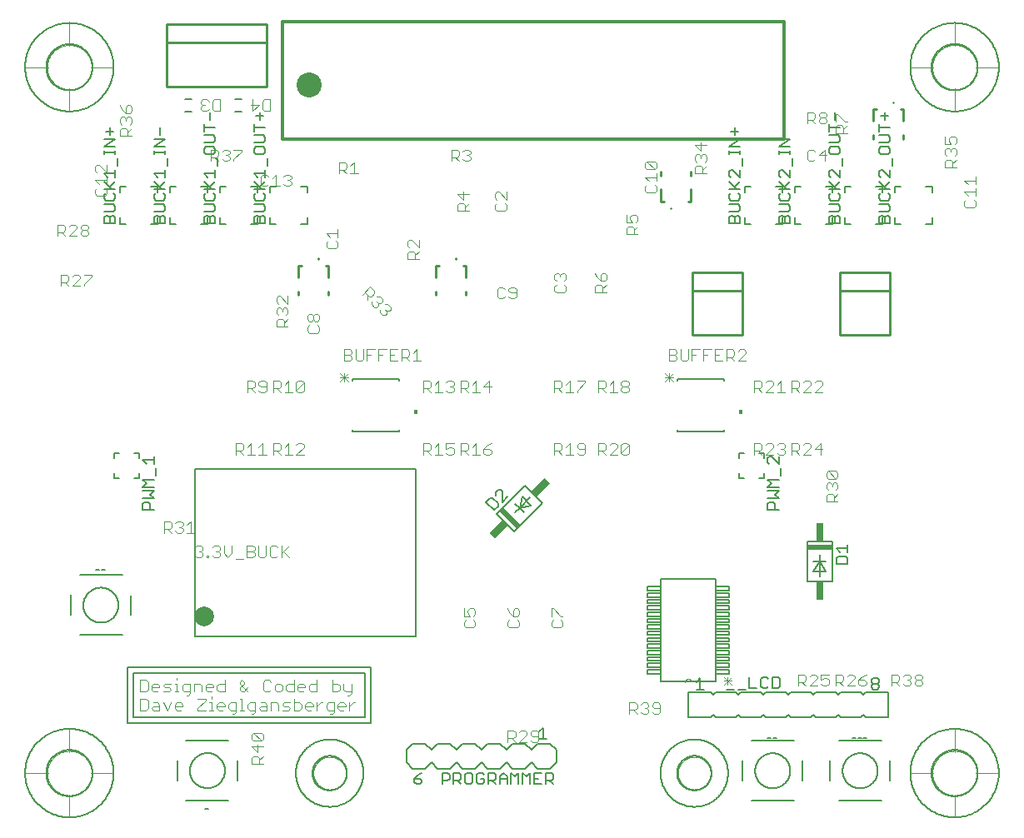
<source format=gto>
G75*
%MOIN*%
%OFA0B0*%
%FSLAX25Y25*%
%IPPOS*%
%LPD*%
%AMOC8*
5,1,8,0,0,1.08239X$1,22.5*
%
%ADD10C,0.01000*%
%ADD11C,0.10000*%
%ADD12C,0.01200*%
%ADD13C,0.00400*%
%ADD14C,0.00600*%
%ADD15C,0.00500*%
%ADD16C,0.00000*%
%ADD17C,0.00300*%
%ADD18C,0.00100*%
%ADD19C,0.07874*%
%ADD20C,0.00200*%
%ADD21C,0.00800*%
%ADD22R,0.10000X0.02000*%
%ADD23R,0.03000X0.07500*%
%ADD24R,0.02000X0.10000*%
%ADD25R,0.07500X0.03000*%
D10*
X0120143Y0219749D02*
X0120143Y0221245D01*
X0120143Y0226836D02*
X0120143Y0231560D01*
X0121226Y0231560D01*
X0127954Y0234304D02*
X0127956Y0234325D01*
X0127962Y0234345D01*
X0127971Y0234364D01*
X0127984Y0234381D01*
X0127999Y0234395D01*
X0128017Y0234406D01*
X0128037Y0234414D01*
X0128057Y0234418D01*
X0128079Y0234418D01*
X0128099Y0234414D01*
X0128119Y0234406D01*
X0128137Y0234395D01*
X0128152Y0234381D01*
X0128165Y0234364D01*
X0128174Y0234345D01*
X0128180Y0234325D01*
X0128182Y0234304D01*
X0128180Y0234283D01*
X0128174Y0234263D01*
X0128165Y0234244D01*
X0128152Y0234227D01*
X0128137Y0234213D01*
X0128119Y0234202D01*
X0128099Y0234194D01*
X0128079Y0234190D01*
X0128057Y0234190D01*
X0128037Y0234194D01*
X0128017Y0234202D01*
X0127999Y0234213D01*
X0127984Y0234227D01*
X0127971Y0234244D01*
X0127962Y0234263D01*
X0127956Y0234283D01*
X0127954Y0234304D01*
X0130871Y0231560D02*
X0131954Y0231560D01*
X0131954Y0226836D01*
X0131954Y0221245D02*
X0131954Y0219749D01*
X0175143Y0219749D02*
X0175143Y0221245D01*
X0175143Y0226836D02*
X0175143Y0231560D01*
X0176226Y0231560D01*
X0182954Y0234304D02*
X0182956Y0234325D01*
X0182962Y0234345D01*
X0182971Y0234364D01*
X0182984Y0234381D01*
X0182999Y0234395D01*
X0183017Y0234406D01*
X0183037Y0234414D01*
X0183057Y0234418D01*
X0183079Y0234418D01*
X0183099Y0234414D01*
X0183119Y0234406D01*
X0183137Y0234395D01*
X0183152Y0234381D01*
X0183165Y0234364D01*
X0183174Y0234345D01*
X0183180Y0234325D01*
X0183182Y0234304D01*
X0183180Y0234283D01*
X0183174Y0234263D01*
X0183165Y0234244D01*
X0183152Y0234227D01*
X0183137Y0234213D01*
X0183119Y0234202D01*
X0183099Y0234194D01*
X0183079Y0234190D01*
X0183057Y0234190D01*
X0183037Y0234194D01*
X0183017Y0234202D01*
X0182999Y0234213D01*
X0182984Y0234227D01*
X0182971Y0234244D01*
X0182962Y0234263D01*
X0182956Y0234283D01*
X0182954Y0234304D01*
X0185871Y0231560D02*
X0186954Y0231560D01*
X0186954Y0226836D01*
X0186954Y0221245D02*
X0186954Y0219749D01*
X0265143Y0257249D02*
X0266226Y0257249D01*
X0265143Y0257249D02*
X0265143Y0261974D01*
X0265143Y0267564D02*
X0265143Y0269060D01*
X0276954Y0269060D02*
X0276954Y0267564D01*
X0276954Y0261974D02*
X0276954Y0257249D01*
X0275871Y0257249D01*
X0268915Y0254505D02*
X0268917Y0254526D01*
X0268923Y0254546D01*
X0268932Y0254565D01*
X0268945Y0254582D01*
X0268960Y0254596D01*
X0268978Y0254607D01*
X0268998Y0254615D01*
X0269018Y0254619D01*
X0269040Y0254619D01*
X0269060Y0254615D01*
X0269080Y0254607D01*
X0269098Y0254596D01*
X0269113Y0254582D01*
X0269126Y0254565D01*
X0269135Y0254546D01*
X0269141Y0254526D01*
X0269143Y0254505D01*
X0269141Y0254484D01*
X0269135Y0254464D01*
X0269126Y0254445D01*
X0269113Y0254428D01*
X0269098Y0254414D01*
X0269080Y0254403D01*
X0269060Y0254395D01*
X0269040Y0254391D01*
X0269018Y0254391D01*
X0268998Y0254395D01*
X0268978Y0254403D01*
X0268960Y0254414D01*
X0268945Y0254428D01*
X0268932Y0254445D01*
X0268923Y0254464D01*
X0268917Y0254484D01*
X0268915Y0254505D01*
X0277702Y0228942D02*
X0277702Y0221442D01*
X0297702Y0221442D01*
X0297702Y0203942D01*
X0277702Y0203942D01*
X0277702Y0221442D01*
X0277702Y0228942D02*
X0297702Y0228942D01*
X0297702Y0221442D01*
X0336757Y0221442D02*
X0336757Y0203942D01*
X0356757Y0203942D01*
X0356757Y0221442D01*
X0336757Y0221442D01*
X0336757Y0228942D01*
X0356757Y0228942D01*
X0356757Y0221442D01*
X0361954Y0282249D02*
X0361954Y0283745D01*
X0361954Y0289336D02*
X0361954Y0294060D01*
X0360871Y0294060D01*
X0357954Y0296804D02*
X0357956Y0296825D01*
X0357962Y0296845D01*
X0357971Y0296864D01*
X0357984Y0296881D01*
X0357999Y0296895D01*
X0358017Y0296906D01*
X0358037Y0296914D01*
X0358057Y0296918D01*
X0358079Y0296918D01*
X0358099Y0296914D01*
X0358119Y0296906D01*
X0358137Y0296895D01*
X0358152Y0296881D01*
X0358165Y0296864D01*
X0358174Y0296845D01*
X0358180Y0296825D01*
X0358182Y0296804D01*
X0358180Y0296783D01*
X0358174Y0296763D01*
X0358165Y0296744D01*
X0358152Y0296727D01*
X0358137Y0296713D01*
X0358119Y0296702D01*
X0358099Y0296694D01*
X0358079Y0296690D01*
X0358057Y0296690D01*
X0358037Y0296694D01*
X0358017Y0296702D01*
X0357999Y0296713D01*
X0357984Y0296727D01*
X0357971Y0296744D01*
X0357962Y0296763D01*
X0357956Y0296783D01*
X0357954Y0296804D01*
X0351226Y0294060D02*
X0350143Y0294060D01*
X0350143Y0289336D01*
X0350143Y0283745D02*
X0350143Y0282249D01*
X0107298Y0303155D02*
X0067298Y0303155D01*
X0067298Y0320655D01*
X0107298Y0320655D01*
X0107298Y0303155D01*
X0107298Y0320655D02*
X0107298Y0328155D01*
X0067298Y0328155D01*
X0067298Y0320655D01*
D11*
X0124237Y0303844D03*
D12*
X0113686Y0282033D02*
X0113686Y0329277D01*
X0314474Y0329277D01*
X0314474Y0282033D01*
X0113686Y0282033D01*
D13*
X0097214Y0277959D02*
X0097214Y0277191D01*
X0094144Y0274122D01*
X0094144Y0273355D01*
X0092610Y0274122D02*
X0091843Y0273355D01*
X0090308Y0273355D01*
X0089541Y0274122D01*
X0088006Y0273355D02*
X0086471Y0274889D01*
X0087239Y0274889D02*
X0084937Y0274889D01*
X0084937Y0273355D02*
X0084937Y0277959D01*
X0087239Y0277959D01*
X0088006Y0277191D01*
X0088006Y0275657D01*
X0087239Y0274889D01*
X0089541Y0277191D02*
X0090308Y0277959D01*
X0091843Y0277959D01*
X0092610Y0277191D01*
X0092610Y0276424D01*
X0091843Y0275657D01*
X0092610Y0274889D01*
X0092610Y0274122D01*
X0091843Y0275657D02*
X0091075Y0275657D01*
X0094144Y0277959D02*
X0097214Y0277959D01*
X0105704Y0267959D02*
X0104937Y0267191D01*
X0104937Y0264122D01*
X0105704Y0263355D01*
X0107239Y0263355D01*
X0108006Y0264122D01*
X0109541Y0263355D02*
X0112610Y0263355D01*
X0111075Y0263355D02*
X0111075Y0267959D01*
X0109541Y0266424D01*
X0108006Y0267191D02*
X0107239Y0267959D01*
X0105704Y0267959D01*
X0114144Y0267191D02*
X0114912Y0267959D01*
X0116446Y0267959D01*
X0117214Y0267191D01*
X0117214Y0266424D01*
X0116446Y0265657D01*
X0117214Y0264889D01*
X0117214Y0264122D01*
X0116446Y0263355D01*
X0114912Y0263355D01*
X0114144Y0264122D01*
X0115679Y0265657D02*
X0116446Y0265657D01*
X0136248Y0268355D02*
X0136248Y0272959D01*
X0138550Y0272959D01*
X0139318Y0272191D01*
X0139318Y0270657D01*
X0138550Y0269889D01*
X0136248Y0269889D01*
X0137783Y0269889D02*
X0139318Y0268355D01*
X0140852Y0268355D02*
X0143922Y0268355D01*
X0142387Y0268355D02*
X0142387Y0272959D01*
X0140852Y0271424D01*
X0135848Y0246028D02*
X0135848Y0242959D01*
X0135848Y0244493D02*
X0131245Y0244493D01*
X0132779Y0242959D01*
X0132012Y0241424D02*
X0131245Y0240657D01*
X0131245Y0239122D01*
X0132012Y0238355D01*
X0135081Y0238355D01*
X0135848Y0239122D01*
X0135848Y0240657D01*
X0135081Y0241424D01*
X0148785Y0223070D02*
X0150413Y0221442D01*
X0150413Y0220357D01*
X0149327Y0219272D01*
X0148242Y0219272D01*
X0146614Y0220900D01*
X0145529Y0219815D02*
X0148785Y0223070D01*
X0147700Y0219815D02*
X0147700Y0217644D01*
X0149327Y0217102D02*
X0149327Y0216016D01*
X0150412Y0214931D01*
X0151498Y0214931D01*
X0152040Y0215474D01*
X0152040Y0216559D01*
X0151498Y0217102D01*
X0152040Y0216559D02*
X0153125Y0216559D01*
X0153668Y0217102D01*
X0153668Y0218187D01*
X0152583Y0219272D01*
X0151498Y0219272D01*
X0154753Y0216016D02*
X0155838Y0216016D01*
X0156923Y0214931D01*
X0156923Y0213846D01*
X0156381Y0213304D01*
X0155296Y0213304D01*
X0155296Y0212218D01*
X0154753Y0211676D01*
X0153668Y0211676D01*
X0152583Y0212761D01*
X0152583Y0213846D01*
X0154753Y0213846D02*
X0155296Y0213304D01*
X0163745Y0234147D02*
X0163745Y0236449D01*
X0164512Y0237216D01*
X0166046Y0237216D01*
X0166814Y0236449D01*
X0166814Y0234147D01*
X0168348Y0234147D02*
X0163745Y0234147D01*
X0166814Y0235681D02*
X0168348Y0237216D01*
X0168348Y0238751D02*
X0165279Y0241820D01*
X0164512Y0241820D01*
X0163745Y0241053D01*
X0163745Y0239518D01*
X0164512Y0238751D01*
X0168348Y0238751D02*
X0168348Y0241820D01*
X0183745Y0253355D02*
X0183745Y0255657D01*
X0184512Y0256424D01*
X0186046Y0256424D01*
X0186814Y0255657D01*
X0186814Y0253355D01*
X0186814Y0254889D02*
X0188348Y0256424D01*
X0186046Y0257959D02*
X0183745Y0260261D01*
X0188348Y0260261D01*
X0186046Y0261028D02*
X0186046Y0257959D01*
X0183745Y0253355D02*
X0188348Y0253355D01*
X0198745Y0254122D02*
X0199512Y0253355D01*
X0202581Y0253355D01*
X0203348Y0254122D01*
X0203348Y0255657D01*
X0202581Y0256424D01*
X0203348Y0257959D02*
X0200279Y0261028D01*
X0199512Y0261028D01*
X0198745Y0260261D01*
X0198745Y0258726D01*
X0199512Y0257959D01*
X0199512Y0256424D02*
X0198745Y0255657D01*
X0198745Y0254122D01*
X0203348Y0257959D02*
X0203348Y0261028D01*
X0188922Y0274122D02*
X0188154Y0273355D01*
X0186620Y0273355D01*
X0185852Y0274122D01*
X0184318Y0273355D02*
X0182783Y0274889D01*
X0183550Y0274889D02*
X0181248Y0274889D01*
X0181248Y0273355D02*
X0181248Y0277959D01*
X0183550Y0277959D01*
X0184318Y0277191D01*
X0184318Y0275657D01*
X0183550Y0274889D01*
X0185852Y0277191D02*
X0186620Y0277959D01*
X0188154Y0277959D01*
X0188922Y0277191D01*
X0188922Y0276424D01*
X0188154Y0275657D01*
X0188922Y0274889D01*
X0188922Y0274122D01*
X0188154Y0275657D02*
X0187387Y0275657D01*
X0223262Y0228528D02*
X0224029Y0228528D01*
X0224796Y0227761D01*
X0225564Y0228528D01*
X0226331Y0228528D01*
X0227098Y0227761D01*
X0227098Y0226226D01*
X0226331Y0225459D01*
X0226331Y0223924D02*
X0227098Y0223157D01*
X0227098Y0221622D01*
X0226331Y0220855D01*
X0223262Y0220855D01*
X0222495Y0221622D01*
X0222495Y0223157D01*
X0223262Y0223924D01*
X0223262Y0225459D02*
X0222495Y0226226D01*
X0222495Y0227761D01*
X0223262Y0228528D01*
X0224796Y0227761D02*
X0224796Y0226993D01*
X0238745Y0228528D02*
X0239512Y0226993D01*
X0241046Y0225459D01*
X0241046Y0227761D01*
X0241814Y0228528D01*
X0242581Y0228528D01*
X0243348Y0227761D01*
X0243348Y0226226D01*
X0242581Y0225459D01*
X0241046Y0225459D01*
X0241046Y0223924D02*
X0241814Y0223157D01*
X0241814Y0220855D01*
X0241814Y0222389D02*
X0243348Y0223924D01*
X0241046Y0223924D02*
X0239512Y0223924D01*
X0238745Y0223157D01*
X0238745Y0220855D01*
X0243348Y0220855D01*
X0251245Y0244147D02*
X0251245Y0246449D01*
X0252012Y0247216D01*
X0253546Y0247216D01*
X0254314Y0246449D01*
X0254314Y0244147D01*
X0255848Y0244147D02*
X0251245Y0244147D01*
X0254314Y0245681D02*
X0255848Y0247216D01*
X0255081Y0248751D02*
X0255848Y0249518D01*
X0255848Y0251053D01*
X0255081Y0251820D01*
X0253546Y0251820D01*
X0252779Y0251053D01*
X0252779Y0250285D01*
X0253546Y0248751D01*
X0251245Y0248751D01*
X0251245Y0251820D01*
X0259512Y0260793D02*
X0262581Y0260793D01*
X0263348Y0261560D01*
X0263348Y0263095D01*
X0262581Y0263862D01*
X0263348Y0265397D02*
X0263348Y0268466D01*
X0263348Y0266931D02*
X0258745Y0266931D01*
X0260279Y0265397D01*
X0259512Y0263862D02*
X0258745Y0263095D01*
X0258745Y0261560D01*
X0259512Y0260793D01*
X0259512Y0270001D02*
X0258745Y0270768D01*
X0258745Y0272303D01*
X0259512Y0273070D01*
X0262581Y0270001D01*
X0263348Y0270768D01*
X0263348Y0272303D01*
X0262581Y0273070D01*
X0259512Y0273070D01*
X0259512Y0270001D02*
X0262581Y0270001D01*
X0278745Y0270657D02*
X0279512Y0271424D01*
X0281046Y0271424D01*
X0281814Y0270657D01*
X0281814Y0268355D01*
X0281814Y0269889D02*
X0283348Y0271424D01*
X0282581Y0272959D02*
X0283348Y0273726D01*
X0283348Y0275261D01*
X0282581Y0276028D01*
X0281814Y0276028D01*
X0281046Y0275261D01*
X0281046Y0274493D01*
X0281046Y0275261D02*
X0280279Y0276028D01*
X0279512Y0276028D01*
X0278745Y0275261D01*
X0278745Y0273726D01*
X0279512Y0272959D01*
X0278745Y0270657D02*
X0278745Y0268355D01*
X0283348Y0268355D01*
X0281046Y0277563D02*
X0281046Y0280632D01*
X0278745Y0279865D02*
X0283348Y0279865D01*
X0281046Y0277563D02*
X0278745Y0279865D01*
X0323748Y0277191D02*
X0323748Y0274122D01*
X0324516Y0273355D01*
X0326050Y0273355D01*
X0326818Y0274122D01*
X0328352Y0275657D02*
X0331422Y0275657D01*
X0330654Y0277959D02*
X0328352Y0275657D01*
X0326818Y0277191D02*
X0326050Y0277959D01*
X0324516Y0277959D01*
X0323748Y0277191D01*
X0330654Y0277959D02*
X0330654Y0273355D01*
X0334995Y0284605D02*
X0334995Y0286907D01*
X0335762Y0287674D01*
X0337296Y0287674D01*
X0338064Y0286907D01*
X0338064Y0284605D01*
X0338064Y0286139D02*
X0339598Y0287674D01*
X0339598Y0289209D02*
X0338831Y0289209D01*
X0335762Y0292278D01*
X0334995Y0292278D01*
X0334995Y0289209D01*
X0331422Y0289122D02*
X0330654Y0288355D01*
X0329120Y0288355D01*
X0328352Y0289122D01*
X0328352Y0289889D01*
X0329120Y0290657D01*
X0330654Y0290657D01*
X0331422Y0289889D01*
X0331422Y0289122D01*
X0330654Y0290657D02*
X0331422Y0291424D01*
X0331422Y0292191D01*
X0330654Y0292959D01*
X0329120Y0292959D01*
X0328352Y0292191D01*
X0328352Y0291424D01*
X0329120Y0290657D01*
X0326818Y0290657D02*
X0326818Y0292191D01*
X0326050Y0292959D01*
X0323748Y0292959D01*
X0323748Y0288355D01*
X0323748Y0289889D02*
X0326050Y0289889D01*
X0326818Y0290657D01*
X0325283Y0289889D02*
X0326818Y0288355D01*
X0334995Y0284605D02*
X0339598Y0284605D01*
X0378745Y0283132D02*
X0378745Y0280063D01*
X0381046Y0280063D01*
X0380279Y0281597D01*
X0380279Y0282365D01*
X0381046Y0283132D01*
X0382581Y0283132D01*
X0383348Y0282365D01*
X0383348Y0280830D01*
X0382581Y0280063D01*
X0382581Y0278528D02*
X0383348Y0277761D01*
X0383348Y0276226D01*
X0382581Y0275459D01*
X0383348Y0273924D02*
X0381814Y0272389D01*
X0381814Y0273157D02*
X0381814Y0270855D01*
X0383348Y0270855D02*
X0378745Y0270855D01*
X0378745Y0273157D01*
X0379512Y0273924D01*
X0381046Y0273924D01*
X0381814Y0273157D01*
X0379512Y0275459D02*
X0378745Y0276226D01*
X0378745Y0277761D01*
X0379512Y0278528D01*
X0380279Y0278528D01*
X0381046Y0277761D01*
X0381814Y0278528D01*
X0382581Y0278528D01*
X0381046Y0277761D02*
X0381046Y0276993D01*
X0386363Y0265603D02*
X0390967Y0265603D01*
X0390967Y0264068D02*
X0390967Y0267138D01*
X0387897Y0264068D02*
X0386363Y0265603D01*
X0386363Y0260999D02*
X0390967Y0260999D01*
X0390967Y0259465D02*
X0390967Y0262534D01*
X0387897Y0259465D02*
X0386363Y0260999D01*
X0387130Y0257930D02*
X0386363Y0257163D01*
X0386363Y0255628D01*
X0387130Y0254861D01*
X0390199Y0254861D01*
X0390967Y0255628D01*
X0390967Y0257163D01*
X0390199Y0257930D01*
X0328946Y0185459D02*
X0327412Y0185459D01*
X0326644Y0184691D01*
X0325110Y0184691D02*
X0324343Y0185459D01*
X0322808Y0185459D01*
X0322041Y0184691D01*
X0320506Y0184691D02*
X0320506Y0183157D01*
X0319739Y0182389D01*
X0317437Y0182389D01*
X0318971Y0182389D02*
X0320506Y0180855D01*
X0322041Y0180855D02*
X0325110Y0183924D01*
X0325110Y0184691D01*
X0325110Y0180855D02*
X0322041Y0180855D01*
X0320506Y0184691D02*
X0319739Y0185459D01*
X0317437Y0185459D01*
X0317437Y0180855D01*
X0314714Y0180855D02*
X0311644Y0180855D01*
X0310110Y0180855D02*
X0307041Y0180855D01*
X0310110Y0183924D01*
X0310110Y0184691D01*
X0309343Y0185459D01*
X0307808Y0185459D01*
X0307041Y0184691D01*
X0305506Y0184691D02*
X0305506Y0183157D01*
X0304739Y0182389D01*
X0302437Y0182389D01*
X0303971Y0182389D02*
X0305506Y0180855D01*
X0302437Y0180855D02*
X0302437Y0185459D01*
X0304739Y0185459D01*
X0305506Y0184691D01*
X0311644Y0183924D02*
X0313179Y0185459D01*
X0313179Y0180855D01*
X0326644Y0180855D02*
X0329714Y0183924D01*
X0329714Y0184691D01*
X0328946Y0185459D01*
X0329714Y0180855D02*
X0326644Y0180855D01*
X0324343Y0160459D02*
X0322808Y0160459D01*
X0322041Y0159691D01*
X0320506Y0159691D02*
X0320506Y0158157D01*
X0319739Y0157389D01*
X0317437Y0157389D01*
X0318971Y0157389D02*
X0320506Y0155855D01*
X0322041Y0155855D02*
X0325110Y0158924D01*
X0325110Y0159691D01*
X0324343Y0160459D01*
X0326644Y0158157D02*
X0329714Y0158157D01*
X0328946Y0155855D02*
X0328946Y0160459D01*
X0326644Y0158157D01*
X0325110Y0155855D02*
X0322041Y0155855D01*
X0317437Y0155855D02*
X0317437Y0160459D01*
X0319739Y0160459D01*
X0320506Y0159691D01*
X0314714Y0159691D02*
X0314714Y0158924D01*
X0313946Y0158157D01*
X0314714Y0157389D01*
X0314714Y0156622D01*
X0313946Y0155855D01*
X0312412Y0155855D01*
X0311644Y0156622D01*
X0310110Y0155855D02*
X0307041Y0155855D01*
X0310110Y0158924D01*
X0310110Y0159691D01*
X0309343Y0160459D01*
X0307808Y0160459D01*
X0307041Y0159691D01*
X0305506Y0159691D02*
X0305506Y0158157D01*
X0304739Y0157389D01*
X0302437Y0157389D01*
X0303971Y0157389D02*
X0305506Y0155855D01*
X0302437Y0155855D02*
X0302437Y0160459D01*
X0304739Y0160459D01*
X0305506Y0159691D01*
X0311644Y0159691D02*
X0312412Y0160459D01*
X0313946Y0160459D01*
X0314714Y0159691D01*
X0313946Y0158157D02*
X0313179Y0158157D01*
X0331245Y0148553D02*
X0332012Y0149320D01*
X0335081Y0146251D01*
X0335848Y0147018D01*
X0335848Y0148553D01*
X0335081Y0149320D01*
X0332012Y0149320D01*
X0331245Y0148553D02*
X0331245Y0147018D01*
X0332012Y0146251D01*
X0335081Y0146251D01*
X0335081Y0144716D02*
X0335848Y0143949D01*
X0335848Y0142414D01*
X0335081Y0141647D01*
X0335848Y0140112D02*
X0334314Y0138578D01*
X0334314Y0139345D02*
X0334314Y0137043D01*
X0335848Y0137043D02*
X0331245Y0137043D01*
X0331245Y0139345D01*
X0332012Y0140112D01*
X0333546Y0140112D01*
X0334314Y0139345D01*
X0332012Y0141647D02*
X0331245Y0142414D01*
X0331245Y0143949D01*
X0332012Y0144716D01*
X0332779Y0144716D01*
X0333546Y0143949D01*
X0334314Y0144716D01*
X0335081Y0144716D01*
X0333546Y0143949D02*
X0333546Y0143181D01*
X0252214Y0156622D02*
X0251446Y0155855D01*
X0249912Y0155855D01*
X0249144Y0156622D01*
X0252214Y0159691D01*
X0252214Y0156622D01*
X0252214Y0159691D02*
X0251446Y0160459D01*
X0249912Y0160459D01*
X0249144Y0159691D01*
X0249144Y0156622D01*
X0247610Y0155855D02*
X0244541Y0155855D01*
X0247610Y0158924D01*
X0247610Y0159691D01*
X0246843Y0160459D01*
X0245308Y0160459D01*
X0244541Y0159691D01*
X0243006Y0159691D02*
X0243006Y0158157D01*
X0242239Y0157389D01*
X0239937Y0157389D01*
X0241471Y0157389D02*
X0243006Y0155855D01*
X0239937Y0155855D02*
X0239937Y0160459D01*
X0242239Y0160459D01*
X0243006Y0159691D01*
X0234714Y0159691D02*
X0234714Y0156622D01*
X0233946Y0155855D01*
X0232412Y0155855D01*
X0231644Y0156622D01*
X0230110Y0155855D02*
X0227041Y0155855D01*
X0228575Y0155855D02*
X0228575Y0160459D01*
X0227041Y0158924D01*
X0225506Y0159691D02*
X0225506Y0158157D01*
X0224739Y0157389D01*
X0222437Y0157389D01*
X0223971Y0157389D02*
X0225506Y0155855D01*
X0222437Y0155855D02*
X0222437Y0160459D01*
X0224739Y0160459D01*
X0225506Y0159691D01*
X0231644Y0159691D02*
X0231644Y0158924D01*
X0232412Y0158157D01*
X0234714Y0158157D01*
X0234714Y0159691D02*
X0233946Y0160459D01*
X0232412Y0160459D01*
X0231644Y0159691D01*
X0231644Y0180855D02*
X0231644Y0181622D01*
X0234714Y0184691D01*
X0234714Y0185459D01*
X0231644Y0185459D01*
X0228575Y0185459D02*
X0228575Y0180855D01*
X0227041Y0180855D02*
X0230110Y0180855D01*
X0227041Y0183924D02*
X0228575Y0185459D01*
X0225506Y0184691D02*
X0225506Y0183157D01*
X0224739Y0182389D01*
X0222437Y0182389D01*
X0223971Y0182389D02*
X0225506Y0180855D01*
X0222437Y0180855D02*
X0222437Y0185459D01*
X0224739Y0185459D01*
X0225506Y0184691D01*
X0239937Y0185459D02*
X0239937Y0180855D01*
X0239937Y0182389D02*
X0242239Y0182389D01*
X0243006Y0183157D01*
X0243006Y0184691D01*
X0242239Y0185459D01*
X0239937Y0185459D01*
X0241471Y0182389D02*
X0243006Y0180855D01*
X0244541Y0180855D02*
X0247610Y0180855D01*
X0246075Y0180855D02*
X0246075Y0185459D01*
X0244541Y0183924D01*
X0249144Y0183924D02*
X0249912Y0183157D01*
X0251446Y0183157D01*
X0252214Y0182389D01*
X0252214Y0181622D01*
X0251446Y0180855D01*
X0249912Y0180855D01*
X0249144Y0181622D01*
X0249144Y0182389D01*
X0249912Y0183157D01*
X0249144Y0183924D02*
X0249144Y0184691D01*
X0249912Y0185459D01*
X0251446Y0185459D01*
X0252214Y0184691D01*
X0252214Y0183924D01*
X0251446Y0183157D01*
X0207214Y0219122D02*
X0207214Y0222191D01*
X0206446Y0222959D01*
X0204912Y0222959D01*
X0204144Y0222191D01*
X0204144Y0221424D01*
X0204912Y0220657D01*
X0207214Y0220657D01*
X0207214Y0219122D02*
X0206446Y0218355D01*
X0204912Y0218355D01*
X0204144Y0219122D01*
X0202610Y0219122D02*
X0201843Y0218355D01*
X0200308Y0218355D01*
X0199541Y0219122D01*
X0199541Y0222191D01*
X0200308Y0222959D01*
X0201843Y0222959D01*
X0202610Y0222191D01*
X0196446Y0185459D02*
X0194144Y0183157D01*
X0197214Y0183157D01*
X0196446Y0180855D02*
X0196446Y0185459D01*
X0191075Y0185459D02*
X0191075Y0180855D01*
X0189541Y0180855D02*
X0192610Y0180855D01*
X0189541Y0183924D02*
X0191075Y0185459D01*
X0188006Y0184691D02*
X0188006Y0183157D01*
X0187239Y0182389D01*
X0184937Y0182389D01*
X0186471Y0182389D02*
X0188006Y0180855D01*
X0184937Y0180855D02*
X0184937Y0185459D01*
X0187239Y0185459D01*
X0188006Y0184691D01*
X0182214Y0184691D02*
X0182214Y0183924D01*
X0181446Y0183157D01*
X0182214Y0182389D01*
X0182214Y0181622D01*
X0181446Y0180855D01*
X0179912Y0180855D01*
X0179144Y0181622D01*
X0177610Y0180855D02*
X0174541Y0180855D01*
X0176075Y0180855D02*
X0176075Y0185459D01*
X0174541Y0183924D01*
X0173006Y0184691D02*
X0173006Y0183157D01*
X0172239Y0182389D01*
X0169937Y0182389D01*
X0171471Y0182389D02*
X0173006Y0180855D01*
X0169937Y0180855D02*
X0169937Y0185459D01*
X0172239Y0185459D01*
X0173006Y0184691D01*
X0179144Y0184691D02*
X0179912Y0185459D01*
X0181446Y0185459D01*
X0182214Y0184691D01*
X0181446Y0183157D02*
X0180679Y0183157D01*
X0179144Y0160459D02*
X0179144Y0158157D01*
X0180679Y0158924D01*
X0181446Y0158924D01*
X0182214Y0158157D01*
X0182214Y0156622D01*
X0181446Y0155855D01*
X0179912Y0155855D01*
X0179144Y0156622D01*
X0177610Y0155855D02*
X0174541Y0155855D01*
X0176075Y0155855D02*
X0176075Y0160459D01*
X0174541Y0158924D01*
X0173006Y0158157D02*
X0172239Y0157389D01*
X0169937Y0157389D01*
X0171471Y0157389D02*
X0173006Y0155855D01*
X0173006Y0158157D02*
X0173006Y0159691D01*
X0172239Y0160459D01*
X0169937Y0160459D01*
X0169937Y0155855D01*
X0179144Y0160459D02*
X0182214Y0160459D01*
X0184937Y0160459D02*
X0187239Y0160459D01*
X0188006Y0159691D01*
X0188006Y0158157D01*
X0187239Y0157389D01*
X0184937Y0157389D01*
X0186471Y0157389D02*
X0188006Y0155855D01*
X0189541Y0155855D02*
X0192610Y0155855D01*
X0191075Y0155855D02*
X0191075Y0160459D01*
X0189541Y0158924D01*
X0194144Y0158157D02*
X0195679Y0159691D01*
X0197214Y0160459D01*
X0196446Y0158157D02*
X0194144Y0158157D01*
X0194144Y0156622D01*
X0194912Y0155855D01*
X0196446Y0155855D01*
X0197214Y0156622D01*
X0197214Y0157389D01*
X0196446Y0158157D01*
X0184937Y0155855D02*
X0184937Y0160459D01*
X0128348Y0205372D02*
X0128348Y0206907D01*
X0127581Y0207674D01*
X0127581Y0209209D02*
X0126814Y0209209D01*
X0126046Y0209976D01*
X0126046Y0211511D01*
X0126814Y0212278D01*
X0127581Y0212278D01*
X0128348Y0211511D01*
X0128348Y0209976D01*
X0127581Y0209209D01*
X0126046Y0209976D02*
X0125279Y0209209D01*
X0124512Y0209209D01*
X0123745Y0209976D01*
X0123745Y0211511D01*
X0124512Y0212278D01*
X0125279Y0212278D01*
X0126046Y0211511D01*
X0124512Y0207674D02*
X0123745Y0206907D01*
X0123745Y0205372D01*
X0124512Y0204605D01*
X0127581Y0204605D01*
X0128348Y0205372D01*
X0115848Y0207043D02*
X0111245Y0207043D01*
X0111245Y0209345D01*
X0112012Y0210112D01*
X0113546Y0210112D01*
X0114314Y0209345D01*
X0114314Y0207043D01*
X0114314Y0208578D02*
X0115848Y0210112D01*
X0115081Y0211647D02*
X0115848Y0212414D01*
X0115848Y0213949D01*
X0115081Y0214716D01*
X0114314Y0214716D01*
X0113546Y0213949D01*
X0113546Y0213181D01*
X0113546Y0213949D02*
X0112779Y0214716D01*
X0112012Y0214716D01*
X0111245Y0213949D01*
X0111245Y0212414D01*
X0112012Y0211647D01*
X0112012Y0216251D02*
X0111245Y0217018D01*
X0111245Y0218553D01*
X0112012Y0219320D01*
X0112779Y0219320D01*
X0115848Y0216251D01*
X0115848Y0219320D01*
X0116075Y0185459D02*
X0114541Y0183924D01*
X0113006Y0184691D02*
X0113006Y0183157D01*
X0112239Y0182389D01*
X0109937Y0182389D01*
X0111471Y0182389D02*
X0113006Y0180855D01*
X0114541Y0180855D02*
X0117610Y0180855D01*
X0116075Y0180855D02*
X0116075Y0185459D01*
X0113006Y0184691D02*
X0112239Y0185459D01*
X0109937Y0185459D01*
X0109937Y0180855D01*
X0107214Y0181622D02*
X0107214Y0184691D01*
X0106446Y0185459D01*
X0104912Y0185459D01*
X0104144Y0184691D01*
X0104144Y0183924D01*
X0104912Y0183157D01*
X0107214Y0183157D01*
X0107214Y0181622D02*
X0106446Y0180855D01*
X0104912Y0180855D01*
X0104144Y0181622D01*
X0102610Y0180855D02*
X0101075Y0182389D01*
X0101843Y0182389D02*
X0099541Y0182389D01*
X0099541Y0180855D02*
X0099541Y0185459D01*
X0101843Y0185459D01*
X0102610Y0184691D01*
X0102610Y0183157D01*
X0101843Y0182389D01*
X0119144Y0181622D02*
X0122214Y0184691D01*
X0122214Y0181622D01*
X0121446Y0180855D01*
X0119912Y0180855D01*
X0119144Y0181622D01*
X0119144Y0184691D01*
X0119912Y0185459D01*
X0121446Y0185459D01*
X0122214Y0184691D01*
X0121446Y0160459D02*
X0119912Y0160459D01*
X0119144Y0159691D01*
X0121446Y0160459D02*
X0122214Y0159691D01*
X0122214Y0158924D01*
X0119144Y0155855D01*
X0122214Y0155855D01*
X0117610Y0155855D02*
X0114541Y0155855D01*
X0116075Y0155855D02*
X0116075Y0160459D01*
X0114541Y0158924D01*
X0113006Y0158157D02*
X0112239Y0157389D01*
X0109937Y0157389D01*
X0111471Y0157389D02*
X0113006Y0155855D01*
X0113006Y0158157D02*
X0113006Y0159691D01*
X0112239Y0160459D01*
X0109937Y0160459D01*
X0109937Y0155855D01*
X0107214Y0155855D02*
X0104144Y0155855D01*
X0102610Y0155855D02*
X0099541Y0155855D01*
X0101075Y0155855D02*
X0101075Y0160459D01*
X0099541Y0158924D01*
X0098006Y0159691D02*
X0098006Y0158157D01*
X0097239Y0157389D01*
X0094937Y0157389D01*
X0096471Y0157389D02*
X0098006Y0155855D01*
X0094937Y0155855D02*
X0094937Y0160459D01*
X0097239Y0160459D01*
X0098006Y0159691D01*
X0104144Y0158924D02*
X0105679Y0160459D01*
X0105679Y0155855D01*
X0076991Y0129209D02*
X0076991Y0124605D01*
X0075456Y0124605D02*
X0078526Y0124605D01*
X0075456Y0127674D02*
X0076991Y0129209D01*
X0073922Y0128441D02*
X0073922Y0127674D01*
X0073154Y0126907D01*
X0073922Y0126139D01*
X0073922Y0125372D01*
X0073154Y0124605D01*
X0071620Y0124605D01*
X0070852Y0125372D01*
X0069318Y0124605D02*
X0067783Y0126139D01*
X0068550Y0126139D02*
X0066248Y0126139D01*
X0066248Y0124605D02*
X0066248Y0129209D01*
X0068550Y0129209D01*
X0069318Y0128441D01*
X0069318Y0126907D01*
X0068550Y0126139D01*
X0070852Y0128441D02*
X0071620Y0129209D01*
X0073154Y0129209D01*
X0073922Y0128441D01*
X0073154Y0126907D02*
X0072387Y0126907D01*
X0079516Y0119455D02*
X0081050Y0119455D01*
X0081818Y0118687D01*
X0081818Y0117920D01*
X0081050Y0117153D01*
X0081818Y0116385D01*
X0081818Y0115618D01*
X0081050Y0114851D01*
X0079516Y0114851D01*
X0078748Y0115618D01*
X0080283Y0117153D02*
X0081050Y0117153D01*
X0078748Y0118687D02*
X0079516Y0119455D01*
X0083352Y0115618D02*
X0084120Y0115618D01*
X0084120Y0114851D01*
X0083352Y0114851D01*
X0083352Y0115618D01*
X0085654Y0115618D02*
X0086422Y0114851D01*
X0087956Y0114851D01*
X0088724Y0115618D01*
X0088724Y0116385D01*
X0087956Y0117153D01*
X0087189Y0117153D01*
X0087956Y0117153D02*
X0088724Y0117920D01*
X0088724Y0118687D01*
X0087956Y0119455D01*
X0086422Y0119455D01*
X0085654Y0118687D01*
X0090258Y0119455D02*
X0090258Y0116385D01*
X0091793Y0114851D01*
X0093328Y0116385D01*
X0093328Y0119455D01*
X0094862Y0114083D02*
X0097931Y0114083D01*
X0099466Y0114851D02*
X0101768Y0114851D01*
X0102535Y0115618D01*
X0102535Y0116385D01*
X0101768Y0117153D01*
X0099466Y0117153D01*
X0099466Y0114851D02*
X0099466Y0119455D01*
X0101768Y0119455D01*
X0102535Y0118687D01*
X0102535Y0117920D01*
X0101768Y0117153D01*
X0104070Y0115618D02*
X0104837Y0114851D01*
X0106372Y0114851D01*
X0107139Y0115618D01*
X0107139Y0119455D01*
X0108674Y0118687D02*
X0109441Y0119455D01*
X0110976Y0119455D01*
X0111743Y0118687D01*
X0113278Y0119455D02*
X0113278Y0114851D01*
X0113278Y0116385D02*
X0116347Y0119455D01*
X0114045Y0117153D02*
X0116347Y0114851D01*
X0111743Y0115618D02*
X0110976Y0114851D01*
X0109441Y0114851D01*
X0108674Y0115618D01*
X0108674Y0118687D01*
X0104070Y0119455D02*
X0104070Y0115618D01*
X0106695Y0065724D02*
X0105928Y0064957D01*
X0105928Y0061888D01*
X0106695Y0061120D01*
X0108230Y0061120D01*
X0108997Y0061888D01*
X0110532Y0061888D02*
X0111299Y0061120D01*
X0112834Y0061120D01*
X0113601Y0061888D01*
X0113601Y0063422D01*
X0112834Y0064190D01*
X0111299Y0064190D01*
X0110532Y0063422D01*
X0110532Y0061888D01*
X0108997Y0064957D02*
X0108230Y0065724D01*
X0106695Y0065724D01*
X0099789Y0062655D02*
X0098255Y0061120D01*
X0097487Y0061120D01*
X0096720Y0061888D01*
X0096720Y0062655D01*
X0098255Y0064190D01*
X0098255Y0064957D01*
X0097487Y0065724D01*
X0096720Y0064957D01*
X0096720Y0064190D01*
X0099789Y0061120D01*
X0097487Y0058224D02*
X0097487Y0053620D01*
X0096720Y0053620D02*
X0098255Y0053620D01*
X0099789Y0054388D02*
X0100557Y0053620D01*
X0102859Y0053620D01*
X0102859Y0052853D02*
X0102859Y0056690D01*
X0100557Y0056690D01*
X0099789Y0055922D01*
X0099789Y0054388D01*
X0101324Y0052086D02*
X0102091Y0052086D01*
X0102859Y0052853D01*
X0104393Y0054388D02*
X0105160Y0053620D01*
X0107462Y0053620D01*
X0107462Y0055922D01*
X0106695Y0056690D01*
X0105160Y0056690D01*
X0105160Y0055155D02*
X0107462Y0055155D01*
X0108997Y0053620D02*
X0108997Y0056690D01*
X0111299Y0056690D01*
X0112066Y0055922D01*
X0112066Y0053620D01*
X0113601Y0053620D02*
X0115903Y0053620D01*
X0116670Y0054388D01*
X0115903Y0055155D01*
X0114368Y0055155D01*
X0113601Y0055922D01*
X0114368Y0056690D01*
X0116670Y0056690D01*
X0118205Y0056690D02*
X0120507Y0056690D01*
X0121274Y0055922D01*
X0121274Y0054388D01*
X0120507Y0053620D01*
X0118205Y0053620D01*
X0118205Y0058224D01*
X0118205Y0061120D02*
X0115903Y0061120D01*
X0115136Y0061888D01*
X0115136Y0063422D01*
X0115903Y0064190D01*
X0118205Y0064190D01*
X0118205Y0065724D02*
X0118205Y0061120D01*
X0119740Y0061888D02*
X0119740Y0063422D01*
X0120507Y0064190D01*
X0122042Y0064190D01*
X0122809Y0063422D01*
X0122809Y0062655D01*
X0119740Y0062655D01*
X0119740Y0061888D02*
X0120507Y0061120D01*
X0122042Y0061120D01*
X0124344Y0061888D02*
X0124344Y0063422D01*
X0125111Y0064190D01*
X0127413Y0064190D01*
X0127413Y0065724D02*
X0127413Y0061120D01*
X0125111Y0061120D01*
X0124344Y0061888D01*
X0125111Y0056690D02*
X0125878Y0055922D01*
X0125878Y0055155D01*
X0122809Y0055155D01*
X0122809Y0054388D02*
X0122809Y0055922D01*
X0123576Y0056690D01*
X0125111Y0056690D01*
X0127413Y0056690D02*
X0127413Y0053620D01*
X0127413Y0055155D02*
X0128947Y0056690D01*
X0129715Y0056690D01*
X0131249Y0055922D02*
X0131249Y0054388D01*
X0132017Y0053620D01*
X0134319Y0053620D01*
X0134319Y0052853D02*
X0134319Y0056690D01*
X0132017Y0056690D01*
X0131249Y0055922D01*
X0132784Y0052086D02*
X0133551Y0052086D01*
X0134319Y0052853D01*
X0135853Y0054388D02*
X0135853Y0055922D01*
X0136621Y0056690D01*
X0138155Y0056690D01*
X0138923Y0055922D01*
X0138923Y0055155D01*
X0135853Y0055155D01*
X0135853Y0054388D02*
X0136621Y0053620D01*
X0138155Y0053620D01*
X0140457Y0053620D02*
X0140457Y0056690D01*
X0141992Y0056690D02*
X0142759Y0056690D01*
X0141992Y0056690D02*
X0140457Y0055155D01*
X0140457Y0059586D02*
X0139690Y0059586D01*
X0140457Y0059586D02*
X0141225Y0060353D01*
X0141225Y0064190D01*
X0141225Y0061120D02*
X0138923Y0061120D01*
X0138155Y0061888D01*
X0138155Y0064190D01*
X0136621Y0063422D02*
X0135853Y0064190D01*
X0133551Y0064190D01*
X0133551Y0065724D02*
X0133551Y0061120D01*
X0135853Y0061120D01*
X0136621Y0061888D01*
X0136621Y0063422D01*
X0125111Y0053620D02*
X0123576Y0053620D01*
X0122809Y0054388D01*
X0105160Y0055155D02*
X0104393Y0054388D01*
X0097487Y0058224D02*
X0096720Y0058224D01*
X0095185Y0056690D02*
X0092883Y0056690D01*
X0092116Y0055922D01*
X0092116Y0054388D01*
X0092883Y0053620D01*
X0095185Y0053620D01*
X0095185Y0052853D02*
X0095185Y0056690D01*
X0095185Y0052853D02*
X0094418Y0052086D01*
X0093651Y0052086D01*
X0089814Y0053620D02*
X0088279Y0053620D01*
X0087512Y0054388D01*
X0087512Y0055922D01*
X0088279Y0056690D01*
X0089814Y0056690D01*
X0090581Y0055922D01*
X0090581Y0055155D01*
X0087512Y0055155D01*
X0085977Y0053620D02*
X0084443Y0053620D01*
X0085210Y0053620D02*
X0085210Y0056690D01*
X0084443Y0056690D01*
X0085210Y0058224D02*
X0085210Y0058992D01*
X0085210Y0061120D02*
X0083676Y0061120D01*
X0082908Y0061888D01*
X0082908Y0063422D01*
X0083676Y0064190D01*
X0085210Y0064190D01*
X0085977Y0063422D01*
X0085977Y0062655D01*
X0082908Y0062655D01*
X0081374Y0063422D02*
X0081374Y0061120D01*
X0081374Y0063422D02*
X0080606Y0064190D01*
X0078304Y0064190D01*
X0078304Y0061120D01*
X0076770Y0061120D02*
X0074468Y0061120D01*
X0073700Y0061888D01*
X0073700Y0063422D01*
X0074468Y0064190D01*
X0076770Y0064190D01*
X0076770Y0060353D01*
X0076002Y0059586D01*
X0075235Y0059586D01*
X0072166Y0061120D02*
X0070631Y0061120D01*
X0071398Y0061120D02*
X0071398Y0064190D01*
X0070631Y0064190D01*
X0069096Y0064190D02*
X0066794Y0064190D01*
X0066027Y0063422D01*
X0066794Y0062655D01*
X0068329Y0062655D01*
X0069096Y0061888D01*
X0068329Y0061120D01*
X0066027Y0061120D01*
X0064492Y0062655D02*
X0061423Y0062655D01*
X0061423Y0061888D02*
X0061423Y0063422D01*
X0062191Y0064190D01*
X0063725Y0064190D01*
X0064492Y0063422D01*
X0064492Y0062655D01*
X0063725Y0061120D02*
X0062191Y0061120D01*
X0061423Y0061888D01*
X0059889Y0061888D02*
X0059889Y0064957D01*
X0059121Y0065724D01*
X0056819Y0065724D01*
X0056819Y0061120D01*
X0059121Y0061120D01*
X0059889Y0061888D01*
X0059121Y0058224D02*
X0056819Y0058224D01*
X0056819Y0053620D01*
X0059121Y0053620D01*
X0059889Y0054388D01*
X0059889Y0057457D01*
X0059121Y0058224D01*
X0062191Y0056690D02*
X0063725Y0056690D01*
X0064492Y0055922D01*
X0064492Y0053620D01*
X0062191Y0053620D01*
X0061423Y0054388D01*
X0062191Y0055155D01*
X0064492Y0055155D01*
X0066027Y0056690D02*
X0067562Y0053620D01*
X0069096Y0056690D01*
X0070631Y0055922D02*
X0071398Y0056690D01*
X0072933Y0056690D01*
X0073700Y0055922D01*
X0073700Y0055155D01*
X0070631Y0055155D01*
X0070631Y0054388D02*
X0070631Y0055922D01*
X0070631Y0054388D02*
X0071398Y0053620D01*
X0072933Y0053620D01*
X0079839Y0053620D02*
X0082908Y0053620D01*
X0079839Y0053620D02*
X0079839Y0054388D01*
X0082908Y0057457D01*
X0082908Y0058224D01*
X0079839Y0058224D01*
X0087512Y0061888D02*
X0087512Y0063422D01*
X0088279Y0064190D01*
X0090581Y0064190D01*
X0090581Y0065724D02*
X0090581Y0061120D01*
X0088279Y0061120D01*
X0087512Y0061888D01*
X0071398Y0065724D02*
X0071398Y0066492D01*
X0101363Y0043674D02*
X0102130Y0044441D01*
X0105199Y0041372D01*
X0105967Y0042139D01*
X0105967Y0043674D01*
X0105199Y0044441D01*
X0102130Y0044441D01*
X0101363Y0043674D02*
X0101363Y0042139D01*
X0102130Y0041372D01*
X0105199Y0041372D01*
X0103665Y0039837D02*
X0103665Y0036768D01*
X0101363Y0039070D01*
X0105967Y0039070D01*
X0105967Y0035233D02*
X0104432Y0033698D01*
X0104432Y0034466D02*
X0104432Y0032164D01*
X0105967Y0032164D02*
X0101363Y0032164D01*
X0101363Y0034466D01*
X0102130Y0035233D01*
X0103665Y0035233D01*
X0104432Y0034466D01*
X0186245Y0087414D02*
X0187012Y0086647D01*
X0190081Y0086647D01*
X0190848Y0087414D01*
X0190848Y0088949D01*
X0190081Y0089716D01*
X0190081Y0091251D02*
X0190848Y0092018D01*
X0190848Y0093553D01*
X0190081Y0094320D01*
X0188546Y0094320D01*
X0187779Y0093553D01*
X0187779Y0092785D01*
X0188546Y0091251D01*
X0186245Y0091251D01*
X0186245Y0094320D01*
X0187012Y0089716D02*
X0186245Y0088949D01*
X0186245Y0087414D01*
X0203745Y0087414D02*
X0204512Y0086647D01*
X0207581Y0086647D01*
X0208348Y0087414D01*
X0208348Y0088949D01*
X0207581Y0089716D01*
X0207581Y0091251D02*
X0208348Y0092018D01*
X0208348Y0093553D01*
X0207581Y0094320D01*
X0206814Y0094320D01*
X0206046Y0093553D01*
X0206046Y0091251D01*
X0207581Y0091251D01*
X0206046Y0091251D02*
X0204512Y0092785D01*
X0203745Y0094320D01*
X0204512Y0089716D02*
X0203745Y0088949D01*
X0203745Y0087414D01*
X0221245Y0087414D02*
X0222012Y0086647D01*
X0225081Y0086647D01*
X0225848Y0087414D01*
X0225848Y0088949D01*
X0225081Y0089716D01*
X0225081Y0091251D02*
X0225848Y0091251D01*
X0225081Y0091251D02*
X0222012Y0094320D01*
X0221245Y0094320D01*
X0221245Y0091251D01*
X0222012Y0089716D02*
X0221245Y0088949D01*
X0221245Y0087414D01*
X0252498Y0056709D02*
X0254800Y0056709D01*
X0255568Y0055941D01*
X0255568Y0054407D01*
X0254800Y0053639D01*
X0252498Y0053639D01*
X0252498Y0052105D02*
X0252498Y0056709D01*
X0254033Y0053639D02*
X0255568Y0052105D01*
X0257102Y0052872D02*
X0257870Y0052105D01*
X0259404Y0052105D01*
X0260172Y0052872D01*
X0260172Y0053639D01*
X0259404Y0054407D01*
X0258637Y0054407D01*
X0259404Y0054407D02*
X0260172Y0055174D01*
X0260172Y0055941D01*
X0259404Y0056709D01*
X0257870Y0056709D01*
X0257102Y0055941D01*
X0261706Y0055941D02*
X0261706Y0055174D01*
X0262474Y0054407D01*
X0264776Y0054407D01*
X0264776Y0055941D02*
X0264008Y0056709D01*
X0262474Y0056709D01*
X0261706Y0055941D01*
X0261706Y0052872D02*
X0262474Y0052105D01*
X0264008Y0052105D01*
X0264776Y0052872D01*
X0264776Y0055941D01*
X0216092Y0044652D02*
X0216092Y0041583D01*
X0215324Y0040815D01*
X0213790Y0040815D01*
X0213022Y0041583D01*
X0211488Y0040815D02*
X0208419Y0040815D01*
X0211488Y0043885D01*
X0211488Y0044652D01*
X0210720Y0045419D01*
X0209186Y0045419D01*
X0208419Y0044652D01*
X0206884Y0044652D02*
X0206884Y0043117D01*
X0206117Y0042350D01*
X0203815Y0042350D01*
X0205349Y0042350D02*
X0206884Y0040815D01*
X0203815Y0040815D02*
X0203815Y0045419D01*
X0206117Y0045419D01*
X0206884Y0044652D01*
X0213022Y0044652D02*
X0213022Y0043885D01*
X0213790Y0043117D01*
X0216092Y0043117D01*
X0216092Y0044652D02*
X0215324Y0045419D01*
X0213790Y0045419D01*
X0213022Y0044652D01*
X0319937Y0063355D02*
X0319937Y0067959D01*
X0322239Y0067959D01*
X0323006Y0067191D01*
X0323006Y0065657D01*
X0322239Y0064889D01*
X0319937Y0064889D01*
X0321471Y0064889D02*
X0323006Y0063355D01*
X0324541Y0063355D02*
X0327610Y0066424D01*
X0327610Y0067191D01*
X0326843Y0067959D01*
X0325308Y0067959D01*
X0324541Y0067191D01*
X0324541Y0063355D02*
X0327610Y0063355D01*
X0329144Y0064122D02*
X0329912Y0063355D01*
X0331446Y0063355D01*
X0332214Y0064122D01*
X0332214Y0065657D01*
X0331446Y0066424D01*
X0330679Y0066424D01*
X0329144Y0065657D01*
X0329144Y0067959D01*
X0332214Y0067959D01*
X0334937Y0067959D02*
X0337239Y0067959D01*
X0338006Y0067191D01*
X0338006Y0065657D01*
X0337239Y0064889D01*
X0334937Y0064889D01*
X0336471Y0064889D02*
X0338006Y0063355D01*
X0339541Y0063355D02*
X0342610Y0066424D01*
X0342610Y0067191D01*
X0341843Y0067959D01*
X0340308Y0067959D01*
X0339541Y0067191D01*
X0339541Y0063355D02*
X0342610Y0063355D01*
X0344144Y0064122D02*
X0344912Y0063355D01*
X0346446Y0063355D01*
X0347214Y0064122D01*
X0347214Y0064889D01*
X0346446Y0065657D01*
X0344144Y0065657D01*
X0344144Y0064122D01*
X0344144Y0065657D02*
X0345679Y0067191D01*
X0347214Y0067959D01*
X0357437Y0067959D02*
X0357437Y0063355D01*
X0357437Y0064889D02*
X0359739Y0064889D01*
X0360506Y0065657D01*
X0360506Y0067191D01*
X0359739Y0067959D01*
X0357437Y0067959D01*
X0358971Y0064889D02*
X0360506Y0063355D01*
X0362041Y0064122D02*
X0362808Y0063355D01*
X0364343Y0063355D01*
X0365110Y0064122D01*
X0365110Y0064889D01*
X0364343Y0065657D01*
X0363575Y0065657D01*
X0364343Y0065657D02*
X0365110Y0066424D01*
X0365110Y0067191D01*
X0364343Y0067959D01*
X0362808Y0067959D01*
X0362041Y0067191D01*
X0366644Y0067191D02*
X0367412Y0067959D01*
X0368946Y0067959D01*
X0369714Y0067191D01*
X0369714Y0066424D01*
X0368946Y0065657D01*
X0367412Y0065657D01*
X0366644Y0066424D01*
X0366644Y0067191D01*
X0367412Y0065657D02*
X0366644Y0064889D01*
X0366644Y0064122D01*
X0367412Y0063355D01*
X0368946Y0063355D01*
X0369714Y0064122D01*
X0369714Y0064889D01*
X0368946Y0065657D01*
X0334937Y0063355D02*
X0334937Y0067959D01*
X0053348Y0283355D02*
X0048745Y0283355D01*
X0048745Y0285657D01*
X0049512Y0286424D01*
X0051046Y0286424D01*
X0051814Y0285657D01*
X0051814Y0283355D01*
X0051814Y0284889D02*
X0053348Y0286424D01*
X0052581Y0287959D02*
X0053348Y0288726D01*
X0053348Y0290261D01*
X0052581Y0291028D01*
X0051814Y0291028D01*
X0051046Y0290261D01*
X0051046Y0289493D01*
X0051046Y0290261D02*
X0050279Y0291028D01*
X0049512Y0291028D01*
X0048745Y0290261D01*
X0048745Y0288726D01*
X0049512Y0287959D01*
X0051046Y0292563D02*
X0051046Y0294865D01*
X0051814Y0295632D01*
X0052581Y0295632D01*
X0053348Y0294865D01*
X0053348Y0293330D01*
X0052581Y0292563D01*
X0051046Y0292563D01*
X0049512Y0294097D01*
X0048745Y0295632D01*
X0043348Y0271820D02*
X0043348Y0268751D01*
X0040279Y0271820D01*
X0039512Y0271820D01*
X0038745Y0271053D01*
X0038745Y0269518D01*
X0039512Y0268751D01*
X0038745Y0265681D02*
X0043348Y0265681D01*
X0043348Y0264147D02*
X0043348Y0267216D01*
X0040279Y0264147D02*
X0038745Y0265681D01*
X0039512Y0262612D02*
X0038745Y0261845D01*
X0038745Y0260310D01*
X0039512Y0259543D01*
X0042581Y0259543D01*
X0043348Y0260310D01*
X0043348Y0261845D01*
X0042581Y0262612D01*
X0035258Y0247959D02*
X0036026Y0247191D01*
X0036026Y0246424D01*
X0035258Y0245657D01*
X0033724Y0245657D01*
X0032956Y0246424D01*
X0032956Y0247191D01*
X0033724Y0247959D01*
X0035258Y0247959D01*
X0035258Y0245657D02*
X0036026Y0244889D01*
X0036026Y0244122D01*
X0035258Y0243355D01*
X0033724Y0243355D01*
X0032956Y0244122D01*
X0032956Y0244889D01*
X0033724Y0245657D01*
X0031422Y0246424D02*
X0031422Y0247191D01*
X0030654Y0247959D01*
X0029120Y0247959D01*
X0028352Y0247191D01*
X0026818Y0247191D02*
X0026818Y0245657D01*
X0026050Y0244889D01*
X0023748Y0244889D01*
X0023748Y0243355D02*
X0023748Y0247959D01*
X0026050Y0247959D01*
X0026818Y0247191D01*
X0025283Y0244889D02*
X0026818Y0243355D01*
X0028352Y0243355D02*
X0031422Y0246424D01*
X0031422Y0243355D02*
X0028352Y0243355D01*
X0027300Y0227959D02*
X0028068Y0227191D01*
X0028068Y0225657D01*
X0027300Y0224889D01*
X0024998Y0224889D01*
X0024998Y0223355D02*
X0024998Y0227959D01*
X0027300Y0227959D01*
X0029602Y0227191D02*
X0030370Y0227959D01*
X0031904Y0227959D01*
X0032672Y0227191D01*
X0032672Y0226424D01*
X0029602Y0223355D01*
X0032672Y0223355D01*
X0034206Y0223355D02*
X0034206Y0224122D01*
X0037276Y0227191D01*
X0037276Y0227959D01*
X0034206Y0227959D01*
X0028068Y0223355D02*
X0026533Y0224889D01*
D14*
X0048548Y0248155D02*
X0048548Y0250655D01*
X0048548Y0248155D02*
X0051048Y0248155D01*
X0061048Y0248155D02*
X0063548Y0248155D01*
X0063548Y0250655D01*
X0068548Y0250655D02*
X0068548Y0248155D01*
X0071048Y0248155D01*
X0081048Y0248155D02*
X0083548Y0248155D01*
X0083548Y0250655D01*
X0088548Y0250655D02*
X0088548Y0248155D01*
X0091048Y0248155D01*
X0101048Y0248155D02*
X0103548Y0248155D01*
X0103548Y0250655D01*
X0108548Y0250655D02*
X0108548Y0248155D01*
X0111048Y0248155D01*
X0121048Y0248155D02*
X0123548Y0248155D01*
X0123548Y0250655D01*
X0123548Y0260655D02*
X0123548Y0263155D01*
X0121048Y0263155D01*
X0111048Y0263155D02*
X0108548Y0263155D01*
X0108548Y0260655D01*
X0103548Y0260655D02*
X0103548Y0263155D01*
X0101048Y0263155D01*
X0091048Y0263155D02*
X0088548Y0263155D01*
X0088548Y0260655D01*
X0083548Y0260655D02*
X0083548Y0263155D01*
X0081048Y0263155D01*
X0071048Y0263155D02*
X0068548Y0263155D01*
X0068548Y0260655D01*
X0063548Y0260655D02*
X0063548Y0263155D01*
X0061048Y0263155D01*
X0051048Y0263155D02*
X0048548Y0263155D01*
X0048548Y0260655D01*
X0074648Y0293255D02*
X0077448Y0293255D01*
X0077448Y0298055D02*
X0074648Y0298055D01*
X0094648Y0298055D02*
X0097448Y0298055D01*
X0097448Y0293255D02*
X0094648Y0293255D01*
X0019198Y0310930D02*
X0019201Y0311157D01*
X0019209Y0311384D01*
X0019223Y0311611D01*
X0019243Y0311837D01*
X0019268Y0312063D01*
X0019298Y0312288D01*
X0019334Y0312512D01*
X0019376Y0312735D01*
X0019423Y0312957D01*
X0019475Y0313178D01*
X0019533Y0313398D01*
X0019596Y0313616D01*
X0019665Y0313832D01*
X0019739Y0314047D01*
X0019818Y0314260D01*
X0019902Y0314471D01*
X0019992Y0314679D01*
X0020086Y0314886D01*
X0020186Y0315090D01*
X0020290Y0315291D01*
X0020400Y0315490D01*
X0020514Y0315686D01*
X0020633Y0315880D01*
X0020757Y0316070D01*
X0020886Y0316257D01*
X0021019Y0316441D01*
X0021156Y0316622D01*
X0021298Y0316799D01*
X0021444Y0316973D01*
X0021595Y0317143D01*
X0021749Y0317310D01*
X0021908Y0317472D01*
X0022070Y0317631D01*
X0022237Y0317785D01*
X0022407Y0317936D01*
X0022581Y0318082D01*
X0022758Y0318224D01*
X0022939Y0318361D01*
X0023123Y0318494D01*
X0023310Y0318623D01*
X0023500Y0318747D01*
X0023694Y0318866D01*
X0023890Y0318980D01*
X0024089Y0319090D01*
X0024290Y0319194D01*
X0024494Y0319294D01*
X0024701Y0319388D01*
X0024909Y0319478D01*
X0025120Y0319562D01*
X0025333Y0319641D01*
X0025548Y0319715D01*
X0025764Y0319784D01*
X0025982Y0319847D01*
X0026202Y0319905D01*
X0026423Y0319957D01*
X0026645Y0320004D01*
X0026868Y0320046D01*
X0027092Y0320082D01*
X0027317Y0320112D01*
X0027543Y0320137D01*
X0027769Y0320157D01*
X0027996Y0320171D01*
X0028223Y0320179D01*
X0028450Y0320182D01*
X0028677Y0320179D01*
X0028904Y0320171D01*
X0029131Y0320157D01*
X0029357Y0320137D01*
X0029583Y0320112D01*
X0029808Y0320082D01*
X0030032Y0320046D01*
X0030255Y0320004D01*
X0030477Y0319957D01*
X0030698Y0319905D01*
X0030918Y0319847D01*
X0031136Y0319784D01*
X0031352Y0319715D01*
X0031567Y0319641D01*
X0031780Y0319562D01*
X0031991Y0319478D01*
X0032199Y0319388D01*
X0032406Y0319294D01*
X0032610Y0319194D01*
X0032811Y0319090D01*
X0033010Y0318980D01*
X0033206Y0318866D01*
X0033400Y0318747D01*
X0033590Y0318623D01*
X0033777Y0318494D01*
X0033961Y0318361D01*
X0034142Y0318224D01*
X0034319Y0318082D01*
X0034493Y0317936D01*
X0034663Y0317785D01*
X0034830Y0317631D01*
X0034992Y0317472D01*
X0035151Y0317310D01*
X0035305Y0317143D01*
X0035456Y0316973D01*
X0035602Y0316799D01*
X0035744Y0316622D01*
X0035881Y0316441D01*
X0036014Y0316257D01*
X0036143Y0316070D01*
X0036267Y0315880D01*
X0036386Y0315686D01*
X0036500Y0315490D01*
X0036610Y0315291D01*
X0036714Y0315090D01*
X0036814Y0314886D01*
X0036908Y0314679D01*
X0036998Y0314471D01*
X0037082Y0314260D01*
X0037161Y0314047D01*
X0037235Y0313832D01*
X0037304Y0313616D01*
X0037367Y0313398D01*
X0037425Y0313178D01*
X0037477Y0312957D01*
X0037524Y0312735D01*
X0037566Y0312512D01*
X0037602Y0312288D01*
X0037632Y0312063D01*
X0037657Y0311837D01*
X0037677Y0311611D01*
X0037691Y0311384D01*
X0037699Y0311157D01*
X0037702Y0310930D01*
X0037699Y0310703D01*
X0037691Y0310476D01*
X0037677Y0310249D01*
X0037657Y0310023D01*
X0037632Y0309797D01*
X0037602Y0309572D01*
X0037566Y0309348D01*
X0037524Y0309125D01*
X0037477Y0308903D01*
X0037425Y0308682D01*
X0037367Y0308462D01*
X0037304Y0308244D01*
X0037235Y0308028D01*
X0037161Y0307813D01*
X0037082Y0307600D01*
X0036998Y0307389D01*
X0036908Y0307181D01*
X0036814Y0306974D01*
X0036714Y0306770D01*
X0036610Y0306569D01*
X0036500Y0306370D01*
X0036386Y0306174D01*
X0036267Y0305980D01*
X0036143Y0305790D01*
X0036014Y0305603D01*
X0035881Y0305419D01*
X0035744Y0305238D01*
X0035602Y0305061D01*
X0035456Y0304887D01*
X0035305Y0304717D01*
X0035151Y0304550D01*
X0034992Y0304388D01*
X0034830Y0304229D01*
X0034663Y0304075D01*
X0034493Y0303924D01*
X0034319Y0303778D01*
X0034142Y0303636D01*
X0033961Y0303499D01*
X0033777Y0303366D01*
X0033590Y0303237D01*
X0033400Y0303113D01*
X0033206Y0302994D01*
X0033010Y0302880D01*
X0032811Y0302770D01*
X0032610Y0302666D01*
X0032406Y0302566D01*
X0032199Y0302472D01*
X0031991Y0302382D01*
X0031780Y0302298D01*
X0031567Y0302219D01*
X0031352Y0302145D01*
X0031136Y0302076D01*
X0030918Y0302013D01*
X0030698Y0301955D01*
X0030477Y0301903D01*
X0030255Y0301856D01*
X0030032Y0301814D01*
X0029808Y0301778D01*
X0029583Y0301748D01*
X0029357Y0301723D01*
X0029131Y0301703D01*
X0028904Y0301689D01*
X0028677Y0301681D01*
X0028450Y0301678D01*
X0028223Y0301681D01*
X0027996Y0301689D01*
X0027769Y0301703D01*
X0027543Y0301723D01*
X0027317Y0301748D01*
X0027092Y0301778D01*
X0026868Y0301814D01*
X0026645Y0301856D01*
X0026423Y0301903D01*
X0026202Y0301955D01*
X0025982Y0302013D01*
X0025764Y0302076D01*
X0025548Y0302145D01*
X0025333Y0302219D01*
X0025120Y0302298D01*
X0024909Y0302382D01*
X0024701Y0302472D01*
X0024494Y0302566D01*
X0024290Y0302666D01*
X0024089Y0302770D01*
X0023890Y0302880D01*
X0023694Y0302994D01*
X0023500Y0303113D01*
X0023310Y0303237D01*
X0023123Y0303366D01*
X0022939Y0303499D01*
X0022758Y0303636D01*
X0022581Y0303778D01*
X0022407Y0303924D01*
X0022237Y0304075D01*
X0022070Y0304229D01*
X0021908Y0304388D01*
X0021749Y0304550D01*
X0021595Y0304717D01*
X0021444Y0304887D01*
X0021298Y0305061D01*
X0021156Y0305238D01*
X0021019Y0305419D01*
X0020886Y0305603D01*
X0020757Y0305790D01*
X0020633Y0305980D01*
X0020514Y0306174D01*
X0020400Y0306370D01*
X0020290Y0306569D01*
X0020186Y0306770D01*
X0020086Y0306974D01*
X0019992Y0307181D01*
X0019902Y0307389D01*
X0019818Y0307600D01*
X0019739Y0307813D01*
X0019665Y0308028D01*
X0019596Y0308244D01*
X0019533Y0308462D01*
X0019475Y0308682D01*
X0019423Y0308903D01*
X0019376Y0309125D01*
X0019334Y0309348D01*
X0019298Y0309572D01*
X0019268Y0309797D01*
X0019243Y0310023D01*
X0019223Y0310249D01*
X0019209Y0310476D01*
X0019201Y0310703D01*
X0019198Y0310930D01*
X0010750Y0310930D02*
X0010755Y0311364D01*
X0010771Y0311798D01*
X0010798Y0312232D01*
X0010835Y0312665D01*
X0010883Y0313097D01*
X0010942Y0313527D01*
X0011011Y0313956D01*
X0011090Y0314383D01*
X0011180Y0314808D01*
X0011280Y0315231D01*
X0011391Y0315651D01*
X0011512Y0316068D01*
X0011643Y0316482D01*
X0011785Y0316893D01*
X0011936Y0317300D01*
X0012097Y0317703D01*
X0012268Y0318103D01*
X0012449Y0318498D01*
X0012640Y0318888D01*
X0012840Y0319274D01*
X0013049Y0319654D01*
X0013268Y0320030D01*
X0013496Y0320399D01*
X0013733Y0320764D01*
X0013979Y0321122D01*
X0014233Y0321474D01*
X0014496Y0321820D01*
X0014768Y0322159D01*
X0015047Y0322491D01*
X0015335Y0322817D01*
X0015631Y0323135D01*
X0015934Y0323446D01*
X0016245Y0323749D01*
X0016563Y0324045D01*
X0016889Y0324333D01*
X0017221Y0324612D01*
X0017560Y0324884D01*
X0017906Y0325147D01*
X0018258Y0325401D01*
X0018616Y0325647D01*
X0018981Y0325884D01*
X0019350Y0326112D01*
X0019726Y0326331D01*
X0020106Y0326540D01*
X0020492Y0326740D01*
X0020882Y0326931D01*
X0021277Y0327112D01*
X0021677Y0327283D01*
X0022080Y0327444D01*
X0022487Y0327595D01*
X0022898Y0327737D01*
X0023312Y0327868D01*
X0023729Y0327989D01*
X0024149Y0328100D01*
X0024572Y0328200D01*
X0024997Y0328290D01*
X0025424Y0328369D01*
X0025853Y0328438D01*
X0026283Y0328497D01*
X0026715Y0328545D01*
X0027148Y0328582D01*
X0027582Y0328609D01*
X0028016Y0328625D01*
X0028450Y0328630D01*
X0028884Y0328625D01*
X0029318Y0328609D01*
X0029752Y0328582D01*
X0030185Y0328545D01*
X0030617Y0328497D01*
X0031047Y0328438D01*
X0031476Y0328369D01*
X0031903Y0328290D01*
X0032328Y0328200D01*
X0032751Y0328100D01*
X0033171Y0327989D01*
X0033588Y0327868D01*
X0034002Y0327737D01*
X0034413Y0327595D01*
X0034820Y0327444D01*
X0035223Y0327283D01*
X0035623Y0327112D01*
X0036018Y0326931D01*
X0036408Y0326740D01*
X0036794Y0326540D01*
X0037174Y0326331D01*
X0037550Y0326112D01*
X0037919Y0325884D01*
X0038284Y0325647D01*
X0038642Y0325401D01*
X0038994Y0325147D01*
X0039340Y0324884D01*
X0039679Y0324612D01*
X0040011Y0324333D01*
X0040337Y0324045D01*
X0040655Y0323749D01*
X0040966Y0323446D01*
X0041269Y0323135D01*
X0041565Y0322817D01*
X0041853Y0322491D01*
X0042132Y0322159D01*
X0042404Y0321820D01*
X0042667Y0321474D01*
X0042921Y0321122D01*
X0043167Y0320764D01*
X0043404Y0320399D01*
X0043632Y0320030D01*
X0043851Y0319654D01*
X0044060Y0319274D01*
X0044260Y0318888D01*
X0044451Y0318498D01*
X0044632Y0318103D01*
X0044803Y0317703D01*
X0044964Y0317300D01*
X0045115Y0316893D01*
X0045257Y0316482D01*
X0045388Y0316068D01*
X0045509Y0315651D01*
X0045620Y0315231D01*
X0045720Y0314808D01*
X0045810Y0314383D01*
X0045889Y0313956D01*
X0045958Y0313527D01*
X0046017Y0313097D01*
X0046065Y0312665D01*
X0046102Y0312232D01*
X0046129Y0311798D01*
X0046145Y0311364D01*
X0046150Y0310930D01*
X0046145Y0310496D01*
X0046129Y0310062D01*
X0046102Y0309628D01*
X0046065Y0309195D01*
X0046017Y0308763D01*
X0045958Y0308333D01*
X0045889Y0307904D01*
X0045810Y0307477D01*
X0045720Y0307052D01*
X0045620Y0306629D01*
X0045509Y0306209D01*
X0045388Y0305792D01*
X0045257Y0305378D01*
X0045115Y0304967D01*
X0044964Y0304560D01*
X0044803Y0304157D01*
X0044632Y0303757D01*
X0044451Y0303362D01*
X0044260Y0302972D01*
X0044060Y0302586D01*
X0043851Y0302206D01*
X0043632Y0301830D01*
X0043404Y0301461D01*
X0043167Y0301096D01*
X0042921Y0300738D01*
X0042667Y0300386D01*
X0042404Y0300040D01*
X0042132Y0299701D01*
X0041853Y0299369D01*
X0041565Y0299043D01*
X0041269Y0298725D01*
X0040966Y0298414D01*
X0040655Y0298111D01*
X0040337Y0297815D01*
X0040011Y0297527D01*
X0039679Y0297248D01*
X0039340Y0296976D01*
X0038994Y0296713D01*
X0038642Y0296459D01*
X0038284Y0296213D01*
X0037919Y0295976D01*
X0037550Y0295748D01*
X0037174Y0295529D01*
X0036794Y0295320D01*
X0036408Y0295120D01*
X0036018Y0294929D01*
X0035623Y0294748D01*
X0035223Y0294577D01*
X0034820Y0294416D01*
X0034413Y0294265D01*
X0034002Y0294123D01*
X0033588Y0293992D01*
X0033171Y0293871D01*
X0032751Y0293760D01*
X0032328Y0293660D01*
X0031903Y0293570D01*
X0031476Y0293491D01*
X0031047Y0293422D01*
X0030617Y0293363D01*
X0030185Y0293315D01*
X0029752Y0293278D01*
X0029318Y0293251D01*
X0028884Y0293235D01*
X0028450Y0293230D01*
X0028016Y0293235D01*
X0027582Y0293251D01*
X0027148Y0293278D01*
X0026715Y0293315D01*
X0026283Y0293363D01*
X0025853Y0293422D01*
X0025424Y0293491D01*
X0024997Y0293570D01*
X0024572Y0293660D01*
X0024149Y0293760D01*
X0023729Y0293871D01*
X0023312Y0293992D01*
X0022898Y0294123D01*
X0022487Y0294265D01*
X0022080Y0294416D01*
X0021677Y0294577D01*
X0021277Y0294748D01*
X0020882Y0294929D01*
X0020492Y0295120D01*
X0020106Y0295320D01*
X0019726Y0295529D01*
X0019350Y0295748D01*
X0018981Y0295976D01*
X0018616Y0296213D01*
X0018258Y0296459D01*
X0017906Y0296713D01*
X0017560Y0296976D01*
X0017221Y0297248D01*
X0016889Y0297527D01*
X0016563Y0297815D01*
X0016245Y0298111D01*
X0015934Y0298414D01*
X0015631Y0298725D01*
X0015335Y0299043D01*
X0015047Y0299369D01*
X0014768Y0299701D01*
X0014496Y0300040D01*
X0014233Y0300386D01*
X0013979Y0300738D01*
X0013733Y0301096D01*
X0013496Y0301461D01*
X0013268Y0301830D01*
X0013049Y0302206D01*
X0012840Y0302586D01*
X0012640Y0302972D01*
X0012449Y0303362D01*
X0012268Y0303757D01*
X0012097Y0304157D01*
X0011936Y0304560D01*
X0011785Y0304967D01*
X0011643Y0305378D01*
X0011512Y0305792D01*
X0011391Y0306209D01*
X0011280Y0306629D01*
X0011180Y0307052D01*
X0011090Y0307477D01*
X0011011Y0307904D01*
X0010942Y0308333D01*
X0010883Y0308763D01*
X0010835Y0309195D01*
X0010798Y0309628D01*
X0010771Y0310062D01*
X0010755Y0310496D01*
X0010750Y0310930D01*
X0141648Y0186255D02*
X0141648Y0185355D01*
X0141648Y0186255D02*
X0160448Y0186255D01*
X0160448Y0185355D01*
X0160448Y0165955D02*
X0160448Y0165055D01*
X0141648Y0165055D01*
X0141648Y0165955D01*
X0199356Y0132283D02*
X0206427Y0125212D01*
X0217741Y0136526D01*
X0210670Y0143597D01*
X0199356Y0132283D01*
X0206781Y0132637D02*
X0208548Y0134405D01*
X0210316Y0132637D01*
X0208548Y0134405D02*
X0213145Y0135465D01*
X0209609Y0139001D01*
X0208548Y0134405D01*
X0206781Y0136172D01*
X0208548Y0134405D02*
X0212791Y0138647D01*
X0259848Y0103055D02*
X0259848Y0101555D01*
X0265048Y0101555D01*
X0265048Y0103055D01*
X0259848Y0103055D01*
X0259848Y0100455D02*
X0259848Y0098955D01*
X0265048Y0098955D01*
X0265048Y0100455D01*
X0259848Y0100455D01*
X0259848Y0097955D02*
X0259848Y0096455D01*
X0265048Y0096455D01*
X0265048Y0097955D01*
X0259848Y0097955D01*
X0259848Y0095355D02*
X0259848Y0093855D01*
X0265048Y0093855D01*
X0265048Y0095355D01*
X0259848Y0095355D01*
X0259848Y0092755D02*
X0259848Y0091255D01*
X0265048Y0091255D01*
X0265048Y0092755D01*
X0259848Y0092755D01*
X0259848Y0090255D02*
X0259848Y0088755D01*
X0265048Y0088755D01*
X0265048Y0090255D01*
X0259848Y0090255D01*
X0259848Y0087655D02*
X0259848Y0086155D01*
X0265048Y0086155D01*
X0265048Y0087655D01*
X0259848Y0087655D01*
X0259848Y0085155D02*
X0259848Y0083655D01*
X0265048Y0083655D01*
X0265048Y0085155D01*
X0259848Y0085155D01*
X0259848Y0082555D02*
X0259848Y0081055D01*
X0265048Y0081055D01*
X0265048Y0082555D01*
X0259848Y0082555D01*
X0259848Y0080055D02*
X0259848Y0078555D01*
X0265048Y0078555D01*
X0265048Y0080055D01*
X0259848Y0080055D01*
X0259848Y0077455D02*
X0259848Y0075955D01*
X0265048Y0075955D01*
X0265048Y0077455D01*
X0259848Y0077455D01*
X0259848Y0074855D02*
X0259848Y0073355D01*
X0265048Y0073355D01*
X0265048Y0074855D01*
X0259848Y0074855D01*
X0259848Y0072355D02*
X0259848Y0070855D01*
X0265048Y0070855D01*
X0265048Y0072355D01*
X0259848Y0072355D01*
X0259848Y0069755D02*
X0259848Y0068255D01*
X0265048Y0068255D01*
X0265048Y0069755D01*
X0259848Y0069755D01*
X0265048Y0065055D02*
X0277248Y0065055D01*
X0287048Y0065055D01*
X0287048Y0106255D01*
X0265048Y0106255D01*
X0265048Y0065055D01*
X0276048Y0060655D02*
X0285048Y0060655D01*
X0286048Y0059655D01*
X0287048Y0060655D01*
X0295048Y0060655D01*
X0296048Y0059655D01*
X0297048Y0060655D01*
X0305048Y0060655D01*
X0306048Y0059655D01*
X0307048Y0060655D01*
X0315048Y0060655D01*
X0316048Y0059655D01*
X0317048Y0060655D01*
X0325048Y0060655D01*
X0326048Y0059655D01*
X0327048Y0060655D01*
X0335048Y0060655D01*
X0336048Y0059655D01*
X0337048Y0060655D01*
X0345048Y0060655D01*
X0346048Y0059655D01*
X0347048Y0060655D01*
X0356048Y0060655D01*
X0356048Y0050655D01*
X0347048Y0050655D01*
X0346048Y0051655D01*
X0345048Y0050655D01*
X0337048Y0050655D01*
X0336048Y0051655D01*
X0335048Y0050655D01*
X0327048Y0050655D01*
X0326048Y0051655D01*
X0325048Y0050655D01*
X0317048Y0050655D01*
X0316048Y0051655D01*
X0315048Y0050655D01*
X0307048Y0050655D01*
X0306048Y0051655D01*
X0305048Y0050655D01*
X0297048Y0050655D01*
X0296048Y0051655D01*
X0295048Y0050655D01*
X0287048Y0050655D01*
X0286048Y0051655D01*
X0285048Y0050655D01*
X0276048Y0050655D01*
X0276048Y0060655D01*
X0287048Y0068255D02*
X0292248Y0068255D01*
X0292248Y0069755D01*
X0287048Y0069755D01*
X0287048Y0068255D01*
X0287048Y0070855D02*
X0292248Y0070855D01*
X0292248Y0072355D01*
X0287048Y0072355D01*
X0287048Y0070855D01*
X0287048Y0073355D02*
X0292248Y0073355D01*
X0292248Y0074855D01*
X0287048Y0074855D01*
X0287048Y0073355D01*
X0287048Y0075955D02*
X0292248Y0075955D01*
X0292248Y0077455D01*
X0287048Y0077455D01*
X0287048Y0075955D01*
X0287048Y0078555D02*
X0292248Y0078555D01*
X0292248Y0080055D01*
X0287048Y0080055D01*
X0287048Y0078555D01*
X0287048Y0081055D02*
X0292248Y0081055D01*
X0292248Y0082555D01*
X0287048Y0082555D01*
X0287048Y0081055D01*
X0287048Y0083655D02*
X0292248Y0083655D01*
X0292248Y0085155D01*
X0287048Y0085155D01*
X0287048Y0083655D01*
X0287048Y0086155D02*
X0292248Y0086155D01*
X0292248Y0087655D01*
X0287048Y0087655D01*
X0287048Y0086155D01*
X0287048Y0088755D02*
X0292248Y0088755D01*
X0292248Y0090255D01*
X0287048Y0090255D01*
X0287048Y0088755D01*
X0287048Y0091255D02*
X0292248Y0091255D01*
X0292248Y0092755D01*
X0287048Y0092755D01*
X0287048Y0091255D01*
X0287048Y0093855D02*
X0292248Y0093855D01*
X0292248Y0095355D01*
X0287048Y0095355D01*
X0287048Y0093855D01*
X0287048Y0096455D02*
X0292248Y0096455D01*
X0292248Y0097955D01*
X0287048Y0097955D01*
X0287048Y0096455D01*
X0287048Y0098955D02*
X0292248Y0098955D01*
X0292248Y0100455D01*
X0287048Y0100455D01*
X0287048Y0098955D01*
X0287048Y0101555D02*
X0292248Y0101555D01*
X0292248Y0103055D01*
X0287048Y0103055D01*
X0287048Y0101555D01*
X0323548Y0105155D02*
X0333548Y0105155D01*
X0333548Y0121155D01*
X0323548Y0121155D01*
X0323548Y0105155D01*
X0328548Y0107155D02*
X0328548Y0113155D01*
X0326048Y0113155D01*
X0328548Y0113155D02*
X0331048Y0113155D01*
X0328548Y0113155D02*
X0326048Y0109155D01*
X0331048Y0109155D01*
X0328548Y0113155D01*
X0328548Y0115655D01*
X0306481Y0146481D02*
X0306481Y0148481D01*
X0306481Y0146481D02*
X0304481Y0146481D01*
X0298481Y0146481D02*
X0296481Y0146481D01*
X0296481Y0148481D01*
X0296481Y0154481D02*
X0296481Y0156481D01*
X0298481Y0156481D01*
X0304481Y0156481D02*
X0306481Y0156481D01*
X0306481Y0154481D01*
X0290448Y0165055D02*
X0290448Y0165955D01*
X0290448Y0165055D02*
X0271648Y0165055D01*
X0271648Y0165955D01*
X0271648Y0185355D02*
X0271648Y0186255D01*
X0290448Y0186255D01*
X0290448Y0185355D01*
X0298548Y0248155D02*
X0298548Y0250655D01*
X0298548Y0248155D02*
X0301048Y0248155D01*
X0311048Y0248155D02*
X0313548Y0248155D01*
X0313548Y0250655D01*
X0318548Y0250655D02*
X0318548Y0248155D01*
X0321048Y0248155D01*
X0331048Y0248155D02*
X0333548Y0248155D01*
X0333548Y0250655D01*
X0338548Y0250655D02*
X0338548Y0248155D01*
X0341048Y0248155D01*
X0351048Y0248155D02*
X0353548Y0248155D01*
X0353548Y0250655D01*
X0358548Y0250655D02*
X0358548Y0248155D01*
X0361048Y0248155D01*
X0371048Y0248155D02*
X0373548Y0248155D01*
X0373548Y0250655D01*
X0373548Y0260655D02*
X0373548Y0263155D01*
X0371048Y0263155D01*
X0361048Y0263155D02*
X0358548Y0263155D01*
X0358548Y0260655D01*
X0353548Y0260655D02*
X0353548Y0263155D01*
X0351048Y0263155D01*
X0341048Y0263155D02*
X0338548Y0263155D01*
X0338548Y0260655D01*
X0333548Y0260655D02*
X0333548Y0263155D01*
X0331048Y0263155D01*
X0321048Y0263155D02*
X0318548Y0263155D01*
X0318548Y0260655D01*
X0313548Y0260655D02*
X0313548Y0263155D01*
X0311048Y0263155D01*
X0301048Y0263155D02*
X0298548Y0263155D01*
X0298548Y0260655D01*
X0373332Y0310930D02*
X0373335Y0311157D01*
X0373343Y0311384D01*
X0373357Y0311611D01*
X0373377Y0311837D01*
X0373402Y0312063D01*
X0373432Y0312288D01*
X0373468Y0312512D01*
X0373510Y0312735D01*
X0373557Y0312957D01*
X0373609Y0313178D01*
X0373667Y0313398D01*
X0373730Y0313616D01*
X0373799Y0313832D01*
X0373873Y0314047D01*
X0373952Y0314260D01*
X0374036Y0314471D01*
X0374126Y0314679D01*
X0374220Y0314886D01*
X0374320Y0315090D01*
X0374424Y0315291D01*
X0374534Y0315490D01*
X0374648Y0315686D01*
X0374767Y0315880D01*
X0374891Y0316070D01*
X0375020Y0316257D01*
X0375153Y0316441D01*
X0375290Y0316622D01*
X0375432Y0316799D01*
X0375578Y0316973D01*
X0375729Y0317143D01*
X0375883Y0317310D01*
X0376042Y0317472D01*
X0376204Y0317631D01*
X0376371Y0317785D01*
X0376541Y0317936D01*
X0376715Y0318082D01*
X0376892Y0318224D01*
X0377073Y0318361D01*
X0377257Y0318494D01*
X0377444Y0318623D01*
X0377634Y0318747D01*
X0377828Y0318866D01*
X0378024Y0318980D01*
X0378223Y0319090D01*
X0378424Y0319194D01*
X0378628Y0319294D01*
X0378835Y0319388D01*
X0379043Y0319478D01*
X0379254Y0319562D01*
X0379467Y0319641D01*
X0379682Y0319715D01*
X0379898Y0319784D01*
X0380116Y0319847D01*
X0380336Y0319905D01*
X0380557Y0319957D01*
X0380779Y0320004D01*
X0381002Y0320046D01*
X0381226Y0320082D01*
X0381451Y0320112D01*
X0381677Y0320137D01*
X0381903Y0320157D01*
X0382130Y0320171D01*
X0382357Y0320179D01*
X0382584Y0320182D01*
X0382811Y0320179D01*
X0383038Y0320171D01*
X0383265Y0320157D01*
X0383491Y0320137D01*
X0383717Y0320112D01*
X0383942Y0320082D01*
X0384166Y0320046D01*
X0384389Y0320004D01*
X0384611Y0319957D01*
X0384832Y0319905D01*
X0385052Y0319847D01*
X0385270Y0319784D01*
X0385486Y0319715D01*
X0385701Y0319641D01*
X0385914Y0319562D01*
X0386125Y0319478D01*
X0386333Y0319388D01*
X0386540Y0319294D01*
X0386744Y0319194D01*
X0386945Y0319090D01*
X0387144Y0318980D01*
X0387340Y0318866D01*
X0387534Y0318747D01*
X0387724Y0318623D01*
X0387911Y0318494D01*
X0388095Y0318361D01*
X0388276Y0318224D01*
X0388453Y0318082D01*
X0388627Y0317936D01*
X0388797Y0317785D01*
X0388964Y0317631D01*
X0389126Y0317472D01*
X0389285Y0317310D01*
X0389439Y0317143D01*
X0389590Y0316973D01*
X0389736Y0316799D01*
X0389878Y0316622D01*
X0390015Y0316441D01*
X0390148Y0316257D01*
X0390277Y0316070D01*
X0390401Y0315880D01*
X0390520Y0315686D01*
X0390634Y0315490D01*
X0390744Y0315291D01*
X0390848Y0315090D01*
X0390948Y0314886D01*
X0391042Y0314679D01*
X0391132Y0314471D01*
X0391216Y0314260D01*
X0391295Y0314047D01*
X0391369Y0313832D01*
X0391438Y0313616D01*
X0391501Y0313398D01*
X0391559Y0313178D01*
X0391611Y0312957D01*
X0391658Y0312735D01*
X0391700Y0312512D01*
X0391736Y0312288D01*
X0391766Y0312063D01*
X0391791Y0311837D01*
X0391811Y0311611D01*
X0391825Y0311384D01*
X0391833Y0311157D01*
X0391836Y0310930D01*
X0391833Y0310703D01*
X0391825Y0310476D01*
X0391811Y0310249D01*
X0391791Y0310023D01*
X0391766Y0309797D01*
X0391736Y0309572D01*
X0391700Y0309348D01*
X0391658Y0309125D01*
X0391611Y0308903D01*
X0391559Y0308682D01*
X0391501Y0308462D01*
X0391438Y0308244D01*
X0391369Y0308028D01*
X0391295Y0307813D01*
X0391216Y0307600D01*
X0391132Y0307389D01*
X0391042Y0307181D01*
X0390948Y0306974D01*
X0390848Y0306770D01*
X0390744Y0306569D01*
X0390634Y0306370D01*
X0390520Y0306174D01*
X0390401Y0305980D01*
X0390277Y0305790D01*
X0390148Y0305603D01*
X0390015Y0305419D01*
X0389878Y0305238D01*
X0389736Y0305061D01*
X0389590Y0304887D01*
X0389439Y0304717D01*
X0389285Y0304550D01*
X0389126Y0304388D01*
X0388964Y0304229D01*
X0388797Y0304075D01*
X0388627Y0303924D01*
X0388453Y0303778D01*
X0388276Y0303636D01*
X0388095Y0303499D01*
X0387911Y0303366D01*
X0387724Y0303237D01*
X0387534Y0303113D01*
X0387340Y0302994D01*
X0387144Y0302880D01*
X0386945Y0302770D01*
X0386744Y0302666D01*
X0386540Y0302566D01*
X0386333Y0302472D01*
X0386125Y0302382D01*
X0385914Y0302298D01*
X0385701Y0302219D01*
X0385486Y0302145D01*
X0385270Y0302076D01*
X0385052Y0302013D01*
X0384832Y0301955D01*
X0384611Y0301903D01*
X0384389Y0301856D01*
X0384166Y0301814D01*
X0383942Y0301778D01*
X0383717Y0301748D01*
X0383491Y0301723D01*
X0383265Y0301703D01*
X0383038Y0301689D01*
X0382811Y0301681D01*
X0382584Y0301678D01*
X0382357Y0301681D01*
X0382130Y0301689D01*
X0381903Y0301703D01*
X0381677Y0301723D01*
X0381451Y0301748D01*
X0381226Y0301778D01*
X0381002Y0301814D01*
X0380779Y0301856D01*
X0380557Y0301903D01*
X0380336Y0301955D01*
X0380116Y0302013D01*
X0379898Y0302076D01*
X0379682Y0302145D01*
X0379467Y0302219D01*
X0379254Y0302298D01*
X0379043Y0302382D01*
X0378835Y0302472D01*
X0378628Y0302566D01*
X0378424Y0302666D01*
X0378223Y0302770D01*
X0378024Y0302880D01*
X0377828Y0302994D01*
X0377634Y0303113D01*
X0377444Y0303237D01*
X0377257Y0303366D01*
X0377073Y0303499D01*
X0376892Y0303636D01*
X0376715Y0303778D01*
X0376541Y0303924D01*
X0376371Y0304075D01*
X0376204Y0304229D01*
X0376042Y0304388D01*
X0375883Y0304550D01*
X0375729Y0304717D01*
X0375578Y0304887D01*
X0375432Y0305061D01*
X0375290Y0305238D01*
X0375153Y0305419D01*
X0375020Y0305603D01*
X0374891Y0305790D01*
X0374767Y0305980D01*
X0374648Y0306174D01*
X0374534Y0306370D01*
X0374424Y0306569D01*
X0374320Y0306770D01*
X0374220Y0306974D01*
X0374126Y0307181D01*
X0374036Y0307389D01*
X0373952Y0307600D01*
X0373873Y0307813D01*
X0373799Y0308028D01*
X0373730Y0308244D01*
X0373667Y0308462D01*
X0373609Y0308682D01*
X0373557Y0308903D01*
X0373510Y0309125D01*
X0373468Y0309348D01*
X0373432Y0309572D01*
X0373402Y0309797D01*
X0373377Y0310023D01*
X0373357Y0310249D01*
X0373343Y0310476D01*
X0373335Y0310703D01*
X0373332Y0310930D01*
X0364884Y0310930D02*
X0364889Y0311364D01*
X0364905Y0311798D01*
X0364932Y0312232D01*
X0364969Y0312665D01*
X0365017Y0313097D01*
X0365076Y0313527D01*
X0365145Y0313956D01*
X0365224Y0314383D01*
X0365314Y0314808D01*
X0365414Y0315231D01*
X0365525Y0315651D01*
X0365646Y0316068D01*
X0365777Y0316482D01*
X0365919Y0316893D01*
X0366070Y0317300D01*
X0366231Y0317703D01*
X0366402Y0318103D01*
X0366583Y0318498D01*
X0366774Y0318888D01*
X0366974Y0319274D01*
X0367183Y0319654D01*
X0367402Y0320030D01*
X0367630Y0320399D01*
X0367867Y0320764D01*
X0368113Y0321122D01*
X0368367Y0321474D01*
X0368630Y0321820D01*
X0368902Y0322159D01*
X0369181Y0322491D01*
X0369469Y0322817D01*
X0369765Y0323135D01*
X0370068Y0323446D01*
X0370379Y0323749D01*
X0370697Y0324045D01*
X0371023Y0324333D01*
X0371355Y0324612D01*
X0371694Y0324884D01*
X0372040Y0325147D01*
X0372392Y0325401D01*
X0372750Y0325647D01*
X0373115Y0325884D01*
X0373484Y0326112D01*
X0373860Y0326331D01*
X0374240Y0326540D01*
X0374626Y0326740D01*
X0375016Y0326931D01*
X0375411Y0327112D01*
X0375811Y0327283D01*
X0376214Y0327444D01*
X0376621Y0327595D01*
X0377032Y0327737D01*
X0377446Y0327868D01*
X0377863Y0327989D01*
X0378283Y0328100D01*
X0378706Y0328200D01*
X0379131Y0328290D01*
X0379558Y0328369D01*
X0379987Y0328438D01*
X0380417Y0328497D01*
X0380849Y0328545D01*
X0381282Y0328582D01*
X0381716Y0328609D01*
X0382150Y0328625D01*
X0382584Y0328630D01*
X0383018Y0328625D01*
X0383452Y0328609D01*
X0383886Y0328582D01*
X0384319Y0328545D01*
X0384751Y0328497D01*
X0385181Y0328438D01*
X0385610Y0328369D01*
X0386037Y0328290D01*
X0386462Y0328200D01*
X0386885Y0328100D01*
X0387305Y0327989D01*
X0387722Y0327868D01*
X0388136Y0327737D01*
X0388547Y0327595D01*
X0388954Y0327444D01*
X0389357Y0327283D01*
X0389757Y0327112D01*
X0390152Y0326931D01*
X0390542Y0326740D01*
X0390928Y0326540D01*
X0391308Y0326331D01*
X0391684Y0326112D01*
X0392053Y0325884D01*
X0392418Y0325647D01*
X0392776Y0325401D01*
X0393128Y0325147D01*
X0393474Y0324884D01*
X0393813Y0324612D01*
X0394145Y0324333D01*
X0394471Y0324045D01*
X0394789Y0323749D01*
X0395100Y0323446D01*
X0395403Y0323135D01*
X0395699Y0322817D01*
X0395987Y0322491D01*
X0396266Y0322159D01*
X0396538Y0321820D01*
X0396801Y0321474D01*
X0397055Y0321122D01*
X0397301Y0320764D01*
X0397538Y0320399D01*
X0397766Y0320030D01*
X0397985Y0319654D01*
X0398194Y0319274D01*
X0398394Y0318888D01*
X0398585Y0318498D01*
X0398766Y0318103D01*
X0398937Y0317703D01*
X0399098Y0317300D01*
X0399249Y0316893D01*
X0399391Y0316482D01*
X0399522Y0316068D01*
X0399643Y0315651D01*
X0399754Y0315231D01*
X0399854Y0314808D01*
X0399944Y0314383D01*
X0400023Y0313956D01*
X0400092Y0313527D01*
X0400151Y0313097D01*
X0400199Y0312665D01*
X0400236Y0312232D01*
X0400263Y0311798D01*
X0400279Y0311364D01*
X0400284Y0310930D01*
X0400279Y0310496D01*
X0400263Y0310062D01*
X0400236Y0309628D01*
X0400199Y0309195D01*
X0400151Y0308763D01*
X0400092Y0308333D01*
X0400023Y0307904D01*
X0399944Y0307477D01*
X0399854Y0307052D01*
X0399754Y0306629D01*
X0399643Y0306209D01*
X0399522Y0305792D01*
X0399391Y0305378D01*
X0399249Y0304967D01*
X0399098Y0304560D01*
X0398937Y0304157D01*
X0398766Y0303757D01*
X0398585Y0303362D01*
X0398394Y0302972D01*
X0398194Y0302586D01*
X0397985Y0302206D01*
X0397766Y0301830D01*
X0397538Y0301461D01*
X0397301Y0301096D01*
X0397055Y0300738D01*
X0396801Y0300386D01*
X0396538Y0300040D01*
X0396266Y0299701D01*
X0395987Y0299369D01*
X0395699Y0299043D01*
X0395403Y0298725D01*
X0395100Y0298414D01*
X0394789Y0298111D01*
X0394471Y0297815D01*
X0394145Y0297527D01*
X0393813Y0297248D01*
X0393474Y0296976D01*
X0393128Y0296713D01*
X0392776Y0296459D01*
X0392418Y0296213D01*
X0392053Y0295976D01*
X0391684Y0295748D01*
X0391308Y0295529D01*
X0390928Y0295320D01*
X0390542Y0295120D01*
X0390152Y0294929D01*
X0389757Y0294748D01*
X0389357Y0294577D01*
X0388954Y0294416D01*
X0388547Y0294265D01*
X0388136Y0294123D01*
X0387722Y0293992D01*
X0387305Y0293871D01*
X0386885Y0293760D01*
X0386462Y0293660D01*
X0386037Y0293570D01*
X0385610Y0293491D01*
X0385181Y0293422D01*
X0384751Y0293363D01*
X0384319Y0293315D01*
X0383886Y0293278D01*
X0383452Y0293251D01*
X0383018Y0293235D01*
X0382584Y0293230D01*
X0382150Y0293235D01*
X0381716Y0293251D01*
X0381282Y0293278D01*
X0380849Y0293315D01*
X0380417Y0293363D01*
X0379987Y0293422D01*
X0379558Y0293491D01*
X0379131Y0293570D01*
X0378706Y0293660D01*
X0378283Y0293760D01*
X0377863Y0293871D01*
X0377446Y0293992D01*
X0377032Y0294123D01*
X0376621Y0294265D01*
X0376214Y0294416D01*
X0375811Y0294577D01*
X0375411Y0294748D01*
X0375016Y0294929D01*
X0374626Y0295120D01*
X0374240Y0295320D01*
X0373860Y0295529D01*
X0373484Y0295748D01*
X0373115Y0295976D01*
X0372750Y0296213D01*
X0372392Y0296459D01*
X0372040Y0296713D01*
X0371694Y0296976D01*
X0371355Y0297248D01*
X0371023Y0297527D01*
X0370697Y0297815D01*
X0370379Y0298111D01*
X0370068Y0298414D01*
X0369765Y0298725D01*
X0369469Y0299043D01*
X0369181Y0299369D01*
X0368902Y0299701D01*
X0368630Y0300040D01*
X0368367Y0300386D01*
X0368113Y0300738D01*
X0367867Y0301096D01*
X0367630Y0301461D01*
X0367402Y0301830D01*
X0367183Y0302206D01*
X0366974Y0302586D01*
X0366774Y0302972D01*
X0366583Y0303362D01*
X0366402Y0303757D01*
X0366231Y0304157D01*
X0366070Y0304560D01*
X0365919Y0304967D01*
X0365777Y0305378D01*
X0365646Y0305792D01*
X0365525Y0306209D01*
X0365414Y0306629D01*
X0365314Y0307052D01*
X0365224Y0307477D01*
X0365145Y0307904D01*
X0365076Y0308333D01*
X0365017Y0308763D01*
X0364969Y0309195D01*
X0364932Y0309628D01*
X0364905Y0310062D01*
X0364889Y0310496D01*
X0364884Y0310930D01*
X0056481Y0156481D02*
X0056481Y0154481D01*
X0056481Y0156481D02*
X0054481Y0156481D01*
X0048481Y0156481D02*
X0046481Y0156481D01*
X0046481Y0154481D01*
X0046481Y0148481D02*
X0046481Y0146481D01*
X0048481Y0146481D01*
X0054481Y0146481D02*
X0056481Y0146481D01*
X0056481Y0148481D01*
X0165852Y0040261D02*
X0163352Y0037761D01*
X0163352Y0032761D01*
X0165852Y0030261D01*
X0170852Y0030261D01*
X0173352Y0032761D01*
X0175852Y0030261D01*
X0180852Y0030261D01*
X0183352Y0032761D01*
X0185852Y0030261D01*
X0190852Y0030261D01*
X0193352Y0032761D01*
X0195852Y0030261D01*
X0200852Y0030261D01*
X0203352Y0032761D01*
X0205852Y0030261D01*
X0210852Y0030261D01*
X0213352Y0032761D01*
X0215852Y0030261D01*
X0220852Y0030261D01*
X0223352Y0032761D01*
X0223352Y0037761D01*
X0220852Y0040261D01*
X0215852Y0040261D01*
X0213352Y0037761D01*
X0210852Y0040261D01*
X0205852Y0040261D01*
X0203352Y0037761D01*
X0200852Y0040261D01*
X0195852Y0040261D01*
X0193352Y0037761D01*
X0190852Y0040261D01*
X0185852Y0040261D01*
X0183352Y0037761D01*
X0180852Y0040261D01*
X0175852Y0040261D01*
X0173352Y0037761D01*
X0170852Y0040261D01*
X0165852Y0040261D01*
X0119084Y0028450D02*
X0119088Y0028781D01*
X0119100Y0029112D01*
X0119121Y0029443D01*
X0119149Y0029773D01*
X0119186Y0030103D01*
X0119230Y0030431D01*
X0119283Y0030758D01*
X0119343Y0031084D01*
X0119412Y0031408D01*
X0119489Y0031730D01*
X0119573Y0032051D01*
X0119665Y0032369D01*
X0119765Y0032685D01*
X0119873Y0032998D01*
X0119989Y0033309D01*
X0120112Y0033616D01*
X0120242Y0033921D01*
X0120380Y0034222D01*
X0120525Y0034520D01*
X0120678Y0034814D01*
X0120838Y0035104D01*
X0121005Y0035390D01*
X0121178Y0035672D01*
X0121359Y0035950D01*
X0121547Y0036223D01*
X0121741Y0036492D01*
X0121941Y0036756D01*
X0122148Y0037014D01*
X0122362Y0037268D01*
X0122581Y0037516D01*
X0122807Y0037759D01*
X0123038Y0037996D01*
X0123275Y0038227D01*
X0123518Y0038453D01*
X0123766Y0038672D01*
X0124020Y0038886D01*
X0124278Y0039093D01*
X0124542Y0039293D01*
X0124811Y0039487D01*
X0125084Y0039675D01*
X0125362Y0039856D01*
X0125644Y0040029D01*
X0125930Y0040196D01*
X0126220Y0040356D01*
X0126514Y0040509D01*
X0126812Y0040654D01*
X0127113Y0040792D01*
X0127418Y0040922D01*
X0127725Y0041045D01*
X0128036Y0041161D01*
X0128349Y0041269D01*
X0128665Y0041369D01*
X0128983Y0041461D01*
X0129304Y0041545D01*
X0129626Y0041622D01*
X0129950Y0041691D01*
X0130276Y0041751D01*
X0130603Y0041804D01*
X0130931Y0041848D01*
X0131261Y0041885D01*
X0131591Y0041913D01*
X0131922Y0041934D01*
X0132253Y0041946D01*
X0132584Y0041950D01*
X0132915Y0041946D01*
X0133246Y0041934D01*
X0133577Y0041913D01*
X0133907Y0041885D01*
X0134237Y0041848D01*
X0134565Y0041804D01*
X0134892Y0041751D01*
X0135218Y0041691D01*
X0135542Y0041622D01*
X0135864Y0041545D01*
X0136185Y0041461D01*
X0136503Y0041369D01*
X0136819Y0041269D01*
X0137132Y0041161D01*
X0137443Y0041045D01*
X0137750Y0040922D01*
X0138055Y0040792D01*
X0138356Y0040654D01*
X0138654Y0040509D01*
X0138948Y0040356D01*
X0139238Y0040196D01*
X0139524Y0040029D01*
X0139806Y0039856D01*
X0140084Y0039675D01*
X0140357Y0039487D01*
X0140626Y0039293D01*
X0140890Y0039093D01*
X0141148Y0038886D01*
X0141402Y0038672D01*
X0141650Y0038453D01*
X0141893Y0038227D01*
X0142130Y0037996D01*
X0142361Y0037759D01*
X0142587Y0037516D01*
X0142806Y0037268D01*
X0143020Y0037014D01*
X0143227Y0036756D01*
X0143427Y0036492D01*
X0143621Y0036223D01*
X0143809Y0035950D01*
X0143990Y0035672D01*
X0144163Y0035390D01*
X0144330Y0035104D01*
X0144490Y0034814D01*
X0144643Y0034520D01*
X0144788Y0034222D01*
X0144926Y0033921D01*
X0145056Y0033616D01*
X0145179Y0033309D01*
X0145295Y0032998D01*
X0145403Y0032685D01*
X0145503Y0032369D01*
X0145595Y0032051D01*
X0145679Y0031730D01*
X0145756Y0031408D01*
X0145825Y0031084D01*
X0145885Y0030758D01*
X0145938Y0030431D01*
X0145982Y0030103D01*
X0146019Y0029773D01*
X0146047Y0029443D01*
X0146068Y0029112D01*
X0146080Y0028781D01*
X0146084Y0028450D01*
X0146080Y0028119D01*
X0146068Y0027788D01*
X0146047Y0027457D01*
X0146019Y0027127D01*
X0145982Y0026797D01*
X0145938Y0026469D01*
X0145885Y0026142D01*
X0145825Y0025816D01*
X0145756Y0025492D01*
X0145679Y0025170D01*
X0145595Y0024849D01*
X0145503Y0024531D01*
X0145403Y0024215D01*
X0145295Y0023902D01*
X0145179Y0023591D01*
X0145056Y0023284D01*
X0144926Y0022979D01*
X0144788Y0022678D01*
X0144643Y0022380D01*
X0144490Y0022086D01*
X0144330Y0021796D01*
X0144163Y0021510D01*
X0143990Y0021228D01*
X0143809Y0020950D01*
X0143621Y0020677D01*
X0143427Y0020408D01*
X0143227Y0020144D01*
X0143020Y0019886D01*
X0142806Y0019632D01*
X0142587Y0019384D01*
X0142361Y0019141D01*
X0142130Y0018904D01*
X0141893Y0018673D01*
X0141650Y0018447D01*
X0141402Y0018228D01*
X0141148Y0018014D01*
X0140890Y0017807D01*
X0140626Y0017607D01*
X0140357Y0017413D01*
X0140084Y0017225D01*
X0139806Y0017044D01*
X0139524Y0016871D01*
X0139238Y0016704D01*
X0138948Y0016544D01*
X0138654Y0016391D01*
X0138356Y0016246D01*
X0138055Y0016108D01*
X0137750Y0015978D01*
X0137443Y0015855D01*
X0137132Y0015739D01*
X0136819Y0015631D01*
X0136503Y0015531D01*
X0136185Y0015439D01*
X0135864Y0015355D01*
X0135542Y0015278D01*
X0135218Y0015209D01*
X0134892Y0015149D01*
X0134565Y0015096D01*
X0134237Y0015052D01*
X0133907Y0015015D01*
X0133577Y0014987D01*
X0133246Y0014966D01*
X0132915Y0014954D01*
X0132584Y0014950D01*
X0132253Y0014954D01*
X0131922Y0014966D01*
X0131591Y0014987D01*
X0131261Y0015015D01*
X0130931Y0015052D01*
X0130603Y0015096D01*
X0130276Y0015149D01*
X0129950Y0015209D01*
X0129626Y0015278D01*
X0129304Y0015355D01*
X0128983Y0015439D01*
X0128665Y0015531D01*
X0128349Y0015631D01*
X0128036Y0015739D01*
X0127725Y0015855D01*
X0127418Y0015978D01*
X0127113Y0016108D01*
X0126812Y0016246D01*
X0126514Y0016391D01*
X0126220Y0016544D01*
X0125930Y0016704D01*
X0125644Y0016871D01*
X0125362Y0017044D01*
X0125084Y0017225D01*
X0124811Y0017413D01*
X0124542Y0017607D01*
X0124278Y0017807D01*
X0124020Y0018014D01*
X0123766Y0018228D01*
X0123518Y0018447D01*
X0123275Y0018673D01*
X0123038Y0018904D01*
X0122807Y0019141D01*
X0122581Y0019384D01*
X0122362Y0019632D01*
X0122148Y0019886D01*
X0121941Y0020144D01*
X0121741Y0020408D01*
X0121547Y0020677D01*
X0121359Y0020950D01*
X0121178Y0021228D01*
X0121005Y0021510D01*
X0120838Y0021796D01*
X0120678Y0022086D01*
X0120525Y0022380D01*
X0120380Y0022678D01*
X0120242Y0022979D01*
X0120112Y0023284D01*
X0119989Y0023591D01*
X0119873Y0023902D01*
X0119765Y0024215D01*
X0119665Y0024531D01*
X0119573Y0024849D01*
X0119489Y0025170D01*
X0119412Y0025492D01*
X0119343Y0025816D01*
X0119283Y0026142D01*
X0119230Y0026469D01*
X0119186Y0026797D01*
X0119149Y0027127D01*
X0119121Y0027457D01*
X0119100Y0027788D01*
X0119088Y0028119D01*
X0119084Y0028450D01*
X0019198Y0028450D02*
X0019201Y0028677D01*
X0019209Y0028904D01*
X0019223Y0029131D01*
X0019243Y0029357D01*
X0019268Y0029583D01*
X0019298Y0029808D01*
X0019334Y0030032D01*
X0019376Y0030255D01*
X0019423Y0030477D01*
X0019475Y0030698D01*
X0019533Y0030918D01*
X0019596Y0031136D01*
X0019665Y0031352D01*
X0019739Y0031567D01*
X0019818Y0031780D01*
X0019902Y0031991D01*
X0019992Y0032199D01*
X0020086Y0032406D01*
X0020186Y0032610D01*
X0020290Y0032811D01*
X0020400Y0033010D01*
X0020514Y0033206D01*
X0020633Y0033400D01*
X0020757Y0033590D01*
X0020886Y0033777D01*
X0021019Y0033961D01*
X0021156Y0034142D01*
X0021298Y0034319D01*
X0021444Y0034493D01*
X0021595Y0034663D01*
X0021749Y0034830D01*
X0021908Y0034992D01*
X0022070Y0035151D01*
X0022237Y0035305D01*
X0022407Y0035456D01*
X0022581Y0035602D01*
X0022758Y0035744D01*
X0022939Y0035881D01*
X0023123Y0036014D01*
X0023310Y0036143D01*
X0023500Y0036267D01*
X0023694Y0036386D01*
X0023890Y0036500D01*
X0024089Y0036610D01*
X0024290Y0036714D01*
X0024494Y0036814D01*
X0024701Y0036908D01*
X0024909Y0036998D01*
X0025120Y0037082D01*
X0025333Y0037161D01*
X0025548Y0037235D01*
X0025764Y0037304D01*
X0025982Y0037367D01*
X0026202Y0037425D01*
X0026423Y0037477D01*
X0026645Y0037524D01*
X0026868Y0037566D01*
X0027092Y0037602D01*
X0027317Y0037632D01*
X0027543Y0037657D01*
X0027769Y0037677D01*
X0027996Y0037691D01*
X0028223Y0037699D01*
X0028450Y0037702D01*
X0028677Y0037699D01*
X0028904Y0037691D01*
X0029131Y0037677D01*
X0029357Y0037657D01*
X0029583Y0037632D01*
X0029808Y0037602D01*
X0030032Y0037566D01*
X0030255Y0037524D01*
X0030477Y0037477D01*
X0030698Y0037425D01*
X0030918Y0037367D01*
X0031136Y0037304D01*
X0031352Y0037235D01*
X0031567Y0037161D01*
X0031780Y0037082D01*
X0031991Y0036998D01*
X0032199Y0036908D01*
X0032406Y0036814D01*
X0032610Y0036714D01*
X0032811Y0036610D01*
X0033010Y0036500D01*
X0033206Y0036386D01*
X0033400Y0036267D01*
X0033590Y0036143D01*
X0033777Y0036014D01*
X0033961Y0035881D01*
X0034142Y0035744D01*
X0034319Y0035602D01*
X0034493Y0035456D01*
X0034663Y0035305D01*
X0034830Y0035151D01*
X0034992Y0034992D01*
X0035151Y0034830D01*
X0035305Y0034663D01*
X0035456Y0034493D01*
X0035602Y0034319D01*
X0035744Y0034142D01*
X0035881Y0033961D01*
X0036014Y0033777D01*
X0036143Y0033590D01*
X0036267Y0033400D01*
X0036386Y0033206D01*
X0036500Y0033010D01*
X0036610Y0032811D01*
X0036714Y0032610D01*
X0036814Y0032406D01*
X0036908Y0032199D01*
X0036998Y0031991D01*
X0037082Y0031780D01*
X0037161Y0031567D01*
X0037235Y0031352D01*
X0037304Y0031136D01*
X0037367Y0030918D01*
X0037425Y0030698D01*
X0037477Y0030477D01*
X0037524Y0030255D01*
X0037566Y0030032D01*
X0037602Y0029808D01*
X0037632Y0029583D01*
X0037657Y0029357D01*
X0037677Y0029131D01*
X0037691Y0028904D01*
X0037699Y0028677D01*
X0037702Y0028450D01*
X0037699Y0028223D01*
X0037691Y0027996D01*
X0037677Y0027769D01*
X0037657Y0027543D01*
X0037632Y0027317D01*
X0037602Y0027092D01*
X0037566Y0026868D01*
X0037524Y0026645D01*
X0037477Y0026423D01*
X0037425Y0026202D01*
X0037367Y0025982D01*
X0037304Y0025764D01*
X0037235Y0025548D01*
X0037161Y0025333D01*
X0037082Y0025120D01*
X0036998Y0024909D01*
X0036908Y0024701D01*
X0036814Y0024494D01*
X0036714Y0024290D01*
X0036610Y0024089D01*
X0036500Y0023890D01*
X0036386Y0023694D01*
X0036267Y0023500D01*
X0036143Y0023310D01*
X0036014Y0023123D01*
X0035881Y0022939D01*
X0035744Y0022758D01*
X0035602Y0022581D01*
X0035456Y0022407D01*
X0035305Y0022237D01*
X0035151Y0022070D01*
X0034992Y0021908D01*
X0034830Y0021749D01*
X0034663Y0021595D01*
X0034493Y0021444D01*
X0034319Y0021298D01*
X0034142Y0021156D01*
X0033961Y0021019D01*
X0033777Y0020886D01*
X0033590Y0020757D01*
X0033400Y0020633D01*
X0033206Y0020514D01*
X0033010Y0020400D01*
X0032811Y0020290D01*
X0032610Y0020186D01*
X0032406Y0020086D01*
X0032199Y0019992D01*
X0031991Y0019902D01*
X0031780Y0019818D01*
X0031567Y0019739D01*
X0031352Y0019665D01*
X0031136Y0019596D01*
X0030918Y0019533D01*
X0030698Y0019475D01*
X0030477Y0019423D01*
X0030255Y0019376D01*
X0030032Y0019334D01*
X0029808Y0019298D01*
X0029583Y0019268D01*
X0029357Y0019243D01*
X0029131Y0019223D01*
X0028904Y0019209D01*
X0028677Y0019201D01*
X0028450Y0019198D01*
X0028223Y0019201D01*
X0027996Y0019209D01*
X0027769Y0019223D01*
X0027543Y0019243D01*
X0027317Y0019268D01*
X0027092Y0019298D01*
X0026868Y0019334D01*
X0026645Y0019376D01*
X0026423Y0019423D01*
X0026202Y0019475D01*
X0025982Y0019533D01*
X0025764Y0019596D01*
X0025548Y0019665D01*
X0025333Y0019739D01*
X0025120Y0019818D01*
X0024909Y0019902D01*
X0024701Y0019992D01*
X0024494Y0020086D01*
X0024290Y0020186D01*
X0024089Y0020290D01*
X0023890Y0020400D01*
X0023694Y0020514D01*
X0023500Y0020633D01*
X0023310Y0020757D01*
X0023123Y0020886D01*
X0022939Y0021019D01*
X0022758Y0021156D01*
X0022581Y0021298D01*
X0022407Y0021444D01*
X0022237Y0021595D01*
X0022070Y0021749D01*
X0021908Y0021908D01*
X0021749Y0022070D01*
X0021595Y0022237D01*
X0021444Y0022407D01*
X0021298Y0022581D01*
X0021156Y0022758D01*
X0021019Y0022939D01*
X0020886Y0023123D01*
X0020757Y0023310D01*
X0020633Y0023500D01*
X0020514Y0023694D01*
X0020400Y0023890D01*
X0020290Y0024089D01*
X0020186Y0024290D01*
X0020086Y0024494D01*
X0019992Y0024701D01*
X0019902Y0024909D01*
X0019818Y0025120D01*
X0019739Y0025333D01*
X0019665Y0025548D01*
X0019596Y0025764D01*
X0019533Y0025982D01*
X0019475Y0026202D01*
X0019423Y0026423D01*
X0019376Y0026645D01*
X0019334Y0026868D01*
X0019298Y0027092D01*
X0019268Y0027317D01*
X0019243Y0027543D01*
X0019223Y0027769D01*
X0019209Y0027996D01*
X0019201Y0028223D01*
X0019198Y0028450D01*
X0010750Y0028450D02*
X0010755Y0028884D01*
X0010771Y0029318D01*
X0010798Y0029752D01*
X0010835Y0030185D01*
X0010883Y0030617D01*
X0010942Y0031047D01*
X0011011Y0031476D01*
X0011090Y0031903D01*
X0011180Y0032328D01*
X0011280Y0032751D01*
X0011391Y0033171D01*
X0011512Y0033588D01*
X0011643Y0034002D01*
X0011785Y0034413D01*
X0011936Y0034820D01*
X0012097Y0035223D01*
X0012268Y0035623D01*
X0012449Y0036018D01*
X0012640Y0036408D01*
X0012840Y0036794D01*
X0013049Y0037174D01*
X0013268Y0037550D01*
X0013496Y0037919D01*
X0013733Y0038284D01*
X0013979Y0038642D01*
X0014233Y0038994D01*
X0014496Y0039340D01*
X0014768Y0039679D01*
X0015047Y0040011D01*
X0015335Y0040337D01*
X0015631Y0040655D01*
X0015934Y0040966D01*
X0016245Y0041269D01*
X0016563Y0041565D01*
X0016889Y0041853D01*
X0017221Y0042132D01*
X0017560Y0042404D01*
X0017906Y0042667D01*
X0018258Y0042921D01*
X0018616Y0043167D01*
X0018981Y0043404D01*
X0019350Y0043632D01*
X0019726Y0043851D01*
X0020106Y0044060D01*
X0020492Y0044260D01*
X0020882Y0044451D01*
X0021277Y0044632D01*
X0021677Y0044803D01*
X0022080Y0044964D01*
X0022487Y0045115D01*
X0022898Y0045257D01*
X0023312Y0045388D01*
X0023729Y0045509D01*
X0024149Y0045620D01*
X0024572Y0045720D01*
X0024997Y0045810D01*
X0025424Y0045889D01*
X0025853Y0045958D01*
X0026283Y0046017D01*
X0026715Y0046065D01*
X0027148Y0046102D01*
X0027582Y0046129D01*
X0028016Y0046145D01*
X0028450Y0046150D01*
X0028884Y0046145D01*
X0029318Y0046129D01*
X0029752Y0046102D01*
X0030185Y0046065D01*
X0030617Y0046017D01*
X0031047Y0045958D01*
X0031476Y0045889D01*
X0031903Y0045810D01*
X0032328Y0045720D01*
X0032751Y0045620D01*
X0033171Y0045509D01*
X0033588Y0045388D01*
X0034002Y0045257D01*
X0034413Y0045115D01*
X0034820Y0044964D01*
X0035223Y0044803D01*
X0035623Y0044632D01*
X0036018Y0044451D01*
X0036408Y0044260D01*
X0036794Y0044060D01*
X0037174Y0043851D01*
X0037550Y0043632D01*
X0037919Y0043404D01*
X0038284Y0043167D01*
X0038642Y0042921D01*
X0038994Y0042667D01*
X0039340Y0042404D01*
X0039679Y0042132D01*
X0040011Y0041853D01*
X0040337Y0041565D01*
X0040655Y0041269D01*
X0040966Y0040966D01*
X0041269Y0040655D01*
X0041565Y0040337D01*
X0041853Y0040011D01*
X0042132Y0039679D01*
X0042404Y0039340D01*
X0042667Y0038994D01*
X0042921Y0038642D01*
X0043167Y0038284D01*
X0043404Y0037919D01*
X0043632Y0037550D01*
X0043851Y0037174D01*
X0044060Y0036794D01*
X0044260Y0036408D01*
X0044451Y0036018D01*
X0044632Y0035623D01*
X0044803Y0035223D01*
X0044964Y0034820D01*
X0045115Y0034413D01*
X0045257Y0034002D01*
X0045388Y0033588D01*
X0045509Y0033171D01*
X0045620Y0032751D01*
X0045720Y0032328D01*
X0045810Y0031903D01*
X0045889Y0031476D01*
X0045958Y0031047D01*
X0046017Y0030617D01*
X0046065Y0030185D01*
X0046102Y0029752D01*
X0046129Y0029318D01*
X0046145Y0028884D01*
X0046150Y0028450D01*
X0046145Y0028016D01*
X0046129Y0027582D01*
X0046102Y0027148D01*
X0046065Y0026715D01*
X0046017Y0026283D01*
X0045958Y0025853D01*
X0045889Y0025424D01*
X0045810Y0024997D01*
X0045720Y0024572D01*
X0045620Y0024149D01*
X0045509Y0023729D01*
X0045388Y0023312D01*
X0045257Y0022898D01*
X0045115Y0022487D01*
X0044964Y0022080D01*
X0044803Y0021677D01*
X0044632Y0021277D01*
X0044451Y0020882D01*
X0044260Y0020492D01*
X0044060Y0020106D01*
X0043851Y0019726D01*
X0043632Y0019350D01*
X0043404Y0018981D01*
X0043167Y0018616D01*
X0042921Y0018258D01*
X0042667Y0017906D01*
X0042404Y0017560D01*
X0042132Y0017221D01*
X0041853Y0016889D01*
X0041565Y0016563D01*
X0041269Y0016245D01*
X0040966Y0015934D01*
X0040655Y0015631D01*
X0040337Y0015335D01*
X0040011Y0015047D01*
X0039679Y0014768D01*
X0039340Y0014496D01*
X0038994Y0014233D01*
X0038642Y0013979D01*
X0038284Y0013733D01*
X0037919Y0013496D01*
X0037550Y0013268D01*
X0037174Y0013049D01*
X0036794Y0012840D01*
X0036408Y0012640D01*
X0036018Y0012449D01*
X0035623Y0012268D01*
X0035223Y0012097D01*
X0034820Y0011936D01*
X0034413Y0011785D01*
X0034002Y0011643D01*
X0033588Y0011512D01*
X0033171Y0011391D01*
X0032751Y0011280D01*
X0032328Y0011180D01*
X0031903Y0011090D01*
X0031476Y0011011D01*
X0031047Y0010942D01*
X0030617Y0010883D01*
X0030185Y0010835D01*
X0029752Y0010798D01*
X0029318Y0010771D01*
X0028884Y0010755D01*
X0028450Y0010750D01*
X0028016Y0010755D01*
X0027582Y0010771D01*
X0027148Y0010798D01*
X0026715Y0010835D01*
X0026283Y0010883D01*
X0025853Y0010942D01*
X0025424Y0011011D01*
X0024997Y0011090D01*
X0024572Y0011180D01*
X0024149Y0011280D01*
X0023729Y0011391D01*
X0023312Y0011512D01*
X0022898Y0011643D01*
X0022487Y0011785D01*
X0022080Y0011936D01*
X0021677Y0012097D01*
X0021277Y0012268D01*
X0020882Y0012449D01*
X0020492Y0012640D01*
X0020106Y0012840D01*
X0019726Y0013049D01*
X0019350Y0013268D01*
X0018981Y0013496D01*
X0018616Y0013733D01*
X0018258Y0013979D01*
X0017906Y0014233D01*
X0017560Y0014496D01*
X0017221Y0014768D01*
X0016889Y0015047D01*
X0016563Y0015335D01*
X0016245Y0015631D01*
X0015934Y0015934D01*
X0015631Y0016245D01*
X0015335Y0016563D01*
X0015047Y0016889D01*
X0014768Y0017221D01*
X0014496Y0017560D01*
X0014233Y0017906D01*
X0013979Y0018258D01*
X0013733Y0018616D01*
X0013496Y0018981D01*
X0013268Y0019350D01*
X0013049Y0019726D01*
X0012840Y0020106D01*
X0012640Y0020492D01*
X0012449Y0020882D01*
X0012268Y0021277D01*
X0012097Y0021677D01*
X0011936Y0022080D01*
X0011785Y0022487D01*
X0011643Y0022898D01*
X0011512Y0023312D01*
X0011391Y0023729D01*
X0011280Y0024149D01*
X0011180Y0024572D01*
X0011090Y0024997D01*
X0011011Y0025424D01*
X0010942Y0025853D01*
X0010883Y0026283D01*
X0010835Y0026715D01*
X0010798Y0027148D01*
X0010771Y0027582D01*
X0010755Y0028016D01*
X0010750Y0028450D01*
X0264950Y0028450D02*
X0264954Y0028781D01*
X0264966Y0029112D01*
X0264987Y0029443D01*
X0265015Y0029773D01*
X0265052Y0030103D01*
X0265096Y0030431D01*
X0265149Y0030758D01*
X0265209Y0031084D01*
X0265278Y0031408D01*
X0265355Y0031730D01*
X0265439Y0032051D01*
X0265531Y0032369D01*
X0265631Y0032685D01*
X0265739Y0032998D01*
X0265855Y0033309D01*
X0265978Y0033616D01*
X0266108Y0033921D01*
X0266246Y0034222D01*
X0266391Y0034520D01*
X0266544Y0034814D01*
X0266704Y0035104D01*
X0266871Y0035390D01*
X0267044Y0035672D01*
X0267225Y0035950D01*
X0267413Y0036223D01*
X0267607Y0036492D01*
X0267807Y0036756D01*
X0268014Y0037014D01*
X0268228Y0037268D01*
X0268447Y0037516D01*
X0268673Y0037759D01*
X0268904Y0037996D01*
X0269141Y0038227D01*
X0269384Y0038453D01*
X0269632Y0038672D01*
X0269886Y0038886D01*
X0270144Y0039093D01*
X0270408Y0039293D01*
X0270677Y0039487D01*
X0270950Y0039675D01*
X0271228Y0039856D01*
X0271510Y0040029D01*
X0271796Y0040196D01*
X0272086Y0040356D01*
X0272380Y0040509D01*
X0272678Y0040654D01*
X0272979Y0040792D01*
X0273284Y0040922D01*
X0273591Y0041045D01*
X0273902Y0041161D01*
X0274215Y0041269D01*
X0274531Y0041369D01*
X0274849Y0041461D01*
X0275170Y0041545D01*
X0275492Y0041622D01*
X0275816Y0041691D01*
X0276142Y0041751D01*
X0276469Y0041804D01*
X0276797Y0041848D01*
X0277127Y0041885D01*
X0277457Y0041913D01*
X0277788Y0041934D01*
X0278119Y0041946D01*
X0278450Y0041950D01*
X0278781Y0041946D01*
X0279112Y0041934D01*
X0279443Y0041913D01*
X0279773Y0041885D01*
X0280103Y0041848D01*
X0280431Y0041804D01*
X0280758Y0041751D01*
X0281084Y0041691D01*
X0281408Y0041622D01*
X0281730Y0041545D01*
X0282051Y0041461D01*
X0282369Y0041369D01*
X0282685Y0041269D01*
X0282998Y0041161D01*
X0283309Y0041045D01*
X0283616Y0040922D01*
X0283921Y0040792D01*
X0284222Y0040654D01*
X0284520Y0040509D01*
X0284814Y0040356D01*
X0285104Y0040196D01*
X0285390Y0040029D01*
X0285672Y0039856D01*
X0285950Y0039675D01*
X0286223Y0039487D01*
X0286492Y0039293D01*
X0286756Y0039093D01*
X0287014Y0038886D01*
X0287268Y0038672D01*
X0287516Y0038453D01*
X0287759Y0038227D01*
X0287996Y0037996D01*
X0288227Y0037759D01*
X0288453Y0037516D01*
X0288672Y0037268D01*
X0288886Y0037014D01*
X0289093Y0036756D01*
X0289293Y0036492D01*
X0289487Y0036223D01*
X0289675Y0035950D01*
X0289856Y0035672D01*
X0290029Y0035390D01*
X0290196Y0035104D01*
X0290356Y0034814D01*
X0290509Y0034520D01*
X0290654Y0034222D01*
X0290792Y0033921D01*
X0290922Y0033616D01*
X0291045Y0033309D01*
X0291161Y0032998D01*
X0291269Y0032685D01*
X0291369Y0032369D01*
X0291461Y0032051D01*
X0291545Y0031730D01*
X0291622Y0031408D01*
X0291691Y0031084D01*
X0291751Y0030758D01*
X0291804Y0030431D01*
X0291848Y0030103D01*
X0291885Y0029773D01*
X0291913Y0029443D01*
X0291934Y0029112D01*
X0291946Y0028781D01*
X0291950Y0028450D01*
X0291946Y0028119D01*
X0291934Y0027788D01*
X0291913Y0027457D01*
X0291885Y0027127D01*
X0291848Y0026797D01*
X0291804Y0026469D01*
X0291751Y0026142D01*
X0291691Y0025816D01*
X0291622Y0025492D01*
X0291545Y0025170D01*
X0291461Y0024849D01*
X0291369Y0024531D01*
X0291269Y0024215D01*
X0291161Y0023902D01*
X0291045Y0023591D01*
X0290922Y0023284D01*
X0290792Y0022979D01*
X0290654Y0022678D01*
X0290509Y0022380D01*
X0290356Y0022086D01*
X0290196Y0021796D01*
X0290029Y0021510D01*
X0289856Y0021228D01*
X0289675Y0020950D01*
X0289487Y0020677D01*
X0289293Y0020408D01*
X0289093Y0020144D01*
X0288886Y0019886D01*
X0288672Y0019632D01*
X0288453Y0019384D01*
X0288227Y0019141D01*
X0287996Y0018904D01*
X0287759Y0018673D01*
X0287516Y0018447D01*
X0287268Y0018228D01*
X0287014Y0018014D01*
X0286756Y0017807D01*
X0286492Y0017607D01*
X0286223Y0017413D01*
X0285950Y0017225D01*
X0285672Y0017044D01*
X0285390Y0016871D01*
X0285104Y0016704D01*
X0284814Y0016544D01*
X0284520Y0016391D01*
X0284222Y0016246D01*
X0283921Y0016108D01*
X0283616Y0015978D01*
X0283309Y0015855D01*
X0282998Y0015739D01*
X0282685Y0015631D01*
X0282369Y0015531D01*
X0282051Y0015439D01*
X0281730Y0015355D01*
X0281408Y0015278D01*
X0281084Y0015209D01*
X0280758Y0015149D01*
X0280431Y0015096D01*
X0280103Y0015052D01*
X0279773Y0015015D01*
X0279443Y0014987D01*
X0279112Y0014966D01*
X0278781Y0014954D01*
X0278450Y0014950D01*
X0278119Y0014954D01*
X0277788Y0014966D01*
X0277457Y0014987D01*
X0277127Y0015015D01*
X0276797Y0015052D01*
X0276469Y0015096D01*
X0276142Y0015149D01*
X0275816Y0015209D01*
X0275492Y0015278D01*
X0275170Y0015355D01*
X0274849Y0015439D01*
X0274531Y0015531D01*
X0274215Y0015631D01*
X0273902Y0015739D01*
X0273591Y0015855D01*
X0273284Y0015978D01*
X0272979Y0016108D01*
X0272678Y0016246D01*
X0272380Y0016391D01*
X0272086Y0016544D01*
X0271796Y0016704D01*
X0271510Y0016871D01*
X0271228Y0017044D01*
X0270950Y0017225D01*
X0270677Y0017413D01*
X0270408Y0017607D01*
X0270144Y0017807D01*
X0269886Y0018014D01*
X0269632Y0018228D01*
X0269384Y0018447D01*
X0269141Y0018673D01*
X0268904Y0018904D01*
X0268673Y0019141D01*
X0268447Y0019384D01*
X0268228Y0019632D01*
X0268014Y0019886D01*
X0267807Y0020144D01*
X0267607Y0020408D01*
X0267413Y0020677D01*
X0267225Y0020950D01*
X0267044Y0021228D01*
X0266871Y0021510D01*
X0266704Y0021796D01*
X0266544Y0022086D01*
X0266391Y0022380D01*
X0266246Y0022678D01*
X0266108Y0022979D01*
X0265978Y0023284D01*
X0265855Y0023591D01*
X0265739Y0023902D01*
X0265631Y0024215D01*
X0265531Y0024531D01*
X0265439Y0024849D01*
X0265355Y0025170D01*
X0265278Y0025492D01*
X0265209Y0025816D01*
X0265149Y0026142D01*
X0265096Y0026469D01*
X0265052Y0026797D01*
X0265015Y0027127D01*
X0264987Y0027457D01*
X0264966Y0027788D01*
X0264954Y0028119D01*
X0264950Y0028450D01*
X0373332Y0028450D02*
X0373335Y0028677D01*
X0373343Y0028904D01*
X0373357Y0029131D01*
X0373377Y0029357D01*
X0373402Y0029583D01*
X0373432Y0029808D01*
X0373468Y0030032D01*
X0373510Y0030255D01*
X0373557Y0030477D01*
X0373609Y0030698D01*
X0373667Y0030918D01*
X0373730Y0031136D01*
X0373799Y0031352D01*
X0373873Y0031567D01*
X0373952Y0031780D01*
X0374036Y0031991D01*
X0374126Y0032199D01*
X0374220Y0032406D01*
X0374320Y0032610D01*
X0374424Y0032811D01*
X0374534Y0033010D01*
X0374648Y0033206D01*
X0374767Y0033400D01*
X0374891Y0033590D01*
X0375020Y0033777D01*
X0375153Y0033961D01*
X0375290Y0034142D01*
X0375432Y0034319D01*
X0375578Y0034493D01*
X0375729Y0034663D01*
X0375883Y0034830D01*
X0376042Y0034992D01*
X0376204Y0035151D01*
X0376371Y0035305D01*
X0376541Y0035456D01*
X0376715Y0035602D01*
X0376892Y0035744D01*
X0377073Y0035881D01*
X0377257Y0036014D01*
X0377444Y0036143D01*
X0377634Y0036267D01*
X0377828Y0036386D01*
X0378024Y0036500D01*
X0378223Y0036610D01*
X0378424Y0036714D01*
X0378628Y0036814D01*
X0378835Y0036908D01*
X0379043Y0036998D01*
X0379254Y0037082D01*
X0379467Y0037161D01*
X0379682Y0037235D01*
X0379898Y0037304D01*
X0380116Y0037367D01*
X0380336Y0037425D01*
X0380557Y0037477D01*
X0380779Y0037524D01*
X0381002Y0037566D01*
X0381226Y0037602D01*
X0381451Y0037632D01*
X0381677Y0037657D01*
X0381903Y0037677D01*
X0382130Y0037691D01*
X0382357Y0037699D01*
X0382584Y0037702D01*
X0382811Y0037699D01*
X0383038Y0037691D01*
X0383265Y0037677D01*
X0383491Y0037657D01*
X0383717Y0037632D01*
X0383942Y0037602D01*
X0384166Y0037566D01*
X0384389Y0037524D01*
X0384611Y0037477D01*
X0384832Y0037425D01*
X0385052Y0037367D01*
X0385270Y0037304D01*
X0385486Y0037235D01*
X0385701Y0037161D01*
X0385914Y0037082D01*
X0386125Y0036998D01*
X0386333Y0036908D01*
X0386540Y0036814D01*
X0386744Y0036714D01*
X0386945Y0036610D01*
X0387144Y0036500D01*
X0387340Y0036386D01*
X0387534Y0036267D01*
X0387724Y0036143D01*
X0387911Y0036014D01*
X0388095Y0035881D01*
X0388276Y0035744D01*
X0388453Y0035602D01*
X0388627Y0035456D01*
X0388797Y0035305D01*
X0388964Y0035151D01*
X0389126Y0034992D01*
X0389285Y0034830D01*
X0389439Y0034663D01*
X0389590Y0034493D01*
X0389736Y0034319D01*
X0389878Y0034142D01*
X0390015Y0033961D01*
X0390148Y0033777D01*
X0390277Y0033590D01*
X0390401Y0033400D01*
X0390520Y0033206D01*
X0390634Y0033010D01*
X0390744Y0032811D01*
X0390848Y0032610D01*
X0390948Y0032406D01*
X0391042Y0032199D01*
X0391132Y0031991D01*
X0391216Y0031780D01*
X0391295Y0031567D01*
X0391369Y0031352D01*
X0391438Y0031136D01*
X0391501Y0030918D01*
X0391559Y0030698D01*
X0391611Y0030477D01*
X0391658Y0030255D01*
X0391700Y0030032D01*
X0391736Y0029808D01*
X0391766Y0029583D01*
X0391791Y0029357D01*
X0391811Y0029131D01*
X0391825Y0028904D01*
X0391833Y0028677D01*
X0391836Y0028450D01*
X0391833Y0028223D01*
X0391825Y0027996D01*
X0391811Y0027769D01*
X0391791Y0027543D01*
X0391766Y0027317D01*
X0391736Y0027092D01*
X0391700Y0026868D01*
X0391658Y0026645D01*
X0391611Y0026423D01*
X0391559Y0026202D01*
X0391501Y0025982D01*
X0391438Y0025764D01*
X0391369Y0025548D01*
X0391295Y0025333D01*
X0391216Y0025120D01*
X0391132Y0024909D01*
X0391042Y0024701D01*
X0390948Y0024494D01*
X0390848Y0024290D01*
X0390744Y0024089D01*
X0390634Y0023890D01*
X0390520Y0023694D01*
X0390401Y0023500D01*
X0390277Y0023310D01*
X0390148Y0023123D01*
X0390015Y0022939D01*
X0389878Y0022758D01*
X0389736Y0022581D01*
X0389590Y0022407D01*
X0389439Y0022237D01*
X0389285Y0022070D01*
X0389126Y0021908D01*
X0388964Y0021749D01*
X0388797Y0021595D01*
X0388627Y0021444D01*
X0388453Y0021298D01*
X0388276Y0021156D01*
X0388095Y0021019D01*
X0387911Y0020886D01*
X0387724Y0020757D01*
X0387534Y0020633D01*
X0387340Y0020514D01*
X0387144Y0020400D01*
X0386945Y0020290D01*
X0386744Y0020186D01*
X0386540Y0020086D01*
X0386333Y0019992D01*
X0386125Y0019902D01*
X0385914Y0019818D01*
X0385701Y0019739D01*
X0385486Y0019665D01*
X0385270Y0019596D01*
X0385052Y0019533D01*
X0384832Y0019475D01*
X0384611Y0019423D01*
X0384389Y0019376D01*
X0384166Y0019334D01*
X0383942Y0019298D01*
X0383717Y0019268D01*
X0383491Y0019243D01*
X0383265Y0019223D01*
X0383038Y0019209D01*
X0382811Y0019201D01*
X0382584Y0019198D01*
X0382357Y0019201D01*
X0382130Y0019209D01*
X0381903Y0019223D01*
X0381677Y0019243D01*
X0381451Y0019268D01*
X0381226Y0019298D01*
X0381002Y0019334D01*
X0380779Y0019376D01*
X0380557Y0019423D01*
X0380336Y0019475D01*
X0380116Y0019533D01*
X0379898Y0019596D01*
X0379682Y0019665D01*
X0379467Y0019739D01*
X0379254Y0019818D01*
X0379043Y0019902D01*
X0378835Y0019992D01*
X0378628Y0020086D01*
X0378424Y0020186D01*
X0378223Y0020290D01*
X0378024Y0020400D01*
X0377828Y0020514D01*
X0377634Y0020633D01*
X0377444Y0020757D01*
X0377257Y0020886D01*
X0377073Y0021019D01*
X0376892Y0021156D01*
X0376715Y0021298D01*
X0376541Y0021444D01*
X0376371Y0021595D01*
X0376204Y0021749D01*
X0376042Y0021908D01*
X0375883Y0022070D01*
X0375729Y0022237D01*
X0375578Y0022407D01*
X0375432Y0022581D01*
X0375290Y0022758D01*
X0375153Y0022939D01*
X0375020Y0023123D01*
X0374891Y0023310D01*
X0374767Y0023500D01*
X0374648Y0023694D01*
X0374534Y0023890D01*
X0374424Y0024089D01*
X0374320Y0024290D01*
X0374220Y0024494D01*
X0374126Y0024701D01*
X0374036Y0024909D01*
X0373952Y0025120D01*
X0373873Y0025333D01*
X0373799Y0025548D01*
X0373730Y0025764D01*
X0373667Y0025982D01*
X0373609Y0026202D01*
X0373557Y0026423D01*
X0373510Y0026645D01*
X0373468Y0026868D01*
X0373432Y0027092D01*
X0373402Y0027317D01*
X0373377Y0027543D01*
X0373357Y0027769D01*
X0373343Y0027996D01*
X0373335Y0028223D01*
X0373332Y0028450D01*
X0364884Y0028450D02*
X0364889Y0028884D01*
X0364905Y0029318D01*
X0364932Y0029752D01*
X0364969Y0030185D01*
X0365017Y0030617D01*
X0365076Y0031047D01*
X0365145Y0031476D01*
X0365224Y0031903D01*
X0365314Y0032328D01*
X0365414Y0032751D01*
X0365525Y0033171D01*
X0365646Y0033588D01*
X0365777Y0034002D01*
X0365919Y0034413D01*
X0366070Y0034820D01*
X0366231Y0035223D01*
X0366402Y0035623D01*
X0366583Y0036018D01*
X0366774Y0036408D01*
X0366974Y0036794D01*
X0367183Y0037174D01*
X0367402Y0037550D01*
X0367630Y0037919D01*
X0367867Y0038284D01*
X0368113Y0038642D01*
X0368367Y0038994D01*
X0368630Y0039340D01*
X0368902Y0039679D01*
X0369181Y0040011D01*
X0369469Y0040337D01*
X0369765Y0040655D01*
X0370068Y0040966D01*
X0370379Y0041269D01*
X0370697Y0041565D01*
X0371023Y0041853D01*
X0371355Y0042132D01*
X0371694Y0042404D01*
X0372040Y0042667D01*
X0372392Y0042921D01*
X0372750Y0043167D01*
X0373115Y0043404D01*
X0373484Y0043632D01*
X0373860Y0043851D01*
X0374240Y0044060D01*
X0374626Y0044260D01*
X0375016Y0044451D01*
X0375411Y0044632D01*
X0375811Y0044803D01*
X0376214Y0044964D01*
X0376621Y0045115D01*
X0377032Y0045257D01*
X0377446Y0045388D01*
X0377863Y0045509D01*
X0378283Y0045620D01*
X0378706Y0045720D01*
X0379131Y0045810D01*
X0379558Y0045889D01*
X0379987Y0045958D01*
X0380417Y0046017D01*
X0380849Y0046065D01*
X0381282Y0046102D01*
X0381716Y0046129D01*
X0382150Y0046145D01*
X0382584Y0046150D01*
X0383018Y0046145D01*
X0383452Y0046129D01*
X0383886Y0046102D01*
X0384319Y0046065D01*
X0384751Y0046017D01*
X0385181Y0045958D01*
X0385610Y0045889D01*
X0386037Y0045810D01*
X0386462Y0045720D01*
X0386885Y0045620D01*
X0387305Y0045509D01*
X0387722Y0045388D01*
X0388136Y0045257D01*
X0388547Y0045115D01*
X0388954Y0044964D01*
X0389357Y0044803D01*
X0389757Y0044632D01*
X0390152Y0044451D01*
X0390542Y0044260D01*
X0390928Y0044060D01*
X0391308Y0043851D01*
X0391684Y0043632D01*
X0392053Y0043404D01*
X0392418Y0043167D01*
X0392776Y0042921D01*
X0393128Y0042667D01*
X0393474Y0042404D01*
X0393813Y0042132D01*
X0394145Y0041853D01*
X0394471Y0041565D01*
X0394789Y0041269D01*
X0395100Y0040966D01*
X0395403Y0040655D01*
X0395699Y0040337D01*
X0395987Y0040011D01*
X0396266Y0039679D01*
X0396538Y0039340D01*
X0396801Y0038994D01*
X0397055Y0038642D01*
X0397301Y0038284D01*
X0397538Y0037919D01*
X0397766Y0037550D01*
X0397985Y0037174D01*
X0398194Y0036794D01*
X0398394Y0036408D01*
X0398585Y0036018D01*
X0398766Y0035623D01*
X0398937Y0035223D01*
X0399098Y0034820D01*
X0399249Y0034413D01*
X0399391Y0034002D01*
X0399522Y0033588D01*
X0399643Y0033171D01*
X0399754Y0032751D01*
X0399854Y0032328D01*
X0399944Y0031903D01*
X0400023Y0031476D01*
X0400092Y0031047D01*
X0400151Y0030617D01*
X0400199Y0030185D01*
X0400236Y0029752D01*
X0400263Y0029318D01*
X0400279Y0028884D01*
X0400284Y0028450D01*
X0400279Y0028016D01*
X0400263Y0027582D01*
X0400236Y0027148D01*
X0400199Y0026715D01*
X0400151Y0026283D01*
X0400092Y0025853D01*
X0400023Y0025424D01*
X0399944Y0024997D01*
X0399854Y0024572D01*
X0399754Y0024149D01*
X0399643Y0023729D01*
X0399522Y0023312D01*
X0399391Y0022898D01*
X0399249Y0022487D01*
X0399098Y0022080D01*
X0398937Y0021677D01*
X0398766Y0021277D01*
X0398585Y0020882D01*
X0398394Y0020492D01*
X0398194Y0020106D01*
X0397985Y0019726D01*
X0397766Y0019350D01*
X0397538Y0018981D01*
X0397301Y0018616D01*
X0397055Y0018258D01*
X0396801Y0017906D01*
X0396538Y0017560D01*
X0396266Y0017221D01*
X0395987Y0016889D01*
X0395699Y0016563D01*
X0395403Y0016245D01*
X0395100Y0015934D01*
X0394789Y0015631D01*
X0394471Y0015335D01*
X0394145Y0015047D01*
X0393813Y0014768D01*
X0393474Y0014496D01*
X0393128Y0014233D01*
X0392776Y0013979D01*
X0392418Y0013733D01*
X0392053Y0013496D01*
X0391684Y0013268D01*
X0391308Y0013049D01*
X0390928Y0012840D01*
X0390542Y0012640D01*
X0390152Y0012449D01*
X0389757Y0012268D01*
X0389357Y0012097D01*
X0388954Y0011936D01*
X0388547Y0011785D01*
X0388136Y0011643D01*
X0387722Y0011512D01*
X0387305Y0011391D01*
X0386885Y0011280D01*
X0386462Y0011180D01*
X0386037Y0011090D01*
X0385610Y0011011D01*
X0385181Y0010942D01*
X0384751Y0010883D01*
X0384319Y0010835D01*
X0383886Y0010798D01*
X0383452Y0010771D01*
X0383018Y0010755D01*
X0382584Y0010750D01*
X0382150Y0010755D01*
X0381716Y0010771D01*
X0381282Y0010798D01*
X0380849Y0010835D01*
X0380417Y0010883D01*
X0379987Y0010942D01*
X0379558Y0011011D01*
X0379131Y0011090D01*
X0378706Y0011180D01*
X0378283Y0011280D01*
X0377863Y0011391D01*
X0377446Y0011512D01*
X0377032Y0011643D01*
X0376621Y0011785D01*
X0376214Y0011936D01*
X0375811Y0012097D01*
X0375411Y0012268D01*
X0375016Y0012449D01*
X0374626Y0012640D01*
X0374240Y0012840D01*
X0373860Y0013049D01*
X0373484Y0013268D01*
X0373115Y0013496D01*
X0372750Y0013733D01*
X0372392Y0013979D01*
X0372040Y0014233D01*
X0371694Y0014496D01*
X0371355Y0014768D01*
X0371023Y0015047D01*
X0370697Y0015335D01*
X0370379Y0015631D01*
X0370068Y0015934D01*
X0369765Y0016245D01*
X0369469Y0016563D01*
X0369181Y0016889D01*
X0368902Y0017221D01*
X0368630Y0017560D01*
X0368367Y0017906D01*
X0368113Y0018258D01*
X0367867Y0018616D01*
X0367630Y0018981D01*
X0367402Y0019350D01*
X0367183Y0019726D01*
X0366974Y0020106D01*
X0366774Y0020492D01*
X0366583Y0020882D01*
X0366402Y0021277D01*
X0366231Y0021677D01*
X0366070Y0022080D01*
X0365919Y0022487D01*
X0365777Y0022898D01*
X0365646Y0023312D01*
X0365525Y0023729D01*
X0365414Y0024149D01*
X0365314Y0024572D01*
X0365224Y0024997D01*
X0365145Y0025424D01*
X0365076Y0025853D01*
X0365017Y0026283D01*
X0364969Y0026715D01*
X0364932Y0027148D01*
X0364905Y0027582D01*
X0364889Y0028016D01*
X0364884Y0028450D01*
D15*
X0347421Y0042338D02*
X0346153Y0042338D01*
X0345211Y0042338D02*
X0343943Y0042338D01*
X0343001Y0042338D02*
X0341734Y0042338D01*
X0350049Y0061905D02*
X0349298Y0062655D01*
X0349298Y0063406D01*
X0350049Y0064157D01*
X0351550Y0064157D01*
X0352301Y0063406D01*
X0352301Y0062655D01*
X0351550Y0061905D01*
X0350049Y0061905D01*
X0350049Y0064157D02*
X0349298Y0064907D01*
X0349298Y0065658D01*
X0350049Y0066409D01*
X0351550Y0066409D01*
X0352301Y0065658D01*
X0352301Y0064907D01*
X0351550Y0064157D01*
X0312717Y0063155D02*
X0312717Y0066158D01*
X0311966Y0066909D01*
X0309714Y0066909D01*
X0309714Y0062405D01*
X0311966Y0062405D01*
X0312717Y0063155D01*
X0308113Y0063155D02*
X0307362Y0062405D01*
X0305861Y0062405D01*
X0305110Y0063155D01*
X0305110Y0066158D01*
X0305861Y0066909D01*
X0307362Y0066909D01*
X0308113Y0066158D01*
X0303509Y0062405D02*
X0300506Y0062405D01*
X0300506Y0066909D01*
X0298905Y0061654D02*
X0295902Y0061654D01*
X0294301Y0061654D02*
X0291298Y0061654D01*
X0282301Y0061905D02*
X0279298Y0061905D01*
X0280800Y0061905D02*
X0280800Y0066409D01*
X0279298Y0064907D01*
X0307839Y0042338D02*
X0309106Y0042338D01*
X0310048Y0042338D02*
X0311316Y0042338D01*
X0335295Y0112197D02*
X0335295Y0114449D01*
X0336045Y0115199D01*
X0339048Y0115199D01*
X0339798Y0114449D01*
X0339798Y0112197D01*
X0335295Y0112197D01*
X0336796Y0116801D02*
X0335295Y0118302D01*
X0339798Y0118302D01*
X0339798Y0116801D02*
X0339798Y0119803D01*
X0312231Y0133712D02*
X0307728Y0133712D01*
X0307728Y0135964D01*
X0308478Y0136714D01*
X0309980Y0136714D01*
X0310730Y0135964D01*
X0310730Y0133712D01*
X0312231Y0138316D02*
X0307728Y0138316D01*
X0307728Y0141318D02*
X0312231Y0141318D01*
X0310730Y0139817D01*
X0312231Y0138316D01*
X0312231Y0142920D02*
X0307728Y0142920D01*
X0309229Y0144421D01*
X0307728Y0145922D01*
X0312231Y0145922D01*
X0312982Y0147524D02*
X0312982Y0150526D01*
X0312231Y0152128D02*
X0309229Y0155130D01*
X0308478Y0155130D01*
X0307728Y0154379D01*
X0307728Y0152878D01*
X0308478Y0152128D01*
X0312231Y0152128D02*
X0312231Y0155130D01*
X0203674Y0139076D02*
X0201551Y0136953D01*
X0201551Y0141199D01*
X0201020Y0141730D01*
X0199958Y0141730D01*
X0198897Y0140669D01*
X0198897Y0139607D01*
X0197765Y0138475D02*
X0196703Y0138475D01*
X0195111Y0136882D01*
X0198295Y0133698D01*
X0199888Y0135290D01*
X0199888Y0136352D01*
X0197765Y0138475D01*
X0167131Y0150084D02*
X0078548Y0150084D01*
X0078548Y0083155D01*
X0167131Y0083155D01*
X0167131Y0150084D01*
X0149119Y0070920D02*
X0051619Y0070920D01*
X0051619Y0048420D01*
X0149119Y0048420D01*
X0149119Y0070920D01*
X0146619Y0068420D02*
X0054119Y0068420D01*
X0054119Y0050920D01*
X0146619Y0050920D01*
X0146619Y0068420D01*
X0167999Y0027764D02*
X0166498Y0026263D01*
X0168750Y0026263D01*
X0169500Y0025512D01*
X0169500Y0024762D01*
X0168750Y0024011D01*
X0167248Y0024011D01*
X0166498Y0024762D01*
X0166498Y0026263D01*
X0167999Y0027764D02*
X0169500Y0028515D01*
X0177562Y0028515D02*
X0177562Y0024011D01*
X0177562Y0025512D02*
X0179814Y0025512D01*
X0180565Y0026263D01*
X0180565Y0027764D01*
X0179814Y0028515D01*
X0177562Y0028515D01*
X0182166Y0028515D02*
X0182166Y0024011D01*
X0182166Y0025512D02*
X0184418Y0025512D01*
X0185169Y0026263D01*
X0185169Y0027764D01*
X0184418Y0028515D01*
X0182166Y0028515D01*
X0183667Y0025512D02*
X0185169Y0024011D01*
X0186770Y0024762D02*
X0187521Y0024011D01*
X0189022Y0024011D01*
X0189773Y0024762D01*
X0189773Y0027764D01*
X0189022Y0028515D01*
X0187521Y0028515D01*
X0186770Y0027764D01*
X0186770Y0024762D01*
X0191374Y0024762D02*
X0191374Y0027764D01*
X0192125Y0028515D01*
X0193626Y0028515D01*
X0194377Y0027764D01*
X0194377Y0026263D02*
X0192875Y0026263D01*
X0194377Y0026263D02*
X0194377Y0024762D01*
X0193626Y0024011D01*
X0192125Y0024011D01*
X0191374Y0024762D01*
X0195978Y0025512D02*
X0198230Y0025512D01*
X0198980Y0026263D01*
X0198980Y0027764D01*
X0198230Y0028515D01*
X0195978Y0028515D01*
X0195978Y0024011D01*
X0197479Y0025512D02*
X0198980Y0024011D01*
X0200582Y0024011D02*
X0200582Y0027014D01*
X0202083Y0028515D01*
X0203584Y0027014D01*
X0203584Y0024011D01*
X0205186Y0024011D02*
X0205186Y0028515D01*
X0206687Y0027014D01*
X0208188Y0028515D01*
X0208188Y0024011D01*
X0209790Y0024011D02*
X0209790Y0028515D01*
X0211291Y0027014D01*
X0212792Y0028515D01*
X0212792Y0024011D01*
X0214394Y0024011D02*
X0214394Y0028515D01*
X0217396Y0028515D01*
X0218998Y0028515D02*
X0218998Y0024011D01*
X0218998Y0025512D02*
X0221249Y0025512D01*
X0222000Y0026263D01*
X0222000Y0027764D01*
X0221249Y0028515D01*
X0218998Y0028515D01*
X0220499Y0025512D02*
X0222000Y0024011D01*
X0217396Y0024011D02*
X0214394Y0024011D01*
X0214394Y0026263D02*
X0215895Y0026263D01*
X0203584Y0026263D02*
X0200582Y0026263D01*
X0216498Y0042011D02*
X0219500Y0042011D01*
X0217999Y0042011D02*
X0217999Y0046515D01*
X0216498Y0045014D01*
X0084079Y0013997D02*
X0082812Y0013997D01*
X0042566Y0109856D02*
X0041298Y0109856D01*
X0040356Y0109856D02*
X0039089Y0109856D01*
X0057728Y0133712D02*
X0057728Y0135964D01*
X0058478Y0136714D01*
X0059980Y0136714D01*
X0060730Y0135964D01*
X0060730Y0133712D01*
X0062231Y0133712D02*
X0057728Y0133712D01*
X0057728Y0138316D02*
X0062231Y0138316D01*
X0060730Y0139817D01*
X0062231Y0141318D01*
X0057728Y0141318D01*
X0057728Y0142920D02*
X0059229Y0144421D01*
X0057728Y0145922D01*
X0062231Y0145922D01*
X0062982Y0147524D02*
X0062982Y0150526D01*
X0062231Y0152128D02*
X0062231Y0155130D01*
X0062231Y0153629D02*
X0057728Y0153629D01*
X0059229Y0152128D01*
X0057728Y0142920D02*
X0062231Y0142920D01*
X0062295Y0248405D02*
X0062295Y0250657D01*
X0063045Y0251407D01*
X0063796Y0251407D01*
X0064547Y0250657D01*
X0064547Y0248405D01*
X0066798Y0248405D02*
X0062295Y0248405D01*
X0064547Y0250657D02*
X0065297Y0251407D01*
X0066048Y0251407D01*
X0066798Y0250657D01*
X0066798Y0248405D01*
X0066048Y0253009D02*
X0062295Y0253009D01*
X0062295Y0256011D02*
X0066048Y0256011D01*
X0066798Y0255261D01*
X0066798Y0253759D01*
X0066048Y0253009D01*
X0066048Y0257613D02*
X0063045Y0257613D01*
X0062295Y0258363D01*
X0062295Y0259864D01*
X0063045Y0260615D01*
X0062295Y0262216D02*
X0066798Y0262216D01*
X0065297Y0262216D02*
X0062295Y0265219D01*
X0063796Y0266820D02*
X0062295Y0268322D01*
X0066798Y0268322D01*
X0066798Y0269823D02*
X0066798Y0266820D01*
X0066798Y0265219D02*
X0064547Y0262967D01*
X0066048Y0260615D02*
X0066798Y0259864D01*
X0066798Y0258363D01*
X0066048Y0257613D01*
X0067549Y0271424D02*
X0067549Y0274427D01*
X0066798Y0276028D02*
X0066798Y0277530D01*
X0066798Y0276779D02*
X0062295Y0276779D01*
X0062295Y0276028D02*
X0062295Y0277530D01*
X0062295Y0279098D02*
X0066798Y0282100D01*
X0062295Y0282100D01*
X0064547Y0283701D02*
X0064547Y0286704D01*
X0066798Y0279098D02*
X0062295Y0279098D01*
X0047549Y0274427D02*
X0047549Y0271424D01*
X0046798Y0269823D02*
X0046798Y0266820D01*
X0046798Y0268322D02*
X0042295Y0268322D01*
X0043796Y0266820D01*
X0042295Y0265219D02*
X0045297Y0262216D01*
X0044547Y0262967D02*
X0046798Y0265219D01*
X0046798Y0262216D02*
X0042295Y0262216D01*
X0043045Y0260615D02*
X0042295Y0259864D01*
X0042295Y0258363D01*
X0043045Y0257613D01*
X0046048Y0257613D01*
X0046798Y0258363D01*
X0046798Y0259864D01*
X0046048Y0260615D01*
X0046048Y0256011D02*
X0042295Y0256011D01*
X0042295Y0253009D02*
X0046048Y0253009D01*
X0046798Y0253759D01*
X0046798Y0255261D01*
X0046048Y0256011D01*
X0046048Y0251407D02*
X0046798Y0250657D01*
X0046798Y0248405D01*
X0042295Y0248405D01*
X0042295Y0250657D01*
X0043045Y0251407D01*
X0043796Y0251407D01*
X0044547Y0250657D01*
X0044547Y0248405D01*
X0044547Y0250657D02*
X0045297Y0251407D01*
X0046048Y0251407D01*
X0046798Y0276028D02*
X0046798Y0277530D01*
X0046798Y0276779D02*
X0042295Y0276779D01*
X0042295Y0276028D02*
X0042295Y0277530D01*
X0042295Y0279098D02*
X0046798Y0282100D01*
X0042295Y0282100D01*
X0044547Y0283701D02*
X0044547Y0286704D01*
X0046048Y0285203D02*
X0043045Y0285203D01*
X0042295Y0279098D02*
X0046798Y0279098D01*
X0082295Y0278280D02*
X0083045Y0279031D01*
X0086048Y0279031D01*
X0086798Y0278280D01*
X0086798Y0276779D01*
X0086048Y0276028D01*
X0083045Y0276028D01*
X0082295Y0276779D01*
X0082295Y0278280D01*
X0082295Y0280632D02*
X0086048Y0280632D01*
X0086798Y0281383D01*
X0086798Y0282884D01*
X0086048Y0283635D01*
X0082295Y0283635D01*
X0082295Y0285236D02*
X0082295Y0288239D01*
X0082295Y0286737D02*
X0086798Y0286737D01*
X0084547Y0289840D02*
X0084547Y0292843D01*
X0102295Y0288239D02*
X0102295Y0285236D01*
X0102295Y0286737D02*
X0106798Y0286737D01*
X0106048Y0283635D02*
X0102295Y0283635D01*
X0102295Y0280632D02*
X0106048Y0280632D01*
X0106798Y0281383D01*
X0106798Y0282884D01*
X0106048Y0283635D01*
X0106048Y0279031D02*
X0103045Y0279031D01*
X0102295Y0278280D01*
X0102295Y0276779D01*
X0103045Y0276028D01*
X0106048Y0276028D01*
X0106798Y0276779D01*
X0106798Y0278280D01*
X0106048Y0279031D01*
X0107549Y0274427D02*
X0107549Y0271424D01*
X0106798Y0269823D02*
X0106798Y0266820D01*
X0106798Y0268322D02*
X0102295Y0268322D01*
X0103796Y0266820D01*
X0102295Y0265219D02*
X0105297Y0262216D01*
X0104547Y0262967D02*
X0106798Y0265219D01*
X0106798Y0262216D02*
X0102295Y0262216D01*
X0103045Y0260615D02*
X0102295Y0259864D01*
X0102295Y0258363D01*
X0103045Y0257613D01*
X0106048Y0257613D01*
X0106798Y0258363D01*
X0106798Y0259864D01*
X0106048Y0260615D01*
X0106048Y0256011D02*
X0102295Y0256011D01*
X0102295Y0253009D02*
X0106048Y0253009D01*
X0106798Y0253759D01*
X0106798Y0255261D01*
X0106048Y0256011D01*
X0106048Y0251407D02*
X0106798Y0250657D01*
X0106798Y0248405D01*
X0102295Y0248405D01*
X0102295Y0250657D01*
X0103045Y0251407D01*
X0103796Y0251407D01*
X0104547Y0250657D01*
X0104547Y0248405D01*
X0104547Y0250657D02*
X0105297Y0251407D01*
X0106048Y0251407D01*
X0086798Y0250657D02*
X0086798Y0248405D01*
X0082295Y0248405D01*
X0082295Y0250657D01*
X0083045Y0251407D01*
X0083796Y0251407D01*
X0084547Y0250657D01*
X0084547Y0248405D01*
X0084547Y0250657D02*
X0085297Y0251407D01*
X0086048Y0251407D01*
X0086798Y0250657D01*
X0086048Y0253009D02*
X0086798Y0253759D01*
X0086798Y0255261D01*
X0086048Y0256011D01*
X0082295Y0256011D01*
X0083045Y0257613D02*
X0086048Y0257613D01*
X0086798Y0258363D01*
X0086798Y0259864D01*
X0086048Y0260615D01*
X0086798Y0262216D02*
X0082295Y0262216D01*
X0083045Y0260615D02*
X0082295Y0259864D01*
X0082295Y0258363D01*
X0083045Y0257613D01*
X0082295Y0253009D02*
X0086048Y0253009D01*
X0085297Y0262216D02*
X0082295Y0265219D01*
X0083796Y0266820D02*
X0082295Y0268322D01*
X0086798Y0268322D01*
X0086798Y0269823D02*
X0086798Y0266820D01*
X0086798Y0265219D02*
X0084547Y0262967D01*
X0087549Y0271424D02*
X0087549Y0274427D01*
X0103045Y0291341D02*
X0106048Y0291341D01*
X0104547Y0289840D02*
X0104547Y0292843D01*
X0292295Y0282100D02*
X0296798Y0282100D01*
X0292295Y0279098D01*
X0296798Y0279098D01*
X0296798Y0277530D02*
X0296798Y0276028D01*
X0296798Y0276779D02*
X0292295Y0276779D01*
X0292295Y0276028D02*
X0292295Y0277530D01*
X0297549Y0274427D02*
X0297549Y0271424D01*
X0296798Y0269823D02*
X0296798Y0266820D01*
X0293796Y0269823D01*
X0293045Y0269823D01*
X0292295Y0269072D01*
X0292295Y0267571D01*
X0293045Y0266820D01*
X0292295Y0265219D02*
X0295297Y0262216D01*
X0294547Y0262967D02*
X0296798Y0265219D01*
X0296798Y0262216D02*
X0292295Y0262216D01*
X0293045Y0260615D02*
X0292295Y0259864D01*
X0292295Y0258363D01*
X0293045Y0257613D01*
X0296048Y0257613D01*
X0296798Y0258363D01*
X0296798Y0259864D01*
X0296048Y0260615D01*
X0296048Y0256011D02*
X0292295Y0256011D01*
X0292295Y0253009D02*
X0296048Y0253009D01*
X0296798Y0253759D01*
X0296798Y0255261D01*
X0296048Y0256011D01*
X0296048Y0251407D02*
X0295297Y0251407D01*
X0294547Y0250657D01*
X0294547Y0248405D01*
X0296798Y0248405D02*
X0292295Y0248405D01*
X0292295Y0250657D01*
X0293045Y0251407D01*
X0293796Y0251407D01*
X0294547Y0250657D01*
X0296048Y0251407D02*
X0296798Y0250657D01*
X0296798Y0248405D01*
X0312295Y0248405D02*
X0312295Y0250657D01*
X0313045Y0251407D01*
X0313796Y0251407D01*
X0314547Y0250657D01*
X0314547Y0248405D01*
X0316798Y0248405D02*
X0312295Y0248405D01*
X0314547Y0250657D02*
X0315297Y0251407D01*
X0316048Y0251407D01*
X0316798Y0250657D01*
X0316798Y0248405D01*
X0316048Y0253009D02*
X0316798Y0253759D01*
X0316798Y0255261D01*
X0316048Y0256011D01*
X0312295Y0256011D01*
X0313045Y0257613D02*
X0312295Y0258363D01*
X0312295Y0259864D01*
X0313045Y0260615D01*
X0312295Y0262216D02*
X0316798Y0262216D01*
X0315297Y0262216D02*
X0312295Y0265219D01*
X0313045Y0266820D02*
X0312295Y0267571D01*
X0312295Y0269072D01*
X0313045Y0269823D01*
X0313796Y0269823D01*
X0316798Y0266820D01*
X0316798Y0269823D01*
X0317549Y0271424D02*
X0317549Y0274427D01*
X0316798Y0276028D02*
X0316798Y0277530D01*
X0316798Y0276779D02*
X0312295Y0276779D01*
X0312295Y0276028D02*
X0312295Y0277530D01*
X0312295Y0279098D02*
X0316798Y0282100D01*
X0312295Y0282100D01*
X0314547Y0283701D02*
X0314547Y0286704D01*
X0316798Y0279098D02*
X0312295Y0279098D01*
X0296048Y0285203D02*
X0293045Y0285203D01*
X0294547Y0286704D02*
X0294547Y0283701D01*
X0314547Y0262967D02*
X0316798Y0265219D01*
X0316048Y0260615D02*
X0316798Y0259864D01*
X0316798Y0258363D01*
X0316048Y0257613D01*
X0313045Y0257613D01*
X0312295Y0253009D02*
X0316048Y0253009D01*
X0332295Y0253009D02*
X0336048Y0253009D01*
X0336798Y0253759D01*
X0336798Y0255261D01*
X0336048Y0256011D01*
X0332295Y0256011D01*
X0333045Y0257613D02*
X0332295Y0258363D01*
X0332295Y0259864D01*
X0333045Y0260615D01*
X0332295Y0262216D02*
X0336798Y0262216D01*
X0335297Y0262216D02*
X0332295Y0265219D01*
X0333045Y0266820D02*
X0332295Y0267571D01*
X0332295Y0269072D01*
X0333045Y0269823D01*
X0333796Y0269823D01*
X0336798Y0266820D01*
X0336798Y0269823D01*
X0337549Y0271424D02*
X0337549Y0274427D01*
X0336048Y0276028D02*
X0336798Y0276779D01*
X0336798Y0278280D01*
X0336048Y0279031D01*
X0333045Y0279031D01*
X0332295Y0278280D01*
X0332295Y0276779D01*
X0333045Y0276028D01*
X0336048Y0276028D01*
X0336048Y0280632D02*
X0332295Y0280632D01*
X0332295Y0283635D02*
X0336048Y0283635D01*
X0336798Y0282884D01*
X0336798Y0281383D01*
X0336048Y0280632D01*
X0332295Y0285236D02*
X0332295Y0288239D01*
X0332295Y0286737D02*
X0336798Y0286737D01*
X0334547Y0289840D02*
X0334547Y0292843D01*
X0352295Y0288239D02*
X0352295Y0285236D01*
X0352295Y0286737D02*
X0356798Y0286737D01*
X0356048Y0283635D02*
X0352295Y0283635D01*
X0352295Y0280632D02*
X0356048Y0280632D01*
X0356798Y0281383D01*
X0356798Y0282884D01*
X0356048Y0283635D01*
X0356048Y0279031D02*
X0353045Y0279031D01*
X0352295Y0278280D01*
X0352295Y0276779D01*
X0353045Y0276028D01*
X0356048Y0276028D01*
X0356798Y0276779D01*
X0356798Y0278280D01*
X0356048Y0279031D01*
X0357549Y0274427D02*
X0357549Y0271424D01*
X0356798Y0269823D02*
X0356798Y0266820D01*
X0353796Y0269823D01*
X0353045Y0269823D01*
X0352295Y0269072D01*
X0352295Y0267571D01*
X0353045Y0266820D01*
X0352295Y0265219D02*
X0355297Y0262216D01*
X0354547Y0262967D02*
X0356798Y0265219D01*
X0356798Y0262216D02*
X0352295Y0262216D01*
X0353045Y0260615D02*
X0352295Y0259864D01*
X0352295Y0258363D01*
X0353045Y0257613D01*
X0356048Y0257613D01*
X0356798Y0258363D01*
X0356798Y0259864D01*
X0356048Y0260615D01*
X0356048Y0256011D02*
X0352295Y0256011D01*
X0352295Y0253009D02*
X0356048Y0253009D01*
X0356798Y0253759D01*
X0356798Y0255261D01*
X0356048Y0256011D01*
X0356048Y0251407D02*
X0356798Y0250657D01*
X0356798Y0248405D01*
X0352295Y0248405D01*
X0352295Y0250657D01*
X0353045Y0251407D01*
X0353796Y0251407D01*
X0354547Y0250657D01*
X0354547Y0248405D01*
X0354547Y0250657D02*
X0355297Y0251407D01*
X0356048Y0251407D01*
X0336798Y0250657D02*
X0336798Y0248405D01*
X0332295Y0248405D01*
X0332295Y0250657D01*
X0333045Y0251407D01*
X0333796Y0251407D01*
X0334547Y0250657D01*
X0334547Y0248405D01*
X0334547Y0250657D02*
X0335297Y0251407D01*
X0336048Y0251407D01*
X0336798Y0250657D01*
X0336048Y0257613D02*
X0336798Y0258363D01*
X0336798Y0259864D01*
X0336048Y0260615D01*
X0334547Y0262967D02*
X0336798Y0265219D01*
X0336048Y0257613D02*
X0333045Y0257613D01*
X0354547Y0289840D02*
X0354547Y0292843D01*
X0356048Y0291341D02*
X0353045Y0291341D01*
D16*
X0373726Y0310930D02*
X0373729Y0311147D01*
X0373737Y0311365D01*
X0373750Y0311582D01*
X0373769Y0311798D01*
X0373793Y0312014D01*
X0373822Y0312230D01*
X0373856Y0312444D01*
X0373896Y0312658D01*
X0373941Y0312871D01*
X0373991Y0313082D01*
X0374047Y0313293D01*
X0374107Y0313501D01*
X0374173Y0313709D01*
X0374244Y0313914D01*
X0374320Y0314118D01*
X0374400Y0314320D01*
X0374486Y0314520D01*
X0374576Y0314717D01*
X0374672Y0314913D01*
X0374772Y0315106D01*
X0374877Y0315296D01*
X0374986Y0315484D01*
X0375100Y0315669D01*
X0375219Y0315851D01*
X0375342Y0316031D01*
X0375469Y0316207D01*
X0375601Y0316380D01*
X0375737Y0316549D01*
X0375877Y0316716D01*
X0376021Y0316879D01*
X0376169Y0317038D01*
X0376320Y0317194D01*
X0376476Y0317345D01*
X0376635Y0317493D01*
X0376798Y0317637D01*
X0376965Y0317777D01*
X0377134Y0317913D01*
X0377307Y0318045D01*
X0377483Y0318172D01*
X0377663Y0318295D01*
X0377845Y0318414D01*
X0378030Y0318528D01*
X0378218Y0318637D01*
X0378408Y0318742D01*
X0378601Y0318842D01*
X0378797Y0318938D01*
X0378994Y0319028D01*
X0379194Y0319114D01*
X0379396Y0319194D01*
X0379600Y0319270D01*
X0379805Y0319341D01*
X0380013Y0319407D01*
X0380221Y0319467D01*
X0380432Y0319523D01*
X0380643Y0319573D01*
X0380856Y0319618D01*
X0381070Y0319658D01*
X0381284Y0319692D01*
X0381500Y0319721D01*
X0381716Y0319745D01*
X0381932Y0319764D01*
X0382149Y0319777D01*
X0382367Y0319785D01*
X0382584Y0319788D01*
X0382801Y0319785D01*
X0383019Y0319777D01*
X0383236Y0319764D01*
X0383452Y0319745D01*
X0383668Y0319721D01*
X0383884Y0319692D01*
X0384098Y0319658D01*
X0384312Y0319618D01*
X0384525Y0319573D01*
X0384736Y0319523D01*
X0384947Y0319467D01*
X0385155Y0319407D01*
X0385363Y0319341D01*
X0385568Y0319270D01*
X0385772Y0319194D01*
X0385974Y0319114D01*
X0386174Y0319028D01*
X0386371Y0318938D01*
X0386567Y0318842D01*
X0386760Y0318742D01*
X0386950Y0318637D01*
X0387138Y0318528D01*
X0387323Y0318414D01*
X0387505Y0318295D01*
X0387685Y0318172D01*
X0387861Y0318045D01*
X0388034Y0317913D01*
X0388203Y0317777D01*
X0388370Y0317637D01*
X0388533Y0317493D01*
X0388692Y0317345D01*
X0388848Y0317194D01*
X0388999Y0317038D01*
X0389147Y0316879D01*
X0389291Y0316716D01*
X0389431Y0316549D01*
X0389567Y0316380D01*
X0389699Y0316207D01*
X0389826Y0316031D01*
X0389949Y0315851D01*
X0390068Y0315669D01*
X0390182Y0315484D01*
X0390291Y0315296D01*
X0390396Y0315106D01*
X0390496Y0314913D01*
X0390592Y0314717D01*
X0390682Y0314520D01*
X0390768Y0314320D01*
X0390848Y0314118D01*
X0390924Y0313914D01*
X0390995Y0313709D01*
X0391061Y0313501D01*
X0391121Y0313293D01*
X0391177Y0313082D01*
X0391227Y0312871D01*
X0391272Y0312658D01*
X0391312Y0312444D01*
X0391346Y0312230D01*
X0391375Y0312014D01*
X0391399Y0311798D01*
X0391418Y0311582D01*
X0391431Y0311365D01*
X0391439Y0311147D01*
X0391442Y0310930D01*
X0391439Y0310713D01*
X0391431Y0310495D01*
X0391418Y0310278D01*
X0391399Y0310062D01*
X0391375Y0309846D01*
X0391346Y0309630D01*
X0391312Y0309416D01*
X0391272Y0309202D01*
X0391227Y0308989D01*
X0391177Y0308778D01*
X0391121Y0308567D01*
X0391061Y0308359D01*
X0390995Y0308151D01*
X0390924Y0307946D01*
X0390848Y0307742D01*
X0390768Y0307540D01*
X0390682Y0307340D01*
X0390592Y0307143D01*
X0390496Y0306947D01*
X0390396Y0306754D01*
X0390291Y0306564D01*
X0390182Y0306376D01*
X0390068Y0306191D01*
X0389949Y0306009D01*
X0389826Y0305829D01*
X0389699Y0305653D01*
X0389567Y0305480D01*
X0389431Y0305311D01*
X0389291Y0305144D01*
X0389147Y0304981D01*
X0388999Y0304822D01*
X0388848Y0304666D01*
X0388692Y0304515D01*
X0388533Y0304367D01*
X0388370Y0304223D01*
X0388203Y0304083D01*
X0388034Y0303947D01*
X0387861Y0303815D01*
X0387685Y0303688D01*
X0387505Y0303565D01*
X0387323Y0303446D01*
X0387138Y0303332D01*
X0386950Y0303223D01*
X0386760Y0303118D01*
X0386567Y0303018D01*
X0386371Y0302922D01*
X0386174Y0302832D01*
X0385974Y0302746D01*
X0385772Y0302666D01*
X0385568Y0302590D01*
X0385363Y0302519D01*
X0385155Y0302453D01*
X0384947Y0302393D01*
X0384736Y0302337D01*
X0384525Y0302287D01*
X0384312Y0302242D01*
X0384098Y0302202D01*
X0383884Y0302168D01*
X0383668Y0302139D01*
X0383452Y0302115D01*
X0383236Y0302096D01*
X0383019Y0302083D01*
X0382801Y0302075D01*
X0382584Y0302072D01*
X0382367Y0302075D01*
X0382149Y0302083D01*
X0381932Y0302096D01*
X0381716Y0302115D01*
X0381500Y0302139D01*
X0381284Y0302168D01*
X0381070Y0302202D01*
X0380856Y0302242D01*
X0380643Y0302287D01*
X0380432Y0302337D01*
X0380221Y0302393D01*
X0380013Y0302453D01*
X0379805Y0302519D01*
X0379600Y0302590D01*
X0379396Y0302666D01*
X0379194Y0302746D01*
X0378994Y0302832D01*
X0378797Y0302922D01*
X0378601Y0303018D01*
X0378408Y0303118D01*
X0378218Y0303223D01*
X0378030Y0303332D01*
X0377845Y0303446D01*
X0377663Y0303565D01*
X0377483Y0303688D01*
X0377307Y0303815D01*
X0377134Y0303947D01*
X0376965Y0304083D01*
X0376798Y0304223D01*
X0376635Y0304367D01*
X0376476Y0304515D01*
X0376320Y0304666D01*
X0376169Y0304822D01*
X0376021Y0304981D01*
X0375877Y0305144D01*
X0375737Y0305311D01*
X0375601Y0305480D01*
X0375469Y0305653D01*
X0375342Y0305829D01*
X0375219Y0306009D01*
X0375100Y0306191D01*
X0374986Y0306376D01*
X0374877Y0306564D01*
X0374772Y0306754D01*
X0374672Y0306947D01*
X0374576Y0307143D01*
X0374486Y0307340D01*
X0374400Y0307540D01*
X0374320Y0307742D01*
X0374244Y0307946D01*
X0374173Y0308151D01*
X0374107Y0308359D01*
X0374047Y0308567D01*
X0373991Y0308778D01*
X0373941Y0308989D01*
X0373896Y0309202D01*
X0373856Y0309416D01*
X0373822Y0309630D01*
X0373793Y0309846D01*
X0373769Y0310062D01*
X0373750Y0310278D01*
X0373737Y0310495D01*
X0373729Y0310713D01*
X0373726Y0310930D01*
X0277248Y0065055D02*
X0277243Y0065123D01*
X0277234Y0065191D01*
X0277222Y0065259D01*
X0277205Y0065325D01*
X0277185Y0065391D01*
X0277161Y0065455D01*
X0277134Y0065518D01*
X0277103Y0065579D01*
X0277068Y0065639D01*
X0277030Y0065696D01*
X0276989Y0065751D01*
X0276945Y0065803D01*
X0276898Y0065853D01*
X0276848Y0065900D01*
X0276796Y0065945D01*
X0276741Y0065986D01*
X0276684Y0066024D01*
X0276625Y0066058D01*
X0276564Y0066090D01*
X0276501Y0066117D01*
X0276437Y0066141D01*
X0276371Y0066162D01*
X0276305Y0066178D01*
X0276237Y0066191D01*
X0276169Y0066200D01*
X0276101Y0066205D01*
X0276032Y0066206D01*
X0275964Y0066203D01*
X0275895Y0066196D01*
X0275828Y0066186D01*
X0275761Y0066171D01*
X0275695Y0066153D01*
X0275630Y0066131D01*
X0275566Y0066105D01*
X0275504Y0066076D01*
X0275444Y0066043D01*
X0275386Y0066007D01*
X0275329Y0065967D01*
X0275276Y0065925D01*
X0275224Y0065879D01*
X0275176Y0065831D01*
X0275130Y0065780D01*
X0275087Y0065726D01*
X0275048Y0065670D01*
X0275011Y0065612D01*
X0274979Y0065552D01*
X0274949Y0065490D01*
X0274923Y0065426D01*
X0274901Y0065361D01*
X0274883Y0065295D01*
X0274868Y0065228D01*
X0274857Y0065160D01*
X0274850Y0065092D01*
X0274847Y0065024D01*
X0274848Y0064955D01*
X0271954Y0028450D02*
X0271956Y0028611D01*
X0271962Y0028771D01*
X0271972Y0028932D01*
X0271986Y0029092D01*
X0272004Y0029251D01*
X0272025Y0029411D01*
X0272051Y0029569D01*
X0272081Y0029727D01*
X0272114Y0029884D01*
X0272152Y0030041D01*
X0272193Y0030196D01*
X0272238Y0030350D01*
X0272287Y0030503D01*
X0272340Y0030655D01*
X0272396Y0030805D01*
X0272456Y0030954D01*
X0272520Y0031102D01*
X0272587Y0031248D01*
X0272658Y0031392D01*
X0272733Y0031534D01*
X0272811Y0031675D01*
X0272892Y0031813D01*
X0272977Y0031950D01*
X0273066Y0032084D01*
X0273157Y0032216D01*
X0273252Y0032346D01*
X0273350Y0032473D01*
X0273451Y0032598D01*
X0273555Y0032721D01*
X0273662Y0032840D01*
X0273772Y0032957D01*
X0273885Y0033072D01*
X0274001Y0033183D01*
X0274119Y0033292D01*
X0274240Y0033397D01*
X0274364Y0033500D01*
X0274490Y0033600D01*
X0274619Y0033696D01*
X0274750Y0033789D01*
X0274883Y0033879D01*
X0275018Y0033966D01*
X0275156Y0034049D01*
X0275295Y0034128D01*
X0275437Y0034205D01*
X0275580Y0034278D01*
X0275725Y0034347D01*
X0275872Y0034412D01*
X0276020Y0034474D01*
X0276170Y0034533D01*
X0276321Y0034587D01*
X0276473Y0034638D01*
X0276627Y0034685D01*
X0276782Y0034728D01*
X0276937Y0034767D01*
X0277094Y0034803D01*
X0277252Y0034835D01*
X0277410Y0034862D01*
X0277569Y0034886D01*
X0277728Y0034906D01*
X0277888Y0034922D01*
X0278049Y0034934D01*
X0278209Y0034942D01*
X0278370Y0034946D01*
X0278530Y0034946D01*
X0278691Y0034942D01*
X0278851Y0034934D01*
X0279012Y0034922D01*
X0279172Y0034906D01*
X0279331Y0034886D01*
X0279490Y0034862D01*
X0279648Y0034835D01*
X0279806Y0034803D01*
X0279963Y0034767D01*
X0280118Y0034728D01*
X0280273Y0034685D01*
X0280427Y0034638D01*
X0280579Y0034587D01*
X0280730Y0034533D01*
X0280880Y0034474D01*
X0281028Y0034412D01*
X0281175Y0034347D01*
X0281320Y0034278D01*
X0281463Y0034205D01*
X0281605Y0034128D01*
X0281744Y0034049D01*
X0281882Y0033966D01*
X0282017Y0033879D01*
X0282150Y0033789D01*
X0282281Y0033696D01*
X0282410Y0033600D01*
X0282536Y0033500D01*
X0282660Y0033397D01*
X0282781Y0033292D01*
X0282899Y0033183D01*
X0283015Y0033072D01*
X0283128Y0032957D01*
X0283238Y0032840D01*
X0283345Y0032721D01*
X0283449Y0032598D01*
X0283550Y0032473D01*
X0283648Y0032346D01*
X0283743Y0032216D01*
X0283834Y0032084D01*
X0283923Y0031950D01*
X0284008Y0031813D01*
X0284089Y0031675D01*
X0284167Y0031534D01*
X0284242Y0031392D01*
X0284313Y0031248D01*
X0284380Y0031102D01*
X0284444Y0030954D01*
X0284504Y0030805D01*
X0284560Y0030655D01*
X0284613Y0030503D01*
X0284662Y0030350D01*
X0284707Y0030196D01*
X0284748Y0030041D01*
X0284786Y0029884D01*
X0284819Y0029727D01*
X0284849Y0029569D01*
X0284875Y0029411D01*
X0284896Y0029251D01*
X0284914Y0029092D01*
X0284928Y0028932D01*
X0284938Y0028771D01*
X0284944Y0028611D01*
X0284946Y0028450D01*
X0284944Y0028289D01*
X0284938Y0028129D01*
X0284928Y0027968D01*
X0284914Y0027808D01*
X0284896Y0027649D01*
X0284875Y0027489D01*
X0284849Y0027331D01*
X0284819Y0027173D01*
X0284786Y0027016D01*
X0284748Y0026859D01*
X0284707Y0026704D01*
X0284662Y0026550D01*
X0284613Y0026397D01*
X0284560Y0026245D01*
X0284504Y0026095D01*
X0284444Y0025946D01*
X0284380Y0025798D01*
X0284313Y0025652D01*
X0284242Y0025508D01*
X0284167Y0025366D01*
X0284089Y0025225D01*
X0284008Y0025087D01*
X0283923Y0024950D01*
X0283834Y0024816D01*
X0283743Y0024684D01*
X0283648Y0024554D01*
X0283550Y0024427D01*
X0283449Y0024302D01*
X0283345Y0024179D01*
X0283238Y0024060D01*
X0283128Y0023943D01*
X0283015Y0023828D01*
X0282899Y0023717D01*
X0282781Y0023608D01*
X0282660Y0023503D01*
X0282536Y0023400D01*
X0282410Y0023300D01*
X0282281Y0023204D01*
X0282150Y0023111D01*
X0282017Y0023021D01*
X0281882Y0022934D01*
X0281744Y0022851D01*
X0281605Y0022772D01*
X0281463Y0022695D01*
X0281320Y0022622D01*
X0281175Y0022553D01*
X0281028Y0022488D01*
X0280880Y0022426D01*
X0280730Y0022367D01*
X0280579Y0022313D01*
X0280427Y0022262D01*
X0280273Y0022215D01*
X0280118Y0022172D01*
X0279963Y0022133D01*
X0279806Y0022097D01*
X0279648Y0022065D01*
X0279490Y0022038D01*
X0279331Y0022014D01*
X0279172Y0021994D01*
X0279012Y0021978D01*
X0278851Y0021966D01*
X0278691Y0021958D01*
X0278530Y0021954D01*
X0278370Y0021954D01*
X0278209Y0021958D01*
X0278049Y0021966D01*
X0277888Y0021978D01*
X0277728Y0021994D01*
X0277569Y0022014D01*
X0277410Y0022038D01*
X0277252Y0022065D01*
X0277094Y0022097D01*
X0276937Y0022133D01*
X0276782Y0022172D01*
X0276627Y0022215D01*
X0276473Y0022262D01*
X0276321Y0022313D01*
X0276170Y0022367D01*
X0276020Y0022426D01*
X0275872Y0022488D01*
X0275725Y0022553D01*
X0275580Y0022622D01*
X0275437Y0022695D01*
X0275295Y0022772D01*
X0275156Y0022851D01*
X0275018Y0022934D01*
X0274883Y0023021D01*
X0274750Y0023111D01*
X0274619Y0023204D01*
X0274490Y0023300D01*
X0274364Y0023400D01*
X0274240Y0023503D01*
X0274119Y0023608D01*
X0274001Y0023717D01*
X0273885Y0023828D01*
X0273772Y0023943D01*
X0273662Y0024060D01*
X0273555Y0024179D01*
X0273451Y0024302D01*
X0273350Y0024427D01*
X0273252Y0024554D01*
X0273157Y0024684D01*
X0273066Y0024816D01*
X0272977Y0024950D01*
X0272892Y0025087D01*
X0272811Y0025225D01*
X0272733Y0025366D01*
X0272658Y0025508D01*
X0272587Y0025652D01*
X0272520Y0025798D01*
X0272456Y0025946D01*
X0272396Y0026095D01*
X0272340Y0026245D01*
X0272287Y0026397D01*
X0272238Y0026550D01*
X0272193Y0026704D01*
X0272152Y0026859D01*
X0272114Y0027016D01*
X0272081Y0027173D01*
X0272051Y0027331D01*
X0272025Y0027489D01*
X0272004Y0027649D01*
X0271986Y0027808D01*
X0271972Y0027968D01*
X0271962Y0028129D01*
X0271956Y0028289D01*
X0271954Y0028450D01*
X0373726Y0028450D02*
X0373729Y0028667D01*
X0373737Y0028885D01*
X0373750Y0029102D01*
X0373769Y0029318D01*
X0373793Y0029534D01*
X0373822Y0029750D01*
X0373856Y0029964D01*
X0373896Y0030178D01*
X0373941Y0030391D01*
X0373991Y0030602D01*
X0374047Y0030813D01*
X0374107Y0031021D01*
X0374173Y0031229D01*
X0374244Y0031434D01*
X0374320Y0031638D01*
X0374400Y0031840D01*
X0374486Y0032040D01*
X0374576Y0032237D01*
X0374672Y0032433D01*
X0374772Y0032626D01*
X0374877Y0032816D01*
X0374986Y0033004D01*
X0375100Y0033189D01*
X0375219Y0033371D01*
X0375342Y0033551D01*
X0375469Y0033727D01*
X0375601Y0033900D01*
X0375737Y0034069D01*
X0375877Y0034236D01*
X0376021Y0034399D01*
X0376169Y0034558D01*
X0376320Y0034714D01*
X0376476Y0034865D01*
X0376635Y0035013D01*
X0376798Y0035157D01*
X0376965Y0035297D01*
X0377134Y0035433D01*
X0377307Y0035565D01*
X0377483Y0035692D01*
X0377663Y0035815D01*
X0377845Y0035934D01*
X0378030Y0036048D01*
X0378218Y0036157D01*
X0378408Y0036262D01*
X0378601Y0036362D01*
X0378797Y0036458D01*
X0378994Y0036548D01*
X0379194Y0036634D01*
X0379396Y0036714D01*
X0379600Y0036790D01*
X0379805Y0036861D01*
X0380013Y0036927D01*
X0380221Y0036987D01*
X0380432Y0037043D01*
X0380643Y0037093D01*
X0380856Y0037138D01*
X0381070Y0037178D01*
X0381284Y0037212D01*
X0381500Y0037241D01*
X0381716Y0037265D01*
X0381932Y0037284D01*
X0382149Y0037297D01*
X0382367Y0037305D01*
X0382584Y0037308D01*
X0382801Y0037305D01*
X0383019Y0037297D01*
X0383236Y0037284D01*
X0383452Y0037265D01*
X0383668Y0037241D01*
X0383884Y0037212D01*
X0384098Y0037178D01*
X0384312Y0037138D01*
X0384525Y0037093D01*
X0384736Y0037043D01*
X0384947Y0036987D01*
X0385155Y0036927D01*
X0385363Y0036861D01*
X0385568Y0036790D01*
X0385772Y0036714D01*
X0385974Y0036634D01*
X0386174Y0036548D01*
X0386371Y0036458D01*
X0386567Y0036362D01*
X0386760Y0036262D01*
X0386950Y0036157D01*
X0387138Y0036048D01*
X0387323Y0035934D01*
X0387505Y0035815D01*
X0387685Y0035692D01*
X0387861Y0035565D01*
X0388034Y0035433D01*
X0388203Y0035297D01*
X0388370Y0035157D01*
X0388533Y0035013D01*
X0388692Y0034865D01*
X0388848Y0034714D01*
X0388999Y0034558D01*
X0389147Y0034399D01*
X0389291Y0034236D01*
X0389431Y0034069D01*
X0389567Y0033900D01*
X0389699Y0033727D01*
X0389826Y0033551D01*
X0389949Y0033371D01*
X0390068Y0033189D01*
X0390182Y0033004D01*
X0390291Y0032816D01*
X0390396Y0032626D01*
X0390496Y0032433D01*
X0390592Y0032237D01*
X0390682Y0032040D01*
X0390768Y0031840D01*
X0390848Y0031638D01*
X0390924Y0031434D01*
X0390995Y0031229D01*
X0391061Y0031021D01*
X0391121Y0030813D01*
X0391177Y0030602D01*
X0391227Y0030391D01*
X0391272Y0030178D01*
X0391312Y0029964D01*
X0391346Y0029750D01*
X0391375Y0029534D01*
X0391399Y0029318D01*
X0391418Y0029102D01*
X0391431Y0028885D01*
X0391439Y0028667D01*
X0391442Y0028450D01*
X0391439Y0028233D01*
X0391431Y0028015D01*
X0391418Y0027798D01*
X0391399Y0027582D01*
X0391375Y0027366D01*
X0391346Y0027150D01*
X0391312Y0026936D01*
X0391272Y0026722D01*
X0391227Y0026509D01*
X0391177Y0026298D01*
X0391121Y0026087D01*
X0391061Y0025879D01*
X0390995Y0025671D01*
X0390924Y0025466D01*
X0390848Y0025262D01*
X0390768Y0025060D01*
X0390682Y0024860D01*
X0390592Y0024663D01*
X0390496Y0024467D01*
X0390396Y0024274D01*
X0390291Y0024084D01*
X0390182Y0023896D01*
X0390068Y0023711D01*
X0389949Y0023529D01*
X0389826Y0023349D01*
X0389699Y0023173D01*
X0389567Y0023000D01*
X0389431Y0022831D01*
X0389291Y0022664D01*
X0389147Y0022501D01*
X0388999Y0022342D01*
X0388848Y0022186D01*
X0388692Y0022035D01*
X0388533Y0021887D01*
X0388370Y0021743D01*
X0388203Y0021603D01*
X0388034Y0021467D01*
X0387861Y0021335D01*
X0387685Y0021208D01*
X0387505Y0021085D01*
X0387323Y0020966D01*
X0387138Y0020852D01*
X0386950Y0020743D01*
X0386760Y0020638D01*
X0386567Y0020538D01*
X0386371Y0020442D01*
X0386174Y0020352D01*
X0385974Y0020266D01*
X0385772Y0020186D01*
X0385568Y0020110D01*
X0385363Y0020039D01*
X0385155Y0019973D01*
X0384947Y0019913D01*
X0384736Y0019857D01*
X0384525Y0019807D01*
X0384312Y0019762D01*
X0384098Y0019722D01*
X0383884Y0019688D01*
X0383668Y0019659D01*
X0383452Y0019635D01*
X0383236Y0019616D01*
X0383019Y0019603D01*
X0382801Y0019595D01*
X0382584Y0019592D01*
X0382367Y0019595D01*
X0382149Y0019603D01*
X0381932Y0019616D01*
X0381716Y0019635D01*
X0381500Y0019659D01*
X0381284Y0019688D01*
X0381070Y0019722D01*
X0380856Y0019762D01*
X0380643Y0019807D01*
X0380432Y0019857D01*
X0380221Y0019913D01*
X0380013Y0019973D01*
X0379805Y0020039D01*
X0379600Y0020110D01*
X0379396Y0020186D01*
X0379194Y0020266D01*
X0378994Y0020352D01*
X0378797Y0020442D01*
X0378601Y0020538D01*
X0378408Y0020638D01*
X0378218Y0020743D01*
X0378030Y0020852D01*
X0377845Y0020966D01*
X0377663Y0021085D01*
X0377483Y0021208D01*
X0377307Y0021335D01*
X0377134Y0021467D01*
X0376965Y0021603D01*
X0376798Y0021743D01*
X0376635Y0021887D01*
X0376476Y0022035D01*
X0376320Y0022186D01*
X0376169Y0022342D01*
X0376021Y0022501D01*
X0375877Y0022664D01*
X0375737Y0022831D01*
X0375601Y0023000D01*
X0375469Y0023173D01*
X0375342Y0023349D01*
X0375219Y0023529D01*
X0375100Y0023711D01*
X0374986Y0023896D01*
X0374877Y0024084D01*
X0374772Y0024274D01*
X0374672Y0024467D01*
X0374576Y0024663D01*
X0374486Y0024860D01*
X0374400Y0025060D01*
X0374320Y0025262D01*
X0374244Y0025466D01*
X0374173Y0025671D01*
X0374107Y0025879D01*
X0374047Y0026087D01*
X0373991Y0026298D01*
X0373941Y0026509D01*
X0373896Y0026722D01*
X0373856Y0026936D01*
X0373822Y0027150D01*
X0373793Y0027366D01*
X0373769Y0027582D01*
X0373750Y0027798D01*
X0373737Y0028015D01*
X0373729Y0028233D01*
X0373726Y0028450D01*
X0126088Y0028450D02*
X0126090Y0028611D01*
X0126096Y0028771D01*
X0126106Y0028932D01*
X0126120Y0029092D01*
X0126138Y0029251D01*
X0126159Y0029411D01*
X0126185Y0029569D01*
X0126215Y0029727D01*
X0126248Y0029884D01*
X0126286Y0030041D01*
X0126327Y0030196D01*
X0126372Y0030350D01*
X0126421Y0030503D01*
X0126474Y0030655D01*
X0126530Y0030805D01*
X0126590Y0030954D01*
X0126654Y0031102D01*
X0126721Y0031248D01*
X0126792Y0031392D01*
X0126867Y0031534D01*
X0126945Y0031675D01*
X0127026Y0031813D01*
X0127111Y0031950D01*
X0127200Y0032084D01*
X0127291Y0032216D01*
X0127386Y0032346D01*
X0127484Y0032473D01*
X0127585Y0032598D01*
X0127689Y0032721D01*
X0127796Y0032840D01*
X0127906Y0032957D01*
X0128019Y0033072D01*
X0128135Y0033183D01*
X0128253Y0033292D01*
X0128374Y0033397D01*
X0128498Y0033500D01*
X0128624Y0033600D01*
X0128753Y0033696D01*
X0128884Y0033789D01*
X0129017Y0033879D01*
X0129152Y0033966D01*
X0129290Y0034049D01*
X0129429Y0034128D01*
X0129571Y0034205D01*
X0129714Y0034278D01*
X0129859Y0034347D01*
X0130006Y0034412D01*
X0130154Y0034474D01*
X0130304Y0034533D01*
X0130455Y0034587D01*
X0130607Y0034638D01*
X0130761Y0034685D01*
X0130916Y0034728D01*
X0131071Y0034767D01*
X0131228Y0034803D01*
X0131386Y0034835D01*
X0131544Y0034862D01*
X0131703Y0034886D01*
X0131862Y0034906D01*
X0132022Y0034922D01*
X0132183Y0034934D01*
X0132343Y0034942D01*
X0132504Y0034946D01*
X0132664Y0034946D01*
X0132825Y0034942D01*
X0132985Y0034934D01*
X0133146Y0034922D01*
X0133306Y0034906D01*
X0133465Y0034886D01*
X0133624Y0034862D01*
X0133782Y0034835D01*
X0133940Y0034803D01*
X0134097Y0034767D01*
X0134252Y0034728D01*
X0134407Y0034685D01*
X0134561Y0034638D01*
X0134713Y0034587D01*
X0134864Y0034533D01*
X0135014Y0034474D01*
X0135162Y0034412D01*
X0135309Y0034347D01*
X0135454Y0034278D01*
X0135597Y0034205D01*
X0135739Y0034128D01*
X0135878Y0034049D01*
X0136016Y0033966D01*
X0136151Y0033879D01*
X0136284Y0033789D01*
X0136415Y0033696D01*
X0136544Y0033600D01*
X0136670Y0033500D01*
X0136794Y0033397D01*
X0136915Y0033292D01*
X0137033Y0033183D01*
X0137149Y0033072D01*
X0137262Y0032957D01*
X0137372Y0032840D01*
X0137479Y0032721D01*
X0137583Y0032598D01*
X0137684Y0032473D01*
X0137782Y0032346D01*
X0137877Y0032216D01*
X0137968Y0032084D01*
X0138057Y0031950D01*
X0138142Y0031813D01*
X0138223Y0031675D01*
X0138301Y0031534D01*
X0138376Y0031392D01*
X0138447Y0031248D01*
X0138514Y0031102D01*
X0138578Y0030954D01*
X0138638Y0030805D01*
X0138694Y0030655D01*
X0138747Y0030503D01*
X0138796Y0030350D01*
X0138841Y0030196D01*
X0138882Y0030041D01*
X0138920Y0029884D01*
X0138953Y0029727D01*
X0138983Y0029569D01*
X0139009Y0029411D01*
X0139030Y0029251D01*
X0139048Y0029092D01*
X0139062Y0028932D01*
X0139072Y0028771D01*
X0139078Y0028611D01*
X0139080Y0028450D01*
X0139078Y0028289D01*
X0139072Y0028129D01*
X0139062Y0027968D01*
X0139048Y0027808D01*
X0139030Y0027649D01*
X0139009Y0027489D01*
X0138983Y0027331D01*
X0138953Y0027173D01*
X0138920Y0027016D01*
X0138882Y0026859D01*
X0138841Y0026704D01*
X0138796Y0026550D01*
X0138747Y0026397D01*
X0138694Y0026245D01*
X0138638Y0026095D01*
X0138578Y0025946D01*
X0138514Y0025798D01*
X0138447Y0025652D01*
X0138376Y0025508D01*
X0138301Y0025366D01*
X0138223Y0025225D01*
X0138142Y0025087D01*
X0138057Y0024950D01*
X0137968Y0024816D01*
X0137877Y0024684D01*
X0137782Y0024554D01*
X0137684Y0024427D01*
X0137583Y0024302D01*
X0137479Y0024179D01*
X0137372Y0024060D01*
X0137262Y0023943D01*
X0137149Y0023828D01*
X0137033Y0023717D01*
X0136915Y0023608D01*
X0136794Y0023503D01*
X0136670Y0023400D01*
X0136544Y0023300D01*
X0136415Y0023204D01*
X0136284Y0023111D01*
X0136151Y0023021D01*
X0136016Y0022934D01*
X0135878Y0022851D01*
X0135739Y0022772D01*
X0135597Y0022695D01*
X0135454Y0022622D01*
X0135309Y0022553D01*
X0135162Y0022488D01*
X0135014Y0022426D01*
X0134864Y0022367D01*
X0134713Y0022313D01*
X0134561Y0022262D01*
X0134407Y0022215D01*
X0134252Y0022172D01*
X0134097Y0022133D01*
X0133940Y0022097D01*
X0133782Y0022065D01*
X0133624Y0022038D01*
X0133465Y0022014D01*
X0133306Y0021994D01*
X0133146Y0021978D01*
X0132985Y0021966D01*
X0132825Y0021958D01*
X0132664Y0021954D01*
X0132504Y0021954D01*
X0132343Y0021958D01*
X0132183Y0021966D01*
X0132022Y0021978D01*
X0131862Y0021994D01*
X0131703Y0022014D01*
X0131544Y0022038D01*
X0131386Y0022065D01*
X0131228Y0022097D01*
X0131071Y0022133D01*
X0130916Y0022172D01*
X0130761Y0022215D01*
X0130607Y0022262D01*
X0130455Y0022313D01*
X0130304Y0022367D01*
X0130154Y0022426D01*
X0130006Y0022488D01*
X0129859Y0022553D01*
X0129714Y0022622D01*
X0129571Y0022695D01*
X0129429Y0022772D01*
X0129290Y0022851D01*
X0129152Y0022934D01*
X0129017Y0023021D01*
X0128884Y0023111D01*
X0128753Y0023204D01*
X0128624Y0023300D01*
X0128498Y0023400D01*
X0128374Y0023503D01*
X0128253Y0023608D01*
X0128135Y0023717D01*
X0128019Y0023828D01*
X0127906Y0023943D01*
X0127796Y0024060D01*
X0127689Y0024179D01*
X0127585Y0024302D01*
X0127484Y0024427D01*
X0127386Y0024554D01*
X0127291Y0024684D01*
X0127200Y0024816D01*
X0127111Y0024950D01*
X0127026Y0025087D01*
X0126945Y0025225D01*
X0126867Y0025366D01*
X0126792Y0025508D01*
X0126721Y0025652D01*
X0126654Y0025798D01*
X0126590Y0025946D01*
X0126530Y0026095D01*
X0126474Y0026245D01*
X0126421Y0026397D01*
X0126372Y0026550D01*
X0126327Y0026704D01*
X0126286Y0026859D01*
X0126248Y0027016D01*
X0126215Y0027173D01*
X0126185Y0027331D01*
X0126159Y0027489D01*
X0126138Y0027649D01*
X0126120Y0027808D01*
X0126106Y0027968D01*
X0126096Y0028129D01*
X0126090Y0028289D01*
X0126088Y0028450D01*
X0019592Y0028450D02*
X0019595Y0028667D01*
X0019603Y0028885D01*
X0019616Y0029102D01*
X0019635Y0029318D01*
X0019659Y0029534D01*
X0019688Y0029750D01*
X0019722Y0029964D01*
X0019762Y0030178D01*
X0019807Y0030391D01*
X0019857Y0030602D01*
X0019913Y0030813D01*
X0019973Y0031021D01*
X0020039Y0031229D01*
X0020110Y0031434D01*
X0020186Y0031638D01*
X0020266Y0031840D01*
X0020352Y0032040D01*
X0020442Y0032237D01*
X0020538Y0032433D01*
X0020638Y0032626D01*
X0020743Y0032816D01*
X0020852Y0033004D01*
X0020966Y0033189D01*
X0021085Y0033371D01*
X0021208Y0033551D01*
X0021335Y0033727D01*
X0021467Y0033900D01*
X0021603Y0034069D01*
X0021743Y0034236D01*
X0021887Y0034399D01*
X0022035Y0034558D01*
X0022186Y0034714D01*
X0022342Y0034865D01*
X0022501Y0035013D01*
X0022664Y0035157D01*
X0022831Y0035297D01*
X0023000Y0035433D01*
X0023173Y0035565D01*
X0023349Y0035692D01*
X0023529Y0035815D01*
X0023711Y0035934D01*
X0023896Y0036048D01*
X0024084Y0036157D01*
X0024274Y0036262D01*
X0024467Y0036362D01*
X0024663Y0036458D01*
X0024860Y0036548D01*
X0025060Y0036634D01*
X0025262Y0036714D01*
X0025466Y0036790D01*
X0025671Y0036861D01*
X0025879Y0036927D01*
X0026087Y0036987D01*
X0026298Y0037043D01*
X0026509Y0037093D01*
X0026722Y0037138D01*
X0026936Y0037178D01*
X0027150Y0037212D01*
X0027366Y0037241D01*
X0027582Y0037265D01*
X0027798Y0037284D01*
X0028015Y0037297D01*
X0028233Y0037305D01*
X0028450Y0037308D01*
X0028667Y0037305D01*
X0028885Y0037297D01*
X0029102Y0037284D01*
X0029318Y0037265D01*
X0029534Y0037241D01*
X0029750Y0037212D01*
X0029964Y0037178D01*
X0030178Y0037138D01*
X0030391Y0037093D01*
X0030602Y0037043D01*
X0030813Y0036987D01*
X0031021Y0036927D01*
X0031229Y0036861D01*
X0031434Y0036790D01*
X0031638Y0036714D01*
X0031840Y0036634D01*
X0032040Y0036548D01*
X0032237Y0036458D01*
X0032433Y0036362D01*
X0032626Y0036262D01*
X0032816Y0036157D01*
X0033004Y0036048D01*
X0033189Y0035934D01*
X0033371Y0035815D01*
X0033551Y0035692D01*
X0033727Y0035565D01*
X0033900Y0035433D01*
X0034069Y0035297D01*
X0034236Y0035157D01*
X0034399Y0035013D01*
X0034558Y0034865D01*
X0034714Y0034714D01*
X0034865Y0034558D01*
X0035013Y0034399D01*
X0035157Y0034236D01*
X0035297Y0034069D01*
X0035433Y0033900D01*
X0035565Y0033727D01*
X0035692Y0033551D01*
X0035815Y0033371D01*
X0035934Y0033189D01*
X0036048Y0033004D01*
X0036157Y0032816D01*
X0036262Y0032626D01*
X0036362Y0032433D01*
X0036458Y0032237D01*
X0036548Y0032040D01*
X0036634Y0031840D01*
X0036714Y0031638D01*
X0036790Y0031434D01*
X0036861Y0031229D01*
X0036927Y0031021D01*
X0036987Y0030813D01*
X0037043Y0030602D01*
X0037093Y0030391D01*
X0037138Y0030178D01*
X0037178Y0029964D01*
X0037212Y0029750D01*
X0037241Y0029534D01*
X0037265Y0029318D01*
X0037284Y0029102D01*
X0037297Y0028885D01*
X0037305Y0028667D01*
X0037308Y0028450D01*
X0037305Y0028233D01*
X0037297Y0028015D01*
X0037284Y0027798D01*
X0037265Y0027582D01*
X0037241Y0027366D01*
X0037212Y0027150D01*
X0037178Y0026936D01*
X0037138Y0026722D01*
X0037093Y0026509D01*
X0037043Y0026298D01*
X0036987Y0026087D01*
X0036927Y0025879D01*
X0036861Y0025671D01*
X0036790Y0025466D01*
X0036714Y0025262D01*
X0036634Y0025060D01*
X0036548Y0024860D01*
X0036458Y0024663D01*
X0036362Y0024467D01*
X0036262Y0024274D01*
X0036157Y0024084D01*
X0036048Y0023896D01*
X0035934Y0023711D01*
X0035815Y0023529D01*
X0035692Y0023349D01*
X0035565Y0023173D01*
X0035433Y0023000D01*
X0035297Y0022831D01*
X0035157Y0022664D01*
X0035013Y0022501D01*
X0034865Y0022342D01*
X0034714Y0022186D01*
X0034558Y0022035D01*
X0034399Y0021887D01*
X0034236Y0021743D01*
X0034069Y0021603D01*
X0033900Y0021467D01*
X0033727Y0021335D01*
X0033551Y0021208D01*
X0033371Y0021085D01*
X0033189Y0020966D01*
X0033004Y0020852D01*
X0032816Y0020743D01*
X0032626Y0020638D01*
X0032433Y0020538D01*
X0032237Y0020442D01*
X0032040Y0020352D01*
X0031840Y0020266D01*
X0031638Y0020186D01*
X0031434Y0020110D01*
X0031229Y0020039D01*
X0031021Y0019973D01*
X0030813Y0019913D01*
X0030602Y0019857D01*
X0030391Y0019807D01*
X0030178Y0019762D01*
X0029964Y0019722D01*
X0029750Y0019688D01*
X0029534Y0019659D01*
X0029318Y0019635D01*
X0029102Y0019616D01*
X0028885Y0019603D01*
X0028667Y0019595D01*
X0028450Y0019592D01*
X0028233Y0019595D01*
X0028015Y0019603D01*
X0027798Y0019616D01*
X0027582Y0019635D01*
X0027366Y0019659D01*
X0027150Y0019688D01*
X0026936Y0019722D01*
X0026722Y0019762D01*
X0026509Y0019807D01*
X0026298Y0019857D01*
X0026087Y0019913D01*
X0025879Y0019973D01*
X0025671Y0020039D01*
X0025466Y0020110D01*
X0025262Y0020186D01*
X0025060Y0020266D01*
X0024860Y0020352D01*
X0024663Y0020442D01*
X0024467Y0020538D01*
X0024274Y0020638D01*
X0024084Y0020743D01*
X0023896Y0020852D01*
X0023711Y0020966D01*
X0023529Y0021085D01*
X0023349Y0021208D01*
X0023173Y0021335D01*
X0023000Y0021467D01*
X0022831Y0021603D01*
X0022664Y0021743D01*
X0022501Y0021887D01*
X0022342Y0022035D01*
X0022186Y0022186D01*
X0022035Y0022342D01*
X0021887Y0022501D01*
X0021743Y0022664D01*
X0021603Y0022831D01*
X0021467Y0023000D01*
X0021335Y0023173D01*
X0021208Y0023349D01*
X0021085Y0023529D01*
X0020966Y0023711D01*
X0020852Y0023896D01*
X0020743Y0024084D01*
X0020638Y0024274D01*
X0020538Y0024467D01*
X0020442Y0024663D01*
X0020352Y0024860D01*
X0020266Y0025060D01*
X0020186Y0025262D01*
X0020110Y0025466D01*
X0020039Y0025671D01*
X0019973Y0025879D01*
X0019913Y0026087D01*
X0019857Y0026298D01*
X0019807Y0026509D01*
X0019762Y0026722D01*
X0019722Y0026936D01*
X0019688Y0027150D01*
X0019659Y0027366D01*
X0019635Y0027582D01*
X0019616Y0027798D01*
X0019603Y0028015D01*
X0019595Y0028233D01*
X0019592Y0028450D01*
X0019592Y0310930D02*
X0019595Y0311147D01*
X0019603Y0311365D01*
X0019616Y0311582D01*
X0019635Y0311798D01*
X0019659Y0312014D01*
X0019688Y0312230D01*
X0019722Y0312444D01*
X0019762Y0312658D01*
X0019807Y0312871D01*
X0019857Y0313082D01*
X0019913Y0313293D01*
X0019973Y0313501D01*
X0020039Y0313709D01*
X0020110Y0313914D01*
X0020186Y0314118D01*
X0020266Y0314320D01*
X0020352Y0314520D01*
X0020442Y0314717D01*
X0020538Y0314913D01*
X0020638Y0315106D01*
X0020743Y0315296D01*
X0020852Y0315484D01*
X0020966Y0315669D01*
X0021085Y0315851D01*
X0021208Y0316031D01*
X0021335Y0316207D01*
X0021467Y0316380D01*
X0021603Y0316549D01*
X0021743Y0316716D01*
X0021887Y0316879D01*
X0022035Y0317038D01*
X0022186Y0317194D01*
X0022342Y0317345D01*
X0022501Y0317493D01*
X0022664Y0317637D01*
X0022831Y0317777D01*
X0023000Y0317913D01*
X0023173Y0318045D01*
X0023349Y0318172D01*
X0023529Y0318295D01*
X0023711Y0318414D01*
X0023896Y0318528D01*
X0024084Y0318637D01*
X0024274Y0318742D01*
X0024467Y0318842D01*
X0024663Y0318938D01*
X0024860Y0319028D01*
X0025060Y0319114D01*
X0025262Y0319194D01*
X0025466Y0319270D01*
X0025671Y0319341D01*
X0025879Y0319407D01*
X0026087Y0319467D01*
X0026298Y0319523D01*
X0026509Y0319573D01*
X0026722Y0319618D01*
X0026936Y0319658D01*
X0027150Y0319692D01*
X0027366Y0319721D01*
X0027582Y0319745D01*
X0027798Y0319764D01*
X0028015Y0319777D01*
X0028233Y0319785D01*
X0028450Y0319788D01*
X0028667Y0319785D01*
X0028885Y0319777D01*
X0029102Y0319764D01*
X0029318Y0319745D01*
X0029534Y0319721D01*
X0029750Y0319692D01*
X0029964Y0319658D01*
X0030178Y0319618D01*
X0030391Y0319573D01*
X0030602Y0319523D01*
X0030813Y0319467D01*
X0031021Y0319407D01*
X0031229Y0319341D01*
X0031434Y0319270D01*
X0031638Y0319194D01*
X0031840Y0319114D01*
X0032040Y0319028D01*
X0032237Y0318938D01*
X0032433Y0318842D01*
X0032626Y0318742D01*
X0032816Y0318637D01*
X0033004Y0318528D01*
X0033189Y0318414D01*
X0033371Y0318295D01*
X0033551Y0318172D01*
X0033727Y0318045D01*
X0033900Y0317913D01*
X0034069Y0317777D01*
X0034236Y0317637D01*
X0034399Y0317493D01*
X0034558Y0317345D01*
X0034714Y0317194D01*
X0034865Y0317038D01*
X0035013Y0316879D01*
X0035157Y0316716D01*
X0035297Y0316549D01*
X0035433Y0316380D01*
X0035565Y0316207D01*
X0035692Y0316031D01*
X0035815Y0315851D01*
X0035934Y0315669D01*
X0036048Y0315484D01*
X0036157Y0315296D01*
X0036262Y0315106D01*
X0036362Y0314913D01*
X0036458Y0314717D01*
X0036548Y0314520D01*
X0036634Y0314320D01*
X0036714Y0314118D01*
X0036790Y0313914D01*
X0036861Y0313709D01*
X0036927Y0313501D01*
X0036987Y0313293D01*
X0037043Y0313082D01*
X0037093Y0312871D01*
X0037138Y0312658D01*
X0037178Y0312444D01*
X0037212Y0312230D01*
X0037241Y0312014D01*
X0037265Y0311798D01*
X0037284Y0311582D01*
X0037297Y0311365D01*
X0037305Y0311147D01*
X0037308Y0310930D01*
X0037305Y0310713D01*
X0037297Y0310495D01*
X0037284Y0310278D01*
X0037265Y0310062D01*
X0037241Y0309846D01*
X0037212Y0309630D01*
X0037178Y0309416D01*
X0037138Y0309202D01*
X0037093Y0308989D01*
X0037043Y0308778D01*
X0036987Y0308567D01*
X0036927Y0308359D01*
X0036861Y0308151D01*
X0036790Y0307946D01*
X0036714Y0307742D01*
X0036634Y0307540D01*
X0036548Y0307340D01*
X0036458Y0307143D01*
X0036362Y0306947D01*
X0036262Y0306754D01*
X0036157Y0306564D01*
X0036048Y0306376D01*
X0035934Y0306191D01*
X0035815Y0306009D01*
X0035692Y0305829D01*
X0035565Y0305653D01*
X0035433Y0305480D01*
X0035297Y0305311D01*
X0035157Y0305144D01*
X0035013Y0304981D01*
X0034865Y0304822D01*
X0034714Y0304666D01*
X0034558Y0304515D01*
X0034399Y0304367D01*
X0034236Y0304223D01*
X0034069Y0304083D01*
X0033900Y0303947D01*
X0033727Y0303815D01*
X0033551Y0303688D01*
X0033371Y0303565D01*
X0033189Y0303446D01*
X0033004Y0303332D01*
X0032816Y0303223D01*
X0032626Y0303118D01*
X0032433Y0303018D01*
X0032237Y0302922D01*
X0032040Y0302832D01*
X0031840Y0302746D01*
X0031638Y0302666D01*
X0031434Y0302590D01*
X0031229Y0302519D01*
X0031021Y0302453D01*
X0030813Y0302393D01*
X0030602Y0302337D01*
X0030391Y0302287D01*
X0030178Y0302242D01*
X0029964Y0302202D01*
X0029750Y0302168D01*
X0029534Y0302139D01*
X0029318Y0302115D01*
X0029102Y0302096D01*
X0028885Y0302083D01*
X0028667Y0302075D01*
X0028450Y0302072D01*
X0028233Y0302075D01*
X0028015Y0302083D01*
X0027798Y0302096D01*
X0027582Y0302115D01*
X0027366Y0302139D01*
X0027150Y0302168D01*
X0026936Y0302202D01*
X0026722Y0302242D01*
X0026509Y0302287D01*
X0026298Y0302337D01*
X0026087Y0302393D01*
X0025879Y0302453D01*
X0025671Y0302519D01*
X0025466Y0302590D01*
X0025262Y0302666D01*
X0025060Y0302746D01*
X0024860Y0302832D01*
X0024663Y0302922D01*
X0024467Y0303018D01*
X0024274Y0303118D01*
X0024084Y0303223D01*
X0023896Y0303332D01*
X0023711Y0303446D01*
X0023529Y0303565D01*
X0023349Y0303688D01*
X0023173Y0303815D01*
X0023000Y0303947D01*
X0022831Y0304083D01*
X0022664Y0304223D01*
X0022501Y0304367D01*
X0022342Y0304515D01*
X0022186Y0304666D01*
X0022035Y0304822D01*
X0021887Y0304981D01*
X0021743Y0305144D01*
X0021603Y0305311D01*
X0021467Y0305480D01*
X0021335Y0305653D01*
X0021208Y0305829D01*
X0021085Y0306009D01*
X0020966Y0306191D01*
X0020852Y0306376D01*
X0020743Y0306564D01*
X0020638Y0306754D01*
X0020538Y0306947D01*
X0020442Y0307143D01*
X0020352Y0307340D01*
X0020266Y0307540D01*
X0020186Y0307742D01*
X0020110Y0307946D01*
X0020039Y0308151D01*
X0019973Y0308359D01*
X0019913Y0308567D01*
X0019857Y0308778D01*
X0019807Y0308989D01*
X0019762Y0309202D01*
X0019722Y0309416D01*
X0019688Y0309630D01*
X0019659Y0309846D01*
X0019635Y0310062D01*
X0019616Y0310278D01*
X0019603Y0310495D01*
X0019595Y0310713D01*
X0019592Y0310930D01*
D17*
X0081058Y0297221D02*
X0081842Y0298005D01*
X0083411Y0298005D01*
X0084195Y0297221D01*
X0085662Y0297221D02*
X0085662Y0294085D01*
X0086446Y0293301D01*
X0088798Y0293301D01*
X0088798Y0298005D01*
X0086446Y0298005D01*
X0085662Y0297221D01*
X0082627Y0295653D02*
X0081842Y0295653D01*
X0081058Y0296437D01*
X0081058Y0297221D01*
X0081842Y0295653D02*
X0081058Y0294869D01*
X0081058Y0294085D01*
X0081842Y0293301D01*
X0083411Y0293301D01*
X0084195Y0294085D01*
X0101058Y0295653D02*
X0104195Y0295653D01*
X0101842Y0293301D01*
X0101842Y0298005D01*
X0105662Y0297221D02*
X0105662Y0294085D01*
X0106446Y0293301D01*
X0108798Y0293301D01*
X0108798Y0298005D01*
X0106446Y0298005D01*
X0105662Y0297221D01*
X0138298Y0198009D02*
X0140650Y0198009D01*
X0141434Y0197225D01*
X0141434Y0196441D01*
X0140650Y0195657D01*
X0138298Y0195657D01*
X0138298Y0193305D02*
X0138298Y0198009D01*
X0140650Y0195657D02*
X0141434Y0194873D01*
X0141434Y0194089D01*
X0140650Y0193305D01*
X0138298Y0193305D01*
X0142902Y0194089D02*
X0143686Y0193305D01*
X0145254Y0193305D01*
X0146038Y0194089D01*
X0146038Y0198009D01*
X0147506Y0198009D02*
X0150642Y0198009D01*
X0152110Y0198009D02*
X0155246Y0198009D01*
X0156714Y0198009D02*
X0156714Y0193305D01*
X0159850Y0193305D01*
X0161318Y0193305D02*
X0161318Y0198009D01*
X0163670Y0198009D01*
X0164454Y0197225D01*
X0164454Y0195657D01*
X0163670Y0194873D01*
X0161318Y0194873D01*
X0162886Y0194873D02*
X0164454Y0193305D01*
X0165922Y0193305D02*
X0169058Y0193305D01*
X0167490Y0193305D02*
X0167490Y0198009D01*
X0165922Y0196441D01*
X0159850Y0198009D02*
X0156714Y0198009D01*
X0156714Y0195657D02*
X0158282Y0195657D01*
X0153678Y0195657D02*
X0152110Y0195657D01*
X0152110Y0193305D02*
X0152110Y0198009D01*
X0149074Y0195657D02*
X0147506Y0195657D01*
X0147506Y0193305D02*
X0147506Y0198009D01*
X0142902Y0198009D02*
X0142902Y0194089D01*
X0139934Y0188325D02*
X0136798Y0185189D01*
X0136798Y0186757D02*
X0139934Y0186757D01*
X0139934Y0185189D02*
X0136798Y0188325D01*
X0138366Y0188325D02*
X0138366Y0185189D01*
X0266798Y0185189D02*
X0269934Y0188325D01*
X0268366Y0188325D02*
X0268366Y0185189D01*
X0269934Y0185189D02*
X0266798Y0188325D01*
X0266798Y0186757D02*
X0269934Y0186757D01*
X0270650Y0193305D02*
X0268298Y0193305D01*
X0268298Y0198009D01*
X0270650Y0198009D01*
X0271434Y0197225D01*
X0271434Y0196441D01*
X0270650Y0195657D01*
X0268298Y0195657D01*
X0270650Y0195657D02*
X0271434Y0194873D01*
X0271434Y0194089D01*
X0270650Y0193305D01*
X0272902Y0194089D02*
X0273686Y0193305D01*
X0275254Y0193305D01*
X0276038Y0194089D01*
X0276038Y0198009D01*
X0277506Y0198009D02*
X0280642Y0198009D01*
X0282110Y0198009D02*
X0285246Y0198009D01*
X0286714Y0198009D02*
X0286714Y0193305D01*
X0289850Y0193305D01*
X0291318Y0193305D02*
X0291318Y0198009D01*
X0293670Y0198009D01*
X0294454Y0197225D01*
X0294454Y0195657D01*
X0293670Y0194873D01*
X0291318Y0194873D01*
X0292886Y0194873D02*
X0294454Y0193305D01*
X0295922Y0193305D02*
X0299058Y0196441D01*
X0299058Y0197225D01*
X0298274Y0198009D01*
X0296706Y0198009D01*
X0295922Y0197225D01*
X0289850Y0198009D02*
X0286714Y0198009D01*
X0286714Y0195657D02*
X0288282Y0195657D01*
X0283678Y0195657D02*
X0282110Y0195657D01*
X0282110Y0193305D02*
X0282110Y0198009D01*
X0279074Y0195657D02*
X0277506Y0195657D01*
X0277506Y0193305D02*
X0277506Y0198009D01*
X0272902Y0198009D02*
X0272902Y0194089D01*
X0295922Y0193305D02*
X0299058Y0193305D01*
X0293398Y0066921D02*
X0290262Y0063785D01*
X0290262Y0065353D02*
X0293398Y0065353D01*
X0293398Y0063785D02*
X0290262Y0066921D01*
X0291830Y0066921D02*
X0291830Y0063785D01*
D18*
X0296448Y0172346D02*
X0296448Y0173846D01*
X0297448Y0173846D01*
X0297448Y0172346D01*
X0296448Y0172346D01*
X0296448Y0172439D02*
X0297448Y0172439D01*
X0297448Y0172537D02*
X0296448Y0172537D01*
X0296448Y0172636D02*
X0297448Y0172636D01*
X0297448Y0172734D02*
X0296448Y0172734D01*
X0296448Y0172833D02*
X0297448Y0172833D01*
X0297448Y0172931D02*
X0296448Y0172931D01*
X0296448Y0173030D02*
X0297448Y0173030D01*
X0297448Y0173128D02*
X0296448Y0173128D01*
X0296448Y0173227D02*
X0297448Y0173227D01*
X0297448Y0173325D02*
X0296448Y0173325D01*
X0296448Y0173424D02*
X0297448Y0173424D01*
X0297448Y0173522D02*
X0296448Y0173522D01*
X0296448Y0173621D02*
X0297448Y0173621D01*
X0297448Y0173719D02*
X0296448Y0173719D01*
X0296448Y0173818D02*
X0297448Y0173818D01*
X0167448Y0173846D02*
X0167448Y0172346D01*
X0166448Y0172346D01*
X0166448Y0173846D01*
X0167448Y0173846D01*
X0167448Y0173818D02*
X0166448Y0173818D01*
X0166448Y0173719D02*
X0167448Y0173719D01*
X0167448Y0173621D02*
X0166448Y0173621D01*
X0166448Y0173522D02*
X0167448Y0173522D01*
X0167448Y0173424D02*
X0166448Y0173424D01*
X0166448Y0173325D02*
X0167448Y0173325D01*
X0167448Y0173227D02*
X0166448Y0173227D01*
X0166448Y0173128D02*
X0167448Y0173128D01*
X0167448Y0173030D02*
X0166448Y0173030D01*
X0166448Y0172931D02*
X0167448Y0172931D01*
X0167448Y0172833D02*
X0166448Y0172833D01*
X0166448Y0172734D02*
X0167448Y0172734D01*
X0167448Y0172636D02*
X0166448Y0172636D01*
X0166448Y0172537D02*
X0167448Y0172537D01*
X0167448Y0172439D02*
X0166448Y0172439D01*
D19*
X0082485Y0091029D03*
D20*
X0028450Y0019950D02*
X0028450Y0010950D01*
X0019950Y0028450D02*
X0010950Y0028450D01*
X0028450Y0036950D02*
X0028450Y0045950D01*
X0036950Y0028450D02*
X0045950Y0028450D01*
X0365084Y0028450D02*
X0374084Y0028450D01*
X0382584Y0036950D02*
X0382584Y0045950D01*
X0391084Y0028450D02*
X0400084Y0028450D01*
X0382584Y0019950D02*
X0382584Y0010950D01*
X0382584Y0293430D02*
X0382584Y0302430D01*
X0391084Y0310930D02*
X0400084Y0310930D01*
X0382584Y0319430D02*
X0382584Y0328430D01*
X0374084Y0310930D02*
X0365084Y0310930D01*
X0045950Y0310930D02*
X0036950Y0310930D01*
X0028450Y0302430D02*
X0028450Y0293430D01*
X0019950Y0310930D02*
X0010950Y0310930D01*
X0028450Y0319430D02*
X0028450Y0328430D01*
D21*
X0032548Y0107655D02*
X0049548Y0107655D01*
X0053048Y0099584D02*
X0053048Y0091655D01*
X0049548Y0083655D02*
X0032548Y0083655D01*
X0029048Y0091655D02*
X0029048Y0099702D01*
X0034048Y0095655D02*
X0034050Y0095827D01*
X0034056Y0095998D01*
X0034067Y0096170D01*
X0034082Y0096341D01*
X0034101Y0096512D01*
X0034124Y0096682D01*
X0034151Y0096852D01*
X0034183Y0097021D01*
X0034218Y0097189D01*
X0034258Y0097356D01*
X0034302Y0097522D01*
X0034349Y0097687D01*
X0034401Y0097851D01*
X0034457Y0098013D01*
X0034517Y0098174D01*
X0034581Y0098334D01*
X0034649Y0098492D01*
X0034720Y0098648D01*
X0034795Y0098802D01*
X0034875Y0098955D01*
X0034957Y0099105D01*
X0035044Y0099254D01*
X0035134Y0099400D01*
X0035228Y0099544D01*
X0035325Y0099686D01*
X0035426Y0099825D01*
X0035530Y0099962D01*
X0035637Y0100096D01*
X0035748Y0100227D01*
X0035861Y0100356D01*
X0035978Y0100482D01*
X0036098Y0100605D01*
X0036221Y0100725D01*
X0036347Y0100842D01*
X0036476Y0100955D01*
X0036607Y0101066D01*
X0036741Y0101173D01*
X0036878Y0101277D01*
X0037017Y0101378D01*
X0037159Y0101475D01*
X0037303Y0101569D01*
X0037449Y0101659D01*
X0037598Y0101746D01*
X0037748Y0101828D01*
X0037901Y0101908D01*
X0038055Y0101983D01*
X0038211Y0102054D01*
X0038369Y0102122D01*
X0038529Y0102186D01*
X0038690Y0102246D01*
X0038852Y0102302D01*
X0039016Y0102354D01*
X0039181Y0102401D01*
X0039347Y0102445D01*
X0039514Y0102485D01*
X0039682Y0102520D01*
X0039851Y0102552D01*
X0040021Y0102579D01*
X0040191Y0102602D01*
X0040362Y0102621D01*
X0040533Y0102636D01*
X0040705Y0102647D01*
X0040876Y0102653D01*
X0041048Y0102655D01*
X0041220Y0102653D01*
X0041391Y0102647D01*
X0041563Y0102636D01*
X0041734Y0102621D01*
X0041905Y0102602D01*
X0042075Y0102579D01*
X0042245Y0102552D01*
X0042414Y0102520D01*
X0042582Y0102485D01*
X0042749Y0102445D01*
X0042915Y0102401D01*
X0043080Y0102354D01*
X0043244Y0102302D01*
X0043406Y0102246D01*
X0043567Y0102186D01*
X0043727Y0102122D01*
X0043885Y0102054D01*
X0044041Y0101983D01*
X0044195Y0101908D01*
X0044348Y0101828D01*
X0044498Y0101746D01*
X0044647Y0101659D01*
X0044793Y0101569D01*
X0044937Y0101475D01*
X0045079Y0101378D01*
X0045218Y0101277D01*
X0045355Y0101173D01*
X0045489Y0101066D01*
X0045620Y0100955D01*
X0045749Y0100842D01*
X0045875Y0100725D01*
X0045998Y0100605D01*
X0046118Y0100482D01*
X0046235Y0100356D01*
X0046348Y0100227D01*
X0046459Y0100096D01*
X0046566Y0099962D01*
X0046670Y0099825D01*
X0046771Y0099686D01*
X0046868Y0099544D01*
X0046962Y0099400D01*
X0047052Y0099254D01*
X0047139Y0099105D01*
X0047221Y0098955D01*
X0047301Y0098802D01*
X0047376Y0098648D01*
X0047447Y0098492D01*
X0047515Y0098334D01*
X0047579Y0098174D01*
X0047639Y0098013D01*
X0047695Y0097851D01*
X0047747Y0097687D01*
X0047794Y0097522D01*
X0047838Y0097356D01*
X0047878Y0097189D01*
X0047913Y0097021D01*
X0047945Y0096852D01*
X0047972Y0096682D01*
X0047995Y0096512D01*
X0048014Y0096341D01*
X0048029Y0096170D01*
X0048040Y0095998D01*
X0048046Y0095827D01*
X0048048Y0095655D01*
X0048046Y0095483D01*
X0048040Y0095312D01*
X0048029Y0095140D01*
X0048014Y0094969D01*
X0047995Y0094798D01*
X0047972Y0094628D01*
X0047945Y0094458D01*
X0047913Y0094289D01*
X0047878Y0094121D01*
X0047838Y0093954D01*
X0047794Y0093788D01*
X0047747Y0093623D01*
X0047695Y0093459D01*
X0047639Y0093297D01*
X0047579Y0093136D01*
X0047515Y0092976D01*
X0047447Y0092818D01*
X0047376Y0092662D01*
X0047301Y0092508D01*
X0047221Y0092355D01*
X0047139Y0092205D01*
X0047052Y0092056D01*
X0046962Y0091910D01*
X0046868Y0091766D01*
X0046771Y0091624D01*
X0046670Y0091485D01*
X0046566Y0091348D01*
X0046459Y0091214D01*
X0046348Y0091083D01*
X0046235Y0090954D01*
X0046118Y0090828D01*
X0045998Y0090705D01*
X0045875Y0090585D01*
X0045749Y0090468D01*
X0045620Y0090355D01*
X0045489Y0090244D01*
X0045355Y0090137D01*
X0045218Y0090033D01*
X0045079Y0089932D01*
X0044937Y0089835D01*
X0044793Y0089741D01*
X0044647Y0089651D01*
X0044498Y0089564D01*
X0044348Y0089482D01*
X0044195Y0089402D01*
X0044041Y0089327D01*
X0043885Y0089256D01*
X0043727Y0089188D01*
X0043567Y0089124D01*
X0043406Y0089064D01*
X0043244Y0089008D01*
X0043080Y0088956D01*
X0042915Y0088909D01*
X0042749Y0088865D01*
X0042582Y0088825D01*
X0042414Y0088790D01*
X0042245Y0088758D01*
X0042075Y0088731D01*
X0041905Y0088708D01*
X0041734Y0088689D01*
X0041563Y0088674D01*
X0041391Y0088663D01*
X0041220Y0088657D01*
X0041048Y0088655D01*
X0040876Y0088657D01*
X0040705Y0088663D01*
X0040533Y0088674D01*
X0040362Y0088689D01*
X0040191Y0088708D01*
X0040021Y0088731D01*
X0039851Y0088758D01*
X0039682Y0088790D01*
X0039514Y0088825D01*
X0039347Y0088865D01*
X0039181Y0088909D01*
X0039016Y0088956D01*
X0038852Y0089008D01*
X0038690Y0089064D01*
X0038529Y0089124D01*
X0038369Y0089188D01*
X0038211Y0089256D01*
X0038055Y0089327D01*
X0037901Y0089402D01*
X0037748Y0089482D01*
X0037598Y0089564D01*
X0037449Y0089651D01*
X0037303Y0089741D01*
X0037159Y0089835D01*
X0037017Y0089932D01*
X0036878Y0090033D01*
X0036741Y0090137D01*
X0036607Y0090244D01*
X0036476Y0090355D01*
X0036347Y0090468D01*
X0036221Y0090585D01*
X0036098Y0090705D01*
X0035978Y0090828D01*
X0035861Y0090954D01*
X0035748Y0091083D01*
X0035637Y0091214D01*
X0035530Y0091348D01*
X0035426Y0091485D01*
X0035325Y0091624D01*
X0035228Y0091766D01*
X0035134Y0091910D01*
X0035044Y0092056D01*
X0034957Y0092205D01*
X0034875Y0092355D01*
X0034795Y0092508D01*
X0034720Y0092662D01*
X0034649Y0092818D01*
X0034581Y0092976D01*
X0034517Y0093136D01*
X0034457Y0093297D01*
X0034401Y0093459D01*
X0034349Y0093623D01*
X0034302Y0093788D01*
X0034258Y0093954D01*
X0034218Y0094121D01*
X0034183Y0094289D01*
X0034151Y0094458D01*
X0034124Y0094628D01*
X0034101Y0094798D01*
X0034082Y0094969D01*
X0034067Y0095140D01*
X0034056Y0095312D01*
X0034050Y0095483D01*
X0034048Y0095655D01*
X0075167Y0041464D02*
X0092167Y0041464D01*
X0095667Y0033464D02*
X0095667Y0025417D01*
X0092167Y0017464D02*
X0075167Y0017464D01*
X0071667Y0025535D02*
X0071667Y0033464D01*
X0076667Y0029464D02*
X0076669Y0029636D01*
X0076675Y0029807D01*
X0076686Y0029979D01*
X0076701Y0030150D01*
X0076720Y0030321D01*
X0076743Y0030491D01*
X0076770Y0030661D01*
X0076802Y0030830D01*
X0076837Y0030998D01*
X0076877Y0031165D01*
X0076921Y0031331D01*
X0076968Y0031496D01*
X0077020Y0031660D01*
X0077076Y0031822D01*
X0077136Y0031983D01*
X0077200Y0032143D01*
X0077268Y0032301D01*
X0077339Y0032457D01*
X0077414Y0032611D01*
X0077494Y0032764D01*
X0077576Y0032914D01*
X0077663Y0033063D01*
X0077753Y0033209D01*
X0077847Y0033353D01*
X0077944Y0033495D01*
X0078045Y0033634D01*
X0078149Y0033771D01*
X0078256Y0033905D01*
X0078367Y0034036D01*
X0078480Y0034165D01*
X0078597Y0034291D01*
X0078717Y0034414D01*
X0078840Y0034534D01*
X0078966Y0034651D01*
X0079095Y0034764D01*
X0079226Y0034875D01*
X0079360Y0034982D01*
X0079497Y0035086D01*
X0079636Y0035187D01*
X0079778Y0035284D01*
X0079922Y0035378D01*
X0080068Y0035468D01*
X0080217Y0035555D01*
X0080367Y0035637D01*
X0080520Y0035717D01*
X0080674Y0035792D01*
X0080830Y0035863D01*
X0080988Y0035931D01*
X0081148Y0035995D01*
X0081309Y0036055D01*
X0081471Y0036111D01*
X0081635Y0036163D01*
X0081800Y0036210D01*
X0081966Y0036254D01*
X0082133Y0036294D01*
X0082301Y0036329D01*
X0082470Y0036361D01*
X0082640Y0036388D01*
X0082810Y0036411D01*
X0082981Y0036430D01*
X0083152Y0036445D01*
X0083324Y0036456D01*
X0083495Y0036462D01*
X0083667Y0036464D01*
X0083839Y0036462D01*
X0084010Y0036456D01*
X0084182Y0036445D01*
X0084353Y0036430D01*
X0084524Y0036411D01*
X0084694Y0036388D01*
X0084864Y0036361D01*
X0085033Y0036329D01*
X0085201Y0036294D01*
X0085368Y0036254D01*
X0085534Y0036210D01*
X0085699Y0036163D01*
X0085863Y0036111D01*
X0086025Y0036055D01*
X0086186Y0035995D01*
X0086346Y0035931D01*
X0086504Y0035863D01*
X0086660Y0035792D01*
X0086814Y0035717D01*
X0086967Y0035637D01*
X0087117Y0035555D01*
X0087266Y0035468D01*
X0087412Y0035378D01*
X0087556Y0035284D01*
X0087698Y0035187D01*
X0087837Y0035086D01*
X0087974Y0034982D01*
X0088108Y0034875D01*
X0088239Y0034764D01*
X0088368Y0034651D01*
X0088494Y0034534D01*
X0088617Y0034414D01*
X0088737Y0034291D01*
X0088854Y0034165D01*
X0088967Y0034036D01*
X0089078Y0033905D01*
X0089185Y0033771D01*
X0089289Y0033634D01*
X0089390Y0033495D01*
X0089487Y0033353D01*
X0089581Y0033209D01*
X0089671Y0033063D01*
X0089758Y0032914D01*
X0089840Y0032764D01*
X0089920Y0032611D01*
X0089995Y0032457D01*
X0090066Y0032301D01*
X0090134Y0032143D01*
X0090198Y0031983D01*
X0090258Y0031822D01*
X0090314Y0031660D01*
X0090366Y0031496D01*
X0090413Y0031331D01*
X0090457Y0031165D01*
X0090497Y0030998D01*
X0090532Y0030830D01*
X0090564Y0030661D01*
X0090591Y0030491D01*
X0090614Y0030321D01*
X0090633Y0030150D01*
X0090648Y0029979D01*
X0090659Y0029807D01*
X0090665Y0029636D01*
X0090667Y0029464D01*
X0090665Y0029292D01*
X0090659Y0029121D01*
X0090648Y0028949D01*
X0090633Y0028778D01*
X0090614Y0028607D01*
X0090591Y0028437D01*
X0090564Y0028267D01*
X0090532Y0028098D01*
X0090497Y0027930D01*
X0090457Y0027763D01*
X0090413Y0027597D01*
X0090366Y0027432D01*
X0090314Y0027268D01*
X0090258Y0027106D01*
X0090198Y0026945D01*
X0090134Y0026785D01*
X0090066Y0026627D01*
X0089995Y0026471D01*
X0089920Y0026317D01*
X0089840Y0026164D01*
X0089758Y0026014D01*
X0089671Y0025865D01*
X0089581Y0025719D01*
X0089487Y0025575D01*
X0089390Y0025433D01*
X0089289Y0025294D01*
X0089185Y0025157D01*
X0089078Y0025023D01*
X0088967Y0024892D01*
X0088854Y0024763D01*
X0088737Y0024637D01*
X0088617Y0024514D01*
X0088494Y0024394D01*
X0088368Y0024277D01*
X0088239Y0024164D01*
X0088108Y0024053D01*
X0087974Y0023946D01*
X0087837Y0023842D01*
X0087698Y0023741D01*
X0087556Y0023644D01*
X0087412Y0023550D01*
X0087266Y0023460D01*
X0087117Y0023373D01*
X0086967Y0023291D01*
X0086814Y0023211D01*
X0086660Y0023136D01*
X0086504Y0023065D01*
X0086346Y0022997D01*
X0086186Y0022933D01*
X0086025Y0022873D01*
X0085863Y0022817D01*
X0085699Y0022765D01*
X0085534Y0022718D01*
X0085368Y0022674D01*
X0085201Y0022634D01*
X0085033Y0022599D01*
X0084864Y0022567D01*
X0084694Y0022540D01*
X0084524Y0022517D01*
X0084353Y0022498D01*
X0084182Y0022483D01*
X0084010Y0022472D01*
X0083839Y0022466D01*
X0083667Y0022464D01*
X0083495Y0022466D01*
X0083324Y0022472D01*
X0083152Y0022483D01*
X0082981Y0022498D01*
X0082810Y0022517D01*
X0082640Y0022540D01*
X0082470Y0022567D01*
X0082301Y0022599D01*
X0082133Y0022634D01*
X0081966Y0022674D01*
X0081800Y0022718D01*
X0081635Y0022765D01*
X0081471Y0022817D01*
X0081309Y0022873D01*
X0081148Y0022933D01*
X0080988Y0022997D01*
X0080830Y0023065D01*
X0080674Y0023136D01*
X0080520Y0023211D01*
X0080367Y0023291D01*
X0080217Y0023373D01*
X0080068Y0023460D01*
X0079922Y0023550D01*
X0079778Y0023644D01*
X0079636Y0023741D01*
X0079497Y0023842D01*
X0079360Y0023946D01*
X0079226Y0024053D01*
X0079095Y0024164D01*
X0078966Y0024277D01*
X0078840Y0024394D01*
X0078717Y0024514D01*
X0078597Y0024637D01*
X0078480Y0024763D01*
X0078367Y0024892D01*
X0078256Y0025023D01*
X0078149Y0025157D01*
X0078045Y0025294D01*
X0077944Y0025433D01*
X0077847Y0025575D01*
X0077753Y0025719D01*
X0077663Y0025865D01*
X0077576Y0026014D01*
X0077494Y0026164D01*
X0077414Y0026317D01*
X0077339Y0026471D01*
X0077268Y0026627D01*
X0077200Y0026785D01*
X0077136Y0026945D01*
X0077076Y0027106D01*
X0077020Y0027268D01*
X0076968Y0027432D01*
X0076921Y0027597D01*
X0076877Y0027763D01*
X0076837Y0027930D01*
X0076802Y0028098D01*
X0076770Y0028267D01*
X0076743Y0028437D01*
X0076720Y0028607D01*
X0076701Y0028778D01*
X0076686Y0028949D01*
X0076675Y0029121D01*
X0076669Y0029292D01*
X0076667Y0029464D01*
X0125694Y0028450D02*
X0125696Y0028619D01*
X0125702Y0028788D01*
X0125713Y0028957D01*
X0125727Y0029125D01*
X0125746Y0029293D01*
X0125769Y0029461D01*
X0125795Y0029628D01*
X0125826Y0029794D01*
X0125861Y0029960D01*
X0125900Y0030124D01*
X0125944Y0030288D01*
X0125991Y0030450D01*
X0126042Y0030611D01*
X0126097Y0030771D01*
X0126156Y0030930D01*
X0126218Y0031087D01*
X0126285Y0031242D01*
X0126356Y0031396D01*
X0126430Y0031548D01*
X0126508Y0031698D01*
X0126589Y0031846D01*
X0126674Y0031992D01*
X0126763Y0032136D01*
X0126855Y0032278D01*
X0126951Y0032417D01*
X0127050Y0032554D01*
X0127152Y0032689D01*
X0127258Y0032821D01*
X0127367Y0032950D01*
X0127479Y0033077D01*
X0127594Y0033201D01*
X0127712Y0033322D01*
X0127833Y0033440D01*
X0127957Y0033555D01*
X0128084Y0033667D01*
X0128213Y0033776D01*
X0128345Y0033882D01*
X0128480Y0033984D01*
X0128617Y0034083D01*
X0128756Y0034179D01*
X0128898Y0034271D01*
X0129042Y0034360D01*
X0129188Y0034445D01*
X0129336Y0034526D01*
X0129486Y0034604D01*
X0129638Y0034678D01*
X0129792Y0034749D01*
X0129947Y0034816D01*
X0130104Y0034878D01*
X0130263Y0034937D01*
X0130423Y0034992D01*
X0130584Y0035043D01*
X0130746Y0035090D01*
X0130910Y0035134D01*
X0131074Y0035173D01*
X0131240Y0035208D01*
X0131406Y0035239D01*
X0131573Y0035265D01*
X0131741Y0035288D01*
X0131909Y0035307D01*
X0132077Y0035321D01*
X0132246Y0035332D01*
X0132415Y0035338D01*
X0132584Y0035340D01*
X0132753Y0035338D01*
X0132922Y0035332D01*
X0133091Y0035321D01*
X0133259Y0035307D01*
X0133427Y0035288D01*
X0133595Y0035265D01*
X0133762Y0035239D01*
X0133928Y0035208D01*
X0134094Y0035173D01*
X0134258Y0035134D01*
X0134422Y0035090D01*
X0134584Y0035043D01*
X0134745Y0034992D01*
X0134905Y0034937D01*
X0135064Y0034878D01*
X0135221Y0034816D01*
X0135376Y0034749D01*
X0135530Y0034678D01*
X0135682Y0034604D01*
X0135832Y0034526D01*
X0135980Y0034445D01*
X0136126Y0034360D01*
X0136270Y0034271D01*
X0136412Y0034179D01*
X0136551Y0034083D01*
X0136688Y0033984D01*
X0136823Y0033882D01*
X0136955Y0033776D01*
X0137084Y0033667D01*
X0137211Y0033555D01*
X0137335Y0033440D01*
X0137456Y0033322D01*
X0137574Y0033201D01*
X0137689Y0033077D01*
X0137801Y0032950D01*
X0137910Y0032821D01*
X0138016Y0032689D01*
X0138118Y0032554D01*
X0138217Y0032417D01*
X0138313Y0032278D01*
X0138405Y0032136D01*
X0138494Y0031992D01*
X0138579Y0031846D01*
X0138660Y0031698D01*
X0138738Y0031548D01*
X0138812Y0031396D01*
X0138883Y0031242D01*
X0138950Y0031087D01*
X0139012Y0030930D01*
X0139071Y0030771D01*
X0139126Y0030611D01*
X0139177Y0030450D01*
X0139224Y0030288D01*
X0139268Y0030124D01*
X0139307Y0029960D01*
X0139342Y0029794D01*
X0139373Y0029628D01*
X0139399Y0029461D01*
X0139422Y0029293D01*
X0139441Y0029125D01*
X0139455Y0028957D01*
X0139466Y0028788D01*
X0139472Y0028619D01*
X0139474Y0028450D01*
X0139472Y0028281D01*
X0139466Y0028112D01*
X0139455Y0027943D01*
X0139441Y0027775D01*
X0139422Y0027607D01*
X0139399Y0027439D01*
X0139373Y0027272D01*
X0139342Y0027106D01*
X0139307Y0026940D01*
X0139268Y0026776D01*
X0139224Y0026612D01*
X0139177Y0026450D01*
X0139126Y0026289D01*
X0139071Y0026129D01*
X0139012Y0025970D01*
X0138950Y0025813D01*
X0138883Y0025658D01*
X0138812Y0025504D01*
X0138738Y0025352D01*
X0138660Y0025202D01*
X0138579Y0025054D01*
X0138494Y0024908D01*
X0138405Y0024764D01*
X0138313Y0024622D01*
X0138217Y0024483D01*
X0138118Y0024346D01*
X0138016Y0024211D01*
X0137910Y0024079D01*
X0137801Y0023950D01*
X0137689Y0023823D01*
X0137574Y0023699D01*
X0137456Y0023578D01*
X0137335Y0023460D01*
X0137211Y0023345D01*
X0137084Y0023233D01*
X0136955Y0023124D01*
X0136823Y0023018D01*
X0136688Y0022916D01*
X0136551Y0022817D01*
X0136412Y0022721D01*
X0136270Y0022629D01*
X0136126Y0022540D01*
X0135980Y0022455D01*
X0135832Y0022374D01*
X0135682Y0022296D01*
X0135530Y0022222D01*
X0135376Y0022151D01*
X0135221Y0022084D01*
X0135064Y0022022D01*
X0134905Y0021963D01*
X0134745Y0021908D01*
X0134584Y0021857D01*
X0134422Y0021810D01*
X0134258Y0021766D01*
X0134094Y0021727D01*
X0133928Y0021692D01*
X0133762Y0021661D01*
X0133595Y0021635D01*
X0133427Y0021612D01*
X0133259Y0021593D01*
X0133091Y0021579D01*
X0132922Y0021568D01*
X0132753Y0021562D01*
X0132584Y0021560D01*
X0132415Y0021562D01*
X0132246Y0021568D01*
X0132077Y0021579D01*
X0131909Y0021593D01*
X0131741Y0021612D01*
X0131573Y0021635D01*
X0131406Y0021661D01*
X0131240Y0021692D01*
X0131074Y0021727D01*
X0130910Y0021766D01*
X0130746Y0021810D01*
X0130584Y0021857D01*
X0130423Y0021908D01*
X0130263Y0021963D01*
X0130104Y0022022D01*
X0129947Y0022084D01*
X0129792Y0022151D01*
X0129638Y0022222D01*
X0129486Y0022296D01*
X0129336Y0022374D01*
X0129188Y0022455D01*
X0129042Y0022540D01*
X0128898Y0022629D01*
X0128756Y0022721D01*
X0128617Y0022817D01*
X0128480Y0022916D01*
X0128345Y0023018D01*
X0128213Y0023124D01*
X0128084Y0023233D01*
X0127957Y0023345D01*
X0127833Y0023460D01*
X0127712Y0023578D01*
X0127594Y0023699D01*
X0127479Y0023823D01*
X0127367Y0023950D01*
X0127258Y0024079D01*
X0127152Y0024211D01*
X0127050Y0024346D01*
X0126951Y0024483D01*
X0126855Y0024622D01*
X0126763Y0024764D01*
X0126674Y0024908D01*
X0126589Y0025054D01*
X0126508Y0025202D01*
X0126430Y0025352D01*
X0126356Y0025504D01*
X0126285Y0025658D01*
X0126218Y0025813D01*
X0126156Y0025970D01*
X0126097Y0026129D01*
X0126042Y0026289D01*
X0125991Y0026450D01*
X0125944Y0026612D01*
X0125900Y0026776D01*
X0125861Y0026940D01*
X0125826Y0027106D01*
X0125795Y0027272D01*
X0125769Y0027439D01*
X0125746Y0027607D01*
X0125727Y0027775D01*
X0125713Y0027943D01*
X0125702Y0028112D01*
X0125696Y0028281D01*
X0125694Y0028450D01*
X0271560Y0028450D02*
X0271562Y0028619D01*
X0271568Y0028788D01*
X0271579Y0028957D01*
X0271593Y0029125D01*
X0271612Y0029293D01*
X0271635Y0029461D01*
X0271661Y0029628D01*
X0271692Y0029794D01*
X0271727Y0029960D01*
X0271766Y0030124D01*
X0271810Y0030288D01*
X0271857Y0030450D01*
X0271908Y0030611D01*
X0271963Y0030771D01*
X0272022Y0030930D01*
X0272084Y0031087D01*
X0272151Y0031242D01*
X0272222Y0031396D01*
X0272296Y0031548D01*
X0272374Y0031698D01*
X0272455Y0031846D01*
X0272540Y0031992D01*
X0272629Y0032136D01*
X0272721Y0032278D01*
X0272817Y0032417D01*
X0272916Y0032554D01*
X0273018Y0032689D01*
X0273124Y0032821D01*
X0273233Y0032950D01*
X0273345Y0033077D01*
X0273460Y0033201D01*
X0273578Y0033322D01*
X0273699Y0033440D01*
X0273823Y0033555D01*
X0273950Y0033667D01*
X0274079Y0033776D01*
X0274211Y0033882D01*
X0274346Y0033984D01*
X0274483Y0034083D01*
X0274622Y0034179D01*
X0274764Y0034271D01*
X0274908Y0034360D01*
X0275054Y0034445D01*
X0275202Y0034526D01*
X0275352Y0034604D01*
X0275504Y0034678D01*
X0275658Y0034749D01*
X0275813Y0034816D01*
X0275970Y0034878D01*
X0276129Y0034937D01*
X0276289Y0034992D01*
X0276450Y0035043D01*
X0276612Y0035090D01*
X0276776Y0035134D01*
X0276940Y0035173D01*
X0277106Y0035208D01*
X0277272Y0035239D01*
X0277439Y0035265D01*
X0277607Y0035288D01*
X0277775Y0035307D01*
X0277943Y0035321D01*
X0278112Y0035332D01*
X0278281Y0035338D01*
X0278450Y0035340D01*
X0278619Y0035338D01*
X0278788Y0035332D01*
X0278957Y0035321D01*
X0279125Y0035307D01*
X0279293Y0035288D01*
X0279461Y0035265D01*
X0279628Y0035239D01*
X0279794Y0035208D01*
X0279960Y0035173D01*
X0280124Y0035134D01*
X0280288Y0035090D01*
X0280450Y0035043D01*
X0280611Y0034992D01*
X0280771Y0034937D01*
X0280930Y0034878D01*
X0281087Y0034816D01*
X0281242Y0034749D01*
X0281396Y0034678D01*
X0281548Y0034604D01*
X0281698Y0034526D01*
X0281846Y0034445D01*
X0281992Y0034360D01*
X0282136Y0034271D01*
X0282278Y0034179D01*
X0282417Y0034083D01*
X0282554Y0033984D01*
X0282689Y0033882D01*
X0282821Y0033776D01*
X0282950Y0033667D01*
X0283077Y0033555D01*
X0283201Y0033440D01*
X0283322Y0033322D01*
X0283440Y0033201D01*
X0283555Y0033077D01*
X0283667Y0032950D01*
X0283776Y0032821D01*
X0283882Y0032689D01*
X0283984Y0032554D01*
X0284083Y0032417D01*
X0284179Y0032278D01*
X0284271Y0032136D01*
X0284360Y0031992D01*
X0284445Y0031846D01*
X0284526Y0031698D01*
X0284604Y0031548D01*
X0284678Y0031396D01*
X0284749Y0031242D01*
X0284816Y0031087D01*
X0284878Y0030930D01*
X0284937Y0030771D01*
X0284992Y0030611D01*
X0285043Y0030450D01*
X0285090Y0030288D01*
X0285134Y0030124D01*
X0285173Y0029960D01*
X0285208Y0029794D01*
X0285239Y0029628D01*
X0285265Y0029461D01*
X0285288Y0029293D01*
X0285307Y0029125D01*
X0285321Y0028957D01*
X0285332Y0028788D01*
X0285338Y0028619D01*
X0285340Y0028450D01*
X0285338Y0028281D01*
X0285332Y0028112D01*
X0285321Y0027943D01*
X0285307Y0027775D01*
X0285288Y0027607D01*
X0285265Y0027439D01*
X0285239Y0027272D01*
X0285208Y0027106D01*
X0285173Y0026940D01*
X0285134Y0026776D01*
X0285090Y0026612D01*
X0285043Y0026450D01*
X0284992Y0026289D01*
X0284937Y0026129D01*
X0284878Y0025970D01*
X0284816Y0025813D01*
X0284749Y0025658D01*
X0284678Y0025504D01*
X0284604Y0025352D01*
X0284526Y0025202D01*
X0284445Y0025054D01*
X0284360Y0024908D01*
X0284271Y0024764D01*
X0284179Y0024622D01*
X0284083Y0024483D01*
X0283984Y0024346D01*
X0283882Y0024211D01*
X0283776Y0024079D01*
X0283667Y0023950D01*
X0283555Y0023823D01*
X0283440Y0023699D01*
X0283322Y0023578D01*
X0283201Y0023460D01*
X0283077Y0023345D01*
X0282950Y0023233D01*
X0282821Y0023124D01*
X0282689Y0023018D01*
X0282554Y0022916D01*
X0282417Y0022817D01*
X0282278Y0022721D01*
X0282136Y0022629D01*
X0281992Y0022540D01*
X0281846Y0022455D01*
X0281698Y0022374D01*
X0281548Y0022296D01*
X0281396Y0022222D01*
X0281242Y0022151D01*
X0281087Y0022084D01*
X0280930Y0022022D01*
X0280771Y0021963D01*
X0280611Y0021908D01*
X0280450Y0021857D01*
X0280288Y0021810D01*
X0280124Y0021766D01*
X0279960Y0021727D01*
X0279794Y0021692D01*
X0279628Y0021661D01*
X0279461Y0021635D01*
X0279293Y0021612D01*
X0279125Y0021593D01*
X0278957Y0021579D01*
X0278788Y0021568D01*
X0278619Y0021562D01*
X0278450Y0021560D01*
X0278281Y0021562D01*
X0278112Y0021568D01*
X0277943Y0021579D01*
X0277775Y0021593D01*
X0277607Y0021612D01*
X0277439Y0021635D01*
X0277272Y0021661D01*
X0277106Y0021692D01*
X0276940Y0021727D01*
X0276776Y0021766D01*
X0276612Y0021810D01*
X0276450Y0021857D01*
X0276289Y0021908D01*
X0276129Y0021963D01*
X0275970Y0022022D01*
X0275813Y0022084D01*
X0275658Y0022151D01*
X0275504Y0022222D01*
X0275352Y0022296D01*
X0275202Y0022374D01*
X0275054Y0022455D01*
X0274908Y0022540D01*
X0274764Y0022629D01*
X0274622Y0022721D01*
X0274483Y0022817D01*
X0274346Y0022916D01*
X0274211Y0023018D01*
X0274079Y0023124D01*
X0273950Y0023233D01*
X0273823Y0023345D01*
X0273699Y0023460D01*
X0273578Y0023578D01*
X0273460Y0023699D01*
X0273345Y0023823D01*
X0273233Y0023950D01*
X0273124Y0024079D01*
X0273018Y0024211D01*
X0272916Y0024346D01*
X0272817Y0024483D01*
X0272721Y0024622D01*
X0272629Y0024764D01*
X0272540Y0024908D01*
X0272455Y0025054D01*
X0272374Y0025202D01*
X0272296Y0025352D01*
X0272222Y0025504D01*
X0272151Y0025658D01*
X0272084Y0025813D01*
X0272022Y0025970D01*
X0271963Y0026129D01*
X0271908Y0026289D01*
X0271857Y0026450D01*
X0271810Y0026612D01*
X0271766Y0026776D01*
X0271727Y0026940D01*
X0271692Y0027106D01*
X0271661Y0027272D01*
X0271635Y0027439D01*
X0271612Y0027607D01*
X0271593Y0027775D01*
X0271579Y0027943D01*
X0271568Y0028112D01*
X0271562Y0028281D01*
X0271560Y0028450D01*
X0297798Y0025405D02*
X0297798Y0033452D01*
X0301298Y0041405D02*
X0318298Y0041405D01*
X0321798Y0033334D02*
X0321798Y0025405D01*
X0318298Y0017405D02*
X0301298Y0017405D01*
X0302798Y0029405D02*
X0302800Y0029577D01*
X0302806Y0029748D01*
X0302817Y0029920D01*
X0302832Y0030091D01*
X0302851Y0030262D01*
X0302874Y0030432D01*
X0302901Y0030602D01*
X0302933Y0030771D01*
X0302968Y0030939D01*
X0303008Y0031106D01*
X0303052Y0031272D01*
X0303099Y0031437D01*
X0303151Y0031601D01*
X0303207Y0031763D01*
X0303267Y0031924D01*
X0303331Y0032084D01*
X0303399Y0032242D01*
X0303470Y0032398D01*
X0303545Y0032552D01*
X0303625Y0032705D01*
X0303707Y0032855D01*
X0303794Y0033004D01*
X0303884Y0033150D01*
X0303978Y0033294D01*
X0304075Y0033436D01*
X0304176Y0033575D01*
X0304280Y0033712D01*
X0304387Y0033846D01*
X0304498Y0033977D01*
X0304611Y0034106D01*
X0304728Y0034232D01*
X0304848Y0034355D01*
X0304971Y0034475D01*
X0305097Y0034592D01*
X0305226Y0034705D01*
X0305357Y0034816D01*
X0305491Y0034923D01*
X0305628Y0035027D01*
X0305767Y0035128D01*
X0305909Y0035225D01*
X0306053Y0035319D01*
X0306199Y0035409D01*
X0306348Y0035496D01*
X0306498Y0035578D01*
X0306651Y0035658D01*
X0306805Y0035733D01*
X0306961Y0035804D01*
X0307119Y0035872D01*
X0307279Y0035936D01*
X0307440Y0035996D01*
X0307602Y0036052D01*
X0307766Y0036104D01*
X0307931Y0036151D01*
X0308097Y0036195D01*
X0308264Y0036235D01*
X0308432Y0036270D01*
X0308601Y0036302D01*
X0308771Y0036329D01*
X0308941Y0036352D01*
X0309112Y0036371D01*
X0309283Y0036386D01*
X0309455Y0036397D01*
X0309626Y0036403D01*
X0309798Y0036405D01*
X0309970Y0036403D01*
X0310141Y0036397D01*
X0310313Y0036386D01*
X0310484Y0036371D01*
X0310655Y0036352D01*
X0310825Y0036329D01*
X0310995Y0036302D01*
X0311164Y0036270D01*
X0311332Y0036235D01*
X0311499Y0036195D01*
X0311665Y0036151D01*
X0311830Y0036104D01*
X0311994Y0036052D01*
X0312156Y0035996D01*
X0312317Y0035936D01*
X0312477Y0035872D01*
X0312635Y0035804D01*
X0312791Y0035733D01*
X0312945Y0035658D01*
X0313098Y0035578D01*
X0313248Y0035496D01*
X0313397Y0035409D01*
X0313543Y0035319D01*
X0313687Y0035225D01*
X0313829Y0035128D01*
X0313968Y0035027D01*
X0314105Y0034923D01*
X0314239Y0034816D01*
X0314370Y0034705D01*
X0314499Y0034592D01*
X0314625Y0034475D01*
X0314748Y0034355D01*
X0314868Y0034232D01*
X0314985Y0034106D01*
X0315098Y0033977D01*
X0315209Y0033846D01*
X0315316Y0033712D01*
X0315420Y0033575D01*
X0315521Y0033436D01*
X0315618Y0033294D01*
X0315712Y0033150D01*
X0315802Y0033004D01*
X0315889Y0032855D01*
X0315971Y0032705D01*
X0316051Y0032552D01*
X0316126Y0032398D01*
X0316197Y0032242D01*
X0316265Y0032084D01*
X0316329Y0031924D01*
X0316389Y0031763D01*
X0316445Y0031601D01*
X0316497Y0031437D01*
X0316544Y0031272D01*
X0316588Y0031106D01*
X0316628Y0030939D01*
X0316663Y0030771D01*
X0316695Y0030602D01*
X0316722Y0030432D01*
X0316745Y0030262D01*
X0316764Y0030091D01*
X0316779Y0029920D01*
X0316790Y0029748D01*
X0316796Y0029577D01*
X0316798Y0029405D01*
X0316796Y0029233D01*
X0316790Y0029062D01*
X0316779Y0028890D01*
X0316764Y0028719D01*
X0316745Y0028548D01*
X0316722Y0028378D01*
X0316695Y0028208D01*
X0316663Y0028039D01*
X0316628Y0027871D01*
X0316588Y0027704D01*
X0316544Y0027538D01*
X0316497Y0027373D01*
X0316445Y0027209D01*
X0316389Y0027047D01*
X0316329Y0026886D01*
X0316265Y0026726D01*
X0316197Y0026568D01*
X0316126Y0026412D01*
X0316051Y0026258D01*
X0315971Y0026105D01*
X0315889Y0025955D01*
X0315802Y0025806D01*
X0315712Y0025660D01*
X0315618Y0025516D01*
X0315521Y0025374D01*
X0315420Y0025235D01*
X0315316Y0025098D01*
X0315209Y0024964D01*
X0315098Y0024833D01*
X0314985Y0024704D01*
X0314868Y0024578D01*
X0314748Y0024455D01*
X0314625Y0024335D01*
X0314499Y0024218D01*
X0314370Y0024105D01*
X0314239Y0023994D01*
X0314105Y0023887D01*
X0313968Y0023783D01*
X0313829Y0023682D01*
X0313687Y0023585D01*
X0313543Y0023491D01*
X0313397Y0023401D01*
X0313248Y0023314D01*
X0313098Y0023232D01*
X0312945Y0023152D01*
X0312791Y0023077D01*
X0312635Y0023006D01*
X0312477Y0022938D01*
X0312317Y0022874D01*
X0312156Y0022814D01*
X0311994Y0022758D01*
X0311830Y0022706D01*
X0311665Y0022659D01*
X0311499Y0022615D01*
X0311332Y0022575D01*
X0311164Y0022540D01*
X0310995Y0022508D01*
X0310825Y0022481D01*
X0310655Y0022458D01*
X0310484Y0022439D01*
X0310313Y0022424D01*
X0310141Y0022413D01*
X0309970Y0022407D01*
X0309798Y0022405D01*
X0309626Y0022407D01*
X0309455Y0022413D01*
X0309283Y0022424D01*
X0309112Y0022439D01*
X0308941Y0022458D01*
X0308771Y0022481D01*
X0308601Y0022508D01*
X0308432Y0022540D01*
X0308264Y0022575D01*
X0308097Y0022615D01*
X0307931Y0022659D01*
X0307766Y0022706D01*
X0307602Y0022758D01*
X0307440Y0022814D01*
X0307279Y0022874D01*
X0307119Y0022938D01*
X0306961Y0023006D01*
X0306805Y0023077D01*
X0306651Y0023152D01*
X0306498Y0023232D01*
X0306348Y0023314D01*
X0306199Y0023401D01*
X0306053Y0023491D01*
X0305909Y0023585D01*
X0305767Y0023682D01*
X0305628Y0023783D01*
X0305491Y0023887D01*
X0305357Y0023994D01*
X0305226Y0024105D01*
X0305097Y0024218D01*
X0304971Y0024335D01*
X0304848Y0024455D01*
X0304728Y0024578D01*
X0304611Y0024704D01*
X0304498Y0024833D01*
X0304387Y0024964D01*
X0304280Y0025098D01*
X0304176Y0025235D01*
X0304075Y0025374D01*
X0303978Y0025516D01*
X0303884Y0025660D01*
X0303794Y0025806D01*
X0303707Y0025955D01*
X0303625Y0026105D01*
X0303545Y0026258D01*
X0303470Y0026412D01*
X0303399Y0026568D01*
X0303331Y0026726D01*
X0303267Y0026886D01*
X0303207Y0027047D01*
X0303151Y0027209D01*
X0303099Y0027373D01*
X0303052Y0027538D01*
X0303008Y0027704D01*
X0302968Y0027871D01*
X0302933Y0028039D01*
X0302901Y0028208D01*
X0302874Y0028378D01*
X0302851Y0028548D01*
X0302832Y0028719D01*
X0302817Y0028890D01*
X0302806Y0029062D01*
X0302800Y0029233D01*
X0302798Y0029405D01*
X0332798Y0025405D02*
X0332798Y0033452D01*
X0336298Y0041405D02*
X0353298Y0041405D01*
X0356798Y0033334D02*
X0356798Y0025405D01*
X0353298Y0017405D02*
X0336298Y0017405D01*
X0337798Y0029405D02*
X0337800Y0029577D01*
X0337806Y0029748D01*
X0337817Y0029920D01*
X0337832Y0030091D01*
X0337851Y0030262D01*
X0337874Y0030432D01*
X0337901Y0030602D01*
X0337933Y0030771D01*
X0337968Y0030939D01*
X0338008Y0031106D01*
X0338052Y0031272D01*
X0338099Y0031437D01*
X0338151Y0031601D01*
X0338207Y0031763D01*
X0338267Y0031924D01*
X0338331Y0032084D01*
X0338399Y0032242D01*
X0338470Y0032398D01*
X0338545Y0032552D01*
X0338625Y0032705D01*
X0338707Y0032855D01*
X0338794Y0033004D01*
X0338884Y0033150D01*
X0338978Y0033294D01*
X0339075Y0033436D01*
X0339176Y0033575D01*
X0339280Y0033712D01*
X0339387Y0033846D01*
X0339498Y0033977D01*
X0339611Y0034106D01*
X0339728Y0034232D01*
X0339848Y0034355D01*
X0339971Y0034475D01*
X0340097Y0034592D01*
X0340226Y0034705D01*
X0340357Y0034816D01*
X0340491Y0034923D01*
X0340628Y0035027D01*
X0340767Y0035128D01*
X0340909Y0035225D01*
X0341053Y0035319D01*
X0341199Y0035409D01*
X0341348Y0035496D01*
X0341498Y0035578D01*
X0341651Y0035658D01*
X0341805Y0035733D01*
X0341961Y0035804D01*
X0342119Y0035872D01*
X0342279Y0035936D01*
X0342440Y0035996D01*
X0342602Y0036052D01*
X0342766Y0036104D01*
X0342931Y0036151D01*
X0343097Y0036195D01*
X0343264Y0036235D01*
X0343432Y0036270D01*
X0343601Y0036302D01*
X0343771Y0036329D01*
X0343941Y0036352D01*
X0344112Y0036371D01*
X0344283Y0036386D01*
X0344455Y0036397D01*
X0344626Y0036403D01*
X0344798Y0036405D01*
X0344970Y0036403D01*
X0345141Y0036397D01*
X0345313Y0036386D01*
X0345484Y0036371D01*
X0345655Y0036352D01*
X0345825Y0036329D01*
X0345995Y0036302D01*
X0346164Y0036270D01*
X0346332Y0036235D01*
X0346499Y0036195D01*
X0346665Y0036151D01*
X0346830Y0036104D01*
X0346994Y0036052D01*
X0347156Y0035996D01*
X0347317Y0035936D01*
X0347477Y0035872D01*
X0347635Y0035804D01*
X0347791Y0035733D01*
X0347945Y0035658D01*
X0348098Y0035578D01*
X0348248Y0035496D01*
X0348397Y0035409D01*
X0348543Y0035319D01*
X0348687Y0035225D01*
X0348829Y0035128D01*
X0348968Y0035027D01*
X0349105Y0034923D01*
X0349239Y0034816D01*
X0349370Y0034705D01*
X0349499Y0034592D01*
X0349625Y0034475D01*
X0349748Y0034355D01*
X0349868Y0034232D01*
X0349985Y0034106D01*
X0350098Y0033977D01*
X0350209Y0033846D01*
X0350316Y0033712D01*
X0350420Y0033575D01*
X0350521Y0033436D01*
X0350618Y0033294D01*
X0350712Y0033150D01*
X0350802Y0033004D01*
X0350889Y0032855D01*
X0350971Y0032705D01*
X0351051Y0032552D01*
X0351126Y0032398D01*
X0351197Y0032242D01*
X0351265Y0032084D01*
X0351329Y0031924D01*
X0351389Y0031763D01*
X0351445Y0031601D01*
X0351497Y0031437D01*
X0351544Y0031272D01*
X0351588Y0031106D01*
X0351628Y0030939D01*
X0351663Y0030771D01*
X0351695Y0030602D01*
X0351722Y0030432D01*
X0351745Y0030262D01*
X0351764Y0030091D01*
X0351779Y0029920D01*
X0351790Y0029748D01*
X0351796Y0029577D01*
X0351798Y0029405D01*
X0351796Y0029233D01*
X0351790Y0029062D01*
X0351779Y0028890D01*
X0351764Y0028719D01*
X0351745Y0028548D01*
X0351722Y0028378D01*
X0351695Y0028208D01*
X0351663Y0028039D01*
X0351628Y0027871D01*
X0351588Y0027704D01*
X0351544Y0027538D01*
X0351497Y0027373D01*
X0351445Y0027209D01*
X0351389Y0027047D01*
X0351329Y0026886D01*
X0351265Y0026726D01*
X0351197Y0026568D01*
X0351126Y0026412D01*
X0351051Y0026258D01*
X0350971Y0026105D01*
X0350889Y0025955D01*
X0350802Y0025806D01*
X0350712Y0025660D01*
X0350618Y0025516D01*
X0350521Y0025374D01*
X0350420Y0025235D01*
X0350316Y0025098D01*
X0350209Y0024964D01*
X0350098Y0024833D01*
X0349985Y0024704D01*
X0349868Y0024578D01*
X0349748Y0024455D01*
X0349625Y0024335D01*
X0349499Y0024218D01*
X0349370Y0024105D01*
X0349239Y0023994D01*
X0349105Y0023887D01*
X0348968Y0023783D01*
X0348829Y0023682D01*
X0348687Y0023585D01*
X0348543Y0023491D01*
X0348397Y0023401D01*
X0348248Y0023314D01*
X0348098Y0023232D01*
X0347945Y0023152D01*
X0347791Y0023077D01*
X0347635Y0023006D01*
X0347477Y0022938D01*
X0347317Y0022874D01*
X0347156Y0022814D01*
X0346994Y0022758D01*
X0346830Y0022706D01*
X0346665Y0022659D01*
X0346499Y0022615D01*
X0346332Y0022575D01*
X0346164Y0022540D01*
X0345995Y0022508D01*
X0345825Y0022481D01*
X0345655Y0022458D01*
X0345484Y0022439D01*
X0345313Y0022424D01*
X0345141Y0022413D01*
X0344970Y0022407D01*
X0344798Y0022405D01*
X0344626Y0022407D01*
X0344455Y0022413D01*
X0344283Y0022424D01*
X0344112Y0022439D01*
X0343941Y0022458D01*
X0343771Y0022481D01*
X0343601Y0022508D01*
X0343432Y0022540D01*
X0343264Y0022575D01*
X0343097Y0022615D01*
X0342931Y0022659D01*
X0342766Y0022706D01*
X0342602Y0022758D01*
X0342440Y0022814D01*
X0342279Y0022874D01*
X0342119Y0022938D01*
X0341961Y0023006D01*
X0341805Y0023077D01*
X0341651Y0023152D01*
X0341498Y0023232D01*
X0341348Y0023314D01*
X0341199Y0023401D01*
X0341053Y0023491D01*
X0340909Y0023585D01*
X0340767Y0023682D01*
X0340628Y0023783D01*
X0340491Y0023887D01*
X0340357Y0023994D01*
X0340226Y0024105D01*
X0340097Y0024218D01*
X0339971Y0024335D01*
X0339848Y0024455D01*
X0339728Y0024578D01*
X0339611Y0024704D01*
X0339498Y0024833D01*
X0339387Y0024964D01*
X0339280Y0025098D01*
X0339176Y0025235D01*
X0339075Y0025374D01*
X0338978Y0025516D01*
X0338884Y0025660D01*
X0338794Y0025806D01*
X0338707Y0025955D01*
X0338625Y0026105D01*
X0338545Y0026258D01*
X0338470Y0026412D01*
X0338399Y0026568D01*
X0338331Y0026726D01*
X0338267Y0026886D01*
X0338207Y0027047D01*
X0338151Y0027209D01*
X0338099Y0027373D01*
X0338052Y0027538D01*
X0338008Y0027704D01*
X0337968Y0027871D01*
X0337933Y0028039D01*
X0337901Y0028208D01*
X0337874Y0028378D01*
X0337851Y0028548D01*
X0337832Y0028719D01*
X0337817Y0028890D01*
X0337806Y0029062D01*
X0337800Y0029233D01*
X0337798Y0029405D01*
D22*
X0328548Y0118655D03*
D23*
X0328548Y0124905D03*
X0328548Y0101405D03*
D24*
G36*
X0208901Y0127688D02*
X0207487Y0126274D01*
X0200417Y0133344D01*
X0201831Y0134758D01*
X0208901Y0127688D01*
G37*
D25*
G36*
X0203952Y0127686D02*
X0198650Y0122384D01*
X0196528Y0124506D01*
X0201830Y0129808D01*
X0203952Y0127686D01*
G37*
G36*
X0220569Y0144303D02*
X0215267Y0139001D01*
X0213145Y0141123D01*
X0218447Y0146425D01*
X0220569Y0144303D01*
G37*
M02*

</source>
